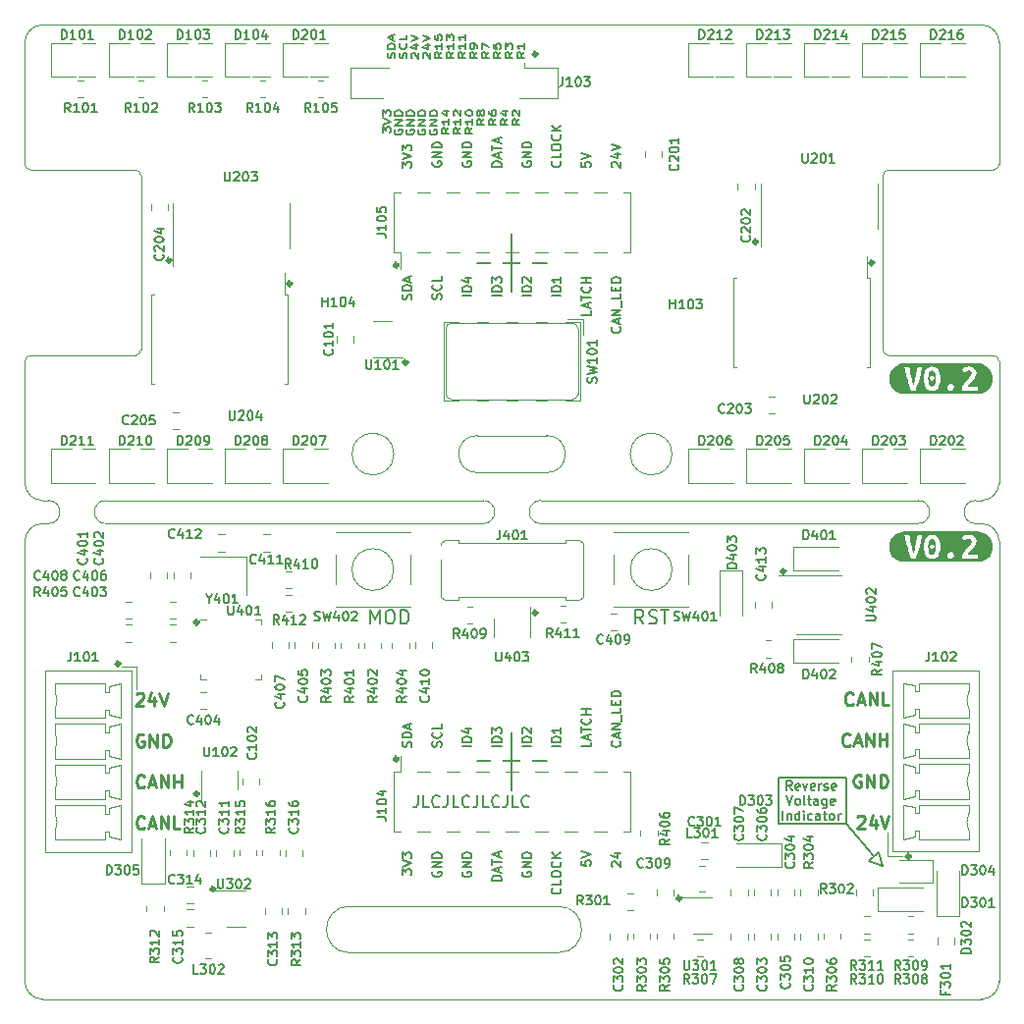
<source format=gto>
G04 #@! TF.GenerationSoftware,KiCad,Pcbnew,6.0.10+dfsg-1~bpo11+1*
G04 #@! TF.ProjectId,project,70726f6a-6563-4742-9e6b-696361645f70,rev?*
G04 #@! TF.SameCoordinates,Original*
G04 #@! TF.FileFunction,Legend,Top*
G04 #@! TF.FilePolarity,Positive*
%FSLAX46Y46*%
G04 Gerber Fmt 4.6, Leading zero omitted, Abs format (unit mm)*
%MOMM*%
%LPD*%
G01*
G04 APERTURE LIST*
%ADD10C,0.350000*%
%ADD11C,0.150000*%
G04 #@! TA.AperFunction,Profile*
%ADD12C,0.100000*%
G04 #@! TD*
%ADD13C,0.275000*%
%ADD14C,0.120000*%
%ADD15R,1.500000X1.850000*%
%ADD16C,1.552000*%
%ADD17O,2.000000X3.000000*%
%ADD18R,0.900000X1.200000*%
%ADD19R,1.400000X1.200000*%
%ADD20R,1.200000X0.900000*%
%ADD21R,1.000000X3.150000*%
%ADD22O,3.600000X1.800000*%
%ADD23C,7.000000*%
%ADD24C,5.000000*%
%ADD25C,6.400000*%
%ADD26C,0.900000*%
%ADD27R,3.650000X3.650000*%
%ADD28R,1.000000X3.000000*%
%ADD29R,1.700000X1.700000*%
%ADD30O,1.700000X1.700000*%
G04 APERTURE END LIST*
D10*
X189437500Y-89237500D02*
G75*
G03*
X189437500Y-89237500I-175000J0D01*
G01*
D11*
X168262500Y-88537500D02*
X168262500Y-93537500D01*
X171262500Y-134037500D02*
X165262500Y-134037500D01*
D10*
X159237500Y-99637500D02*
G75*
G03*
X159237500Y-99637500I-175000J0D01*
G01*
D11*
X197062500Y-139437500D02*
X191262500Y-139437500D01*
D10*
X134437500Y-125637500D02*
G75*
G03*
X134437500Y-125637500I-175000J0D01*
G01*
X158437500Y-91237500D02*
G75*
G03*
X158437500Y-91237500I-175000J0D01*
G01*
D11*
X168262500Y-131537500D02*
X168262500Y-136537500D01*
D10*
X202637500Y-142237500D02*
G75*
G03*
X202637500Y-142237500I-175000J0D01*
G01*
D11*
X191262500Y-135437500D02*
X197062500Y-135437500D01*
D10*
X158437500Y-133837500D02*
G75*
G03*
X158437500Y-133837500I-175000J0D01*
G01*
D11*
X191262500Y-139437500D02*
X191262500Y-135437500D01*
X171262500Y-91037500D02*
X165262500Y-91037500D01*
D10*
X138837500Y-90837500D02*
G75*
G03*
X138837500Y-90837500I-175000J0D01*
G01*
D11*
X200262500Y-143037500D02*
X199062500Y-142637500D01*
D10*
X182837500Y-145837500D02*
G75*
G03*
X182837500Y-145837500I-175000J0D01*
G01*
X170437500Y-73037500D02*
G75*
G03*
X170437500Y-73037500I-175000J0D01*
G01*
X191837500Y-117637500D02*
G75*
G03*
X191837500Y-117637500I-175000J0D01*
G01*
D11*
X199462500Y-142237500D02*
X197062500Y-139437500D01*
X197062500Y-135437500D02*
X197062500Y-139437500D01*
D10*
X141237500Y-122037500D02*
G75*
G03*
X141237500Y-122037500I-175000J0D01*
G01*
D11*
X199062500Y-142637500D02*
X199862500Y-141837500D01*
D10*
X170437500Y-121237500D02*
G75*
G03*
X170437500Y-121237500I-175000J0D01*
G01*
D11*
X200262500Y-143037500D02*
X199862500Y-141837500D01*
D10*
X199437500Y-91037500D02*
G75*
G03*
X199437500Y-91037500I-175000J0D01*
G01*
X142637500Y-145037500D02*
G75*
G03*
X142637500Y-145037500I-175000J0D01*
G01*
X141237500Y-136837500D02*
G75*
G03*
X141237500Y-136837500I-175000J0D01*
G01*
X149237500Y-92837500D02*
G75*
G03*
X149237500Y-92837500I-175000J0D01*
G01*
D12*
X208262500Y-111537500D02*
G75*
G03*
X208262500Y-113537500I0J-1000000D01*
G01*
X127762500Y-70537500D02*
G75*
G03*
X126262500Y-72037500I0J-1500000D01*
G01*
X127762500Y-113537500D02*
X128262500Y-113537500D01*
X172262500Y-150537500D02*
G75*
G03*
X172262500Y-146537500I0J2000000D01*
G01*
X171262500Y-109137500D02*
G75*
G03*
X171262500Y-105937500I0J1600000D01*
G01*
X133262500Y-113537500D02*
X165762500Y-113537500D01*
X173462500Y-102837500D02*
X163062500Y-102837500D01*
X165262500Y-105937500D02*
G75*
G03*
X165262500Y-109137500I0J-1600000D01*
G01*
X210262500Y-72037500D02*
G75*
G03*
X208762500Y-70537500I-1500000J0D01*
G01*
X126262500Y-99537500D02*
X126262500Y-110037500D01*
X165762500Y-111537500D02*
X133262500Y-111537500D01*
X200262500Y-98537500D02*
X200262500Y-83537500D01*
X208762500Y-154537500D02*
G75*
G03*
X210262500Y-153037500I0J1500000D01*
G01*
X203262500Y-111537500D02*
X170762500Y-111537500D01*
X126262500Y-153037500D02*
X126262500Y-115037500D01*
X200762500Y-83037500D02*
X209762500Y-83037500D01*
X210262500Y-115037500D02*
X210262500Y-153037500D01*
X127762500Y-113537500D02*
G75*
G03*
X126262500Y-115037500I0J-1500000D01*
G01*
X208762500Y-70537500D02*
X127762500Y-70537500D01*
X182062500Y-107537500D02*
G75*
G03*
X182062500Y-107537500I-1800000J0D01*
G01*
X133262500Y-111537500D02*
G75*
G03*
X133262500Y-113537500I0J-1000000D01*
G01*
X162562500Y-102337500D02*
X162562500Y-96737500D01*
X173962500Y-96737500D02*
G75*
G03*
X173462500Y-96237500I-500000J0D01*
G01*
X209762500Y-99037500D02*
X200762500Y-99037500D01*
X163062500Y-96237500D02*
G75*
G03*
X162562500Y-96737500I0J-500000D01*
G01*
X158062500Y-107537500D02*
G75*
G03*
X158062500Y-107537500I-1800000J0D01*
G01*
X135762500Y-99037500D02*
G75*
G03*
X136262500Y-98537500I0J500000D01*
G01*
X173462500Y-102837500D02*
G75*
G03*
X173962500Y-102337500I0J500000D01*
G01*
X165262500Y-105937500D02*
X171262500Y-105937500D01*
X200262500Y-98537500D02*
G75*
G03*
X200762500Y-99037500I500000J0D01*
G01*
X135762500Y-99037500D02*
X126762500Y-99037500D01*
X170762500Y-113537500D02*
X203262500Y-113537500D01*
X126262500Y-110037500D02*
G75*
G03*
X127762500Y-111537500I1500000J0D01*
G01*
X210262500Y-82537500D02*
X210262500Y-72037500D01*
X172262500Y-150537500D02*
X154262500Y-150537500D01*
X126262500Y-82537500D02*
G75*
G03*
X126762500Y-83037500I500000J0D01*
G01*
X208762500Y-111537500D02*
X208262500Y-111537500D01*
X126262500Y-153037500D02*
G75*
G03*
X127762500Y-154537500I1500000J0D01*
G01*
X171262500Y-109137500D02*
X165262500Y-109137500D01*
X154262500Y-146537500D02*
X172262500Y-146537500D01*
X165762500Y-113537500D02*
G75*
G03*
X165762500Y-111537500I0J1000000D01*
G01*
X126762500Y-99037500D02*
G75*
G03*
X126262500Y-99537500I0J-500000D01*
G01*
X208262500Y-113537500D02*
X208762500Y-113537500D01*
X200762500Y-83037500D02*
G75*
G03*
X200262500Y-83537500I0J-500000D01*
G01*
X203262500Y-113537500D02*
G75*
G03*
X203262500Y-111537500I0J1000000D01*
G01*
X173962500Y-96737500D02*
X173962500Y-102337500D01*
X208762500Y-111537500D02*
G75*
G03*
X210262500Y-110037500I0J1500000D01*
G01*
X136262500Y-83537500D02*
X136262500Y-98537500D01*
X128262500Y-113537500D02*
G75*
G03*
X128262500Y-111537500I0J1000000D01*
G01*
X170762500Y-111537500D02*
G75*
G03*
X170762500Y-113537500I0J-1000000D01*
G01*
X126262500Y-72037500D02*
X126262500Y-82537500D01*
X154262500Y-146537500D02*
G75*
G03*
X154262500Y-150537500I0J-2000000D01*
G01*
X210262500Y-115037500D02*
G75*
G03*
X208762500Y-113537500I-1500000J0D01*
G01*
X209762500Y-83037500D02*
G75*
G03*
X210262500Y-82537500I0J500000D01*
G01*
X136262500Y-83537500D02*
G75*
G03*
X135762500Y-83037500I-500000J0D01*
G01*
X210262500Y-99537500D02*
X210262500Y-110037500D01*
X163062500Y-96237500D02*
X173462500Y-96237500D01*
X127762500Y-111537500D02*
X128262500Y-111537500D01*
X126762500Y-83037500D02*
X135762500Y-83037500D01*
X162562500Y-102337500D02*
G75*
G03*
X163062500Y-102837500I500000J0D01*
G01*
X208762500Y-154537500D02*
X127762500Y-154537500D01*
X210262500Y-99537500D02*
G75*
G03*
X209762500Y-99037500I-500000J0D01*
G01*
D11*
X158138850Y-73387619D02*
X158168850Y-73273333D01*
X158168850Y-73082857D01*
X158138850Y-73006666D01*
X158108850Y-72968571D01*
X158048850Y-72930476D01*
X157988850Y-72930476D01*
X157928850Y-72968571D01*
X157898850Y-73006666D01*
X157868850Y-73082857D01*
X157838850Y-73235238D01*
X157808850Y-73311428D01*
X157778850Y-73349523D01*
X157718850Y-73387619D01*
X157658850Y-73387619D01*
X157598850Y-73349523D01*
X157568850Y-73311428D01*
X157538850Y-73235238D01*
X157538850Y-73044761D01*
X157568850Y-72930476D01*
X158168850Y-72587619D02*
X157538850Y-72587619D01*
X157538850Y-72397142D01*
X157568850Y-72282857D01*
X157628850Y-72206666D01*
X157688850Y-72168571D01*
X157808850Y-72130476D01*
X157898850Y-72130476D01*
X158018850Y-72168571D01*
X158078850Y-72206666D01*
X158138850Y-72282857D01*
X158168850Y-72397142D01*
X158168850Y-72587619D01*
X157988850Y-71825714D02*
X157988850Y-71444761D01*
X158168850Y-71901904D02*
X157538850Y-71635238D01*
X158168850Y-71368571D01*
X159153150Y-73387619D02*
X159183150Y-73273333D01*
X159183150Y-73082857D01*
X159153150Y-73006666D01*
X159123150Y-72968571D01*
X159063150Y-72930476D01*
X159003150Y-72930476D01*
X158943150Y-72968571D01*
X158913150Y-73006666D01*
X158883150Y-73082857D01*
X158853150Y-73235238D01*
X158823150Y-73311428D01*
X158793150Y-73349523D01*
X158733150Y-73387619D01*
X158673150Y-73387619D01*
X158613150Y-73349523D01*
X158583150Y-73311428D01*
X158553150Y-73235238D01*
X158553150Y-73044761D01*
X158583150Y-72930476D01*
X159123150Y-72130476D02*
X159153150Y-72168571D01*
X159183150Y-72282857D01*
X159183150Y-72359047D01*
X159153150Y-72473333D01*
X159093150Y-72549523D01*
X159033150Y-72587619D01*
X158913150Y-72625714D01*
X158823150Y-72625714D01*
X158703150Y-72587619D01*
X158643150Y-72549523D01*
X158583150Y-72473333D01*
X158553150Y-72359047D01*
X158553150Y-72282857D01*
X158583150Y-72168571D01*
X158613150Y-72130476D01*
X159183150Y-71406666D02*
X159183150Y-71787619D01*
X158553150Y-71787619D01*
X159627450Y-73387619D02*
X159597450Y-73349523D01*
X159567450Y-73273333D01*
X159567450Y-73082857D01*
X159597450Y-73006666D01*
X159627450Y-72968571D01*
X159687450Y-72930476D01*
X159747450Y-72930476D01*
X159837450Y-72968571D01*
X160197450Y-73425714D01*
X160197450Y-72930476D01*
X159777450Y-72244761D02*
X160197450Y-72244761D01*
X159537450Y-72435238D02*
X159987450Y-72625714D01*
X159987450Y-72130476D01*
X159567450Y-71940000D02*
X160197450Y-71673333D01*
X159567450Y-71406666D01*
X160641750Y-73387619D02*
X160611750Y-73349523D01*
X160581750Y-73273333D01*
X160581750Y-73082857D01*
X160611750Y-73006666D01*
X160641750Y-72968571D01*
X160701750Y-72930476D01*
X160761750Y-72930476D01*
X160851750Y-72968571D01*
X161211750Y-73425714D01*
X161211750Y-72930476D01*
X160791750Y-72244761D02*
X161211750Y-72244761D01*
X160551750Y-72435238D02*
X161001750Y-72625714D01*
X161001750Y-72130476D01*
X160581750Y-71940000D02*
X161211750Y-71673333D01*
X160581750Y-71406666D01*
X162226050Y-72892380D02*
X161926050Y-73159047D01*
X162226050Y-73349523D02*
X161596050Y-73349523D01*
X161596050Y-73044761D01*
X161626050Y-72968571D01*
X161656050Y-72930476D01*
X161716050Y-72892380D01*
X161806050Y-72892380D01*
X161866050Y-72930476D01*
X161896050Y-72968571D01*
X161926050Y-73044761D01*
X161926050Y-73349523D01*
X162226050Y-72130476D02*
X162226050Y-72587619D01*
X162226050Y-72359047D02*
X161596050Y-72359047D01*
X161686050Y-72435238D01*
X161746050Y-72511428D01*
X161776050Y-72587619D01*
X161596050Y-71406666D02*
X161596050Y-71787619D01*
X161896050Y-71825714D01*
X161866050Y-71787619D01*
X161836050Y-71711428D01*
X161836050Y-71520952D01*
X161866050Y-71444761D01*
X161896050Y-71406666D01*
X161956050Y-71368571D01*
X162106050Y-71368571D01*
X162166050Y-71406666D01*
X162196050Y-71444761D01*
X162226050Y-71520952D01*
X162226050Y-71711428D01*
X162196050Y-71787619D01*
X162166050Y-71825714D01*
X163240350Y-72892380D02*
X162940350Y-73159047D01*
X163240350Y-73349523D02*
X162610350Y-73349523D01*
X162610350Y-73044761D01*
X162640350Y-72968571D01*
X162670350Y-72930476D01*
X162730350Y-72892380D01*
X162820350Y-72892380D01*
X162880350Y-72930476D01*
X162910350Y-72968571D01*
X162940350Y-73044761D01*
X162940350Y-73349523D01*
X163240350Y-72130476D02*
X163240350Y-72587619D01*
X163240350Y-72359047D02*
X162610350Y-72359047D01*
X162700350Y-72435238D01*
X162760350Y-72511428D01*
X162790350Y-72587619D01*
X162610350Y-71863809D02*
X162610350Y-71368571D01*
X162850350Y-71635238D01*
X162850350Y-71520952D01*
X162880350Y-71444761D01*
X162910350Y-71406666D01*
X162970350Y-71368571D01*
X163120350Y-71368571D01*
X163180350Y-71406666D01*
X163210350Y-71444761D01*
X163240350Y-71520952D01*
X163240350Y-71749523D01*
X163210350Y-71825714D01*
X163180350Y-71863809D01*
X164254650Y-72892380D02*
X163954650Y-73159047D01*
X164254650Y-73349523D02*
X163624650Y-73349523D01*
X163624650Y-73044761D01*
X163654650Y-72968571D01*
X163684650Y-72930476D01*
X163744650Y-72892380D01*
X163834650Y-72892380D01*
X163894650Y-72930476D01*
X163924650Y-72968571D01*
X163954650Y-73044761D01*
X163954650Y-73349523D01*
X164254650Y-72130476D02*
X164254650Y-72587619D01*
X164254650Y-72359047D02*
X163624650Y-72359047D01*
X163714650Y-72435238D01*
X163774650Y-72511428D01*
X163804650Y-72587619D01*
X164254650Y-71368571D02*
X164254650Y-71825714D01*
X164254650Y-71597142D02*
X163624650Y-71597142D01*
X163714650Y-71673333D01*
X163774650Y-71749523D01*
X163804650Y-71825714D01*
X165268950Y-72892380D02*
X164968950Y-73159047D01*
X165268950Y-73349523D02*
X164638950Y-73349523D01*
X164638950Y-73044761D01*
X164668950Y-72968571D01*
X164698950Y-72930476D01*
X164758950Y-72892380D01*
X164848950Y-72892380D01*
X164908950Y-72930476D01*
X164938950Y-72968571D01*
X164968950Y-73044761D01*
X164968950Y-73349523D01*
X165268950Y-72511428D02*
X165268950Y-72359047D01*
X165238950Y-72282857D01*
X165208950Y-72244761D01*
X165118950Y-72168571D01*
X164998950Y-72130476D01*
X164758950Y-72130476D01*
X164698950Y-72168571D01*
X164668950Y-72206666D01*
X164638950Y-72282857D01*
X164638950Y-72435238D01*
X164668950Y-72511428D01*
X164698950Y-72549523D01*
X164758950Y-72587619D01*
X164908950Y-72587619D01*
X164968950Y-72549523D01*
X164998950Y-72511428D01*
X165028950Y-72435238D01*
X165028950Y-72282857D01*
X164998950Y-72206666D01*
X164968950Y-72168571D01*
X164908950Y-72130476D01*
X166283250Y-72892380D02*
X165983250Y-73159047D01*
X166283250Y-73349523D02*
X165653250Y-73349523D01*
X165653250Y-73044761D01*
X165683250Y-72968571D01*
X165713250Y-72930476D01*
X165773250Y-72892380D01*
X165863250Y-72892380D01*
X165923250Y-72930476D01*
X165953250Y-72968571D01*
X165983250Y-73044761D01*
X165983250Y-73349523D01*
X165653250Y-72625714D02*
X165653250Y-72092380D01*
X166283250Y-72435238D01*
X167297550Y-72892380D02*
X166997550Y-73159047D01*
X167297550Y-73349523D02*
X166667550Y-73349523D01*
X166667550Y-73044761D01*
X166697550Y-72968571D01*
X166727550Y-72930476D01*
X166787550Y-72892380D01*
X166877550Y-72892380D01*
X166937550Y-72930476D01*
X166967550Y-72968571D01*
X166997550Y-73044761D01*
X166997550Y-73349523D01*
X166667550Y-72168571D02*
X166667550Y-72549523D01*
X166967550Y-72587619D01*
X166937550Y-72549523D01*
X166907550Y-72473333D01*
X166907550Y-72282857D01*
X166937550Y-72206666D01*
X166967550Y-72168571D01*
X167027550Y-72130476D01*
X167177550Y-72130476D01*
X167237550Y-72168571D01*
X167267550Y-72206666D01*
X167297550Y-72282857D01*
X167297550Y-72473333D01*
X167267550Y-72549523D01*
X167237550Y-72587619D01*
X168311850Y-72892380D02*
X168011850Y-73159047D01*
X168311850Y-73349523D02*
X167681850Y-73349523D01*
X167681850Y-73044761D01*
X167711850Y-72968571D01*
X167741850Y-72930476D01*
X167801850Y-72892380D01*
X167891850Y-72892380D01*
X167951850Y-72930476D01*
X167981850Y-72968571D01*
X168011850Y-73044761D01*
X168011850Y-73349523D01*
X167681850Y-72625714D02*
X167681850Y-72130476D01*
X167921850Y-72397142D01*
X167921850Y-72282857D01*
X167951850Y-72206666D01*
X167981850Y-72168571D01*
X168041850Y-72130476D01*
X168191850Y-72130476D01*
X168251850Y-72168571D01*
X168281850Y-72206666D01*
X168311850Y-72282857D01*
X168311850Y-72511428D01*
X168281850Y-72587619D01*
X168251850Y-72625714D01*
X169326150Y-72892380D02*
X169026150Y-73159047D01*
X169326150Y-73349523D02*
X168696150Y-73349523D01*
X168696150Y-73044761D01*
X168726150Y-72968571D01*
X168756150Y-72930476D01*
X168816150Y-72892380D01*
X168906150Y-72892380D01*
X168966150Y-72930476D01*
X168996150Y-72968571D01*
X169026150Y-73044761D01*
X169026150Y-73349523D01*
X169326150Y-72130476D02*
X169326150Y-72587619D01*
X169326150Y-72359047D02*
X168696150Y-72359047D01*
X168786150Y-72435238D01*
X168846150Y-72511428D01*
X168876150Y-72587619D01*
X160143452Y-136989880D02*
X160143452Y-137704166D01*
X160095833Y-137847023D01*
X160000595Y-137942261D01*
X159857738Y-137989880D01*
X159762500Y-137989880D01*
X161095833Y-137989880D02*
X160619642Y-137989880D01*
X160619642Y-136989880D01*
X162000595Y-137894642D02*
X161952976Y-137942261D01*
X161810119Y-137989880D01*
X161714880Y-137989880D01*
X161572023Y-137942261D01*
X161476785Y-137847023D01*
X161429166Y-137751785D01*
X161381547Y-137561309D01*
X161381547Y-137418452D01*
X161429166Y-137227976D01*
X161476785Y-137132738D01*
X161572023Y-137037500D01*
X161714880Y-136989880D01*
X161810119Y-136989880D01*
X161952976Y-137037500D01*
X162000595Y-137085119D01*
X162714880Y-136989880D02*
X162714880Y-137704166D01*
X162667261Y-137847023D01*
X162572023Y-137942261D01*
X162429166Y-137989880D01*
X162333928Y-137989880D01*
X163667261Y-137989880D02*
X163191071Y-137989880D01*
X163191071Y-136989880D01*
X164572023Y-137894642D02*
X164524404Y-137942261D01*
X164381547Y-137989880D01*
X164286309Y-137989880D01*
X164143452Y-137942261D01*
X164048214Y-137847023D01*
X164000595Y-137751785D01*
X163952976Y-137561309D01*
X163952976Y-137418452D01*
X164000595Y-137227976D01*
X164048214Y-137132738D01*
X164143452Y-137037500D01*
X164286309Y-136989880D01*
X164381547Y-136989880D01*
X164524404Y-137037500D01*
X164572023Y-137085119D01*
X165286309Y-136989880D02*
X165286309Y-137704166D01*
X165238690Y-137847023D01*
X165143452Y-137942261D01*
X165000595Y-137989880D01*
X164905357Y-137989880D01*
X166238690Y-137989880D02*
X165762500Y-137989880D01*
X165762500Y-136989880D01*
X167143452Y-137894642D02*
X167095833Y-137942261D01*
X166952976Y-137989880D01*
X166857738Y-137989880D01*
X166714880Y-137942261D01*
X166619642Y-137847023D01*
X166572023Y-137751785D01*
X166524404Y-137561309D01*
X166524404Y-137418452D01*
X166572023Y-137227976D01*
X166619642Y-137132738D01*
X166714880Y-137037500D01*
X166857738Y-136989880D01*
X166952976Y-136989880D01*
X167095833Y-137037500D01*
X167143452Y-137085119D01*
X167857738Y-136989880D02*
X167857738Y-137704166D01*
X167810119Y-137847023D01*
X167714880Y-137942261D01*
X167572023Y-137989880D01*
X167476785Y-137989880D01*
X168810119Y-137989880D02*
X168333928Y-137989880D01*
X168333928Y-136989880D01*
X169714880Y-137894642D02*
X169667261Y-137942261D01*
X169524404Y-137989880D01*
X169429166Y-137989880D01*
X169286309Y-137942261D01*
X169191071Y-137847023D01*
X169143452Y-137751785D01*
X169095833Y-137561309D01*
X169095833Y-137418452D01*
X169143452Y-137227976D01*
X169191071Y-137132738D01*
X169286309Y-137037500D01*
X169429166Y-136989880D01*
X169524404Y-136989880D01*
X169667261Y-137037500D01*
X169714880Y-137085119D01*
X158808404Y-82825714D02*
X158808404Y-82330476D01*
X159113166Y-82597142D01*
X159113166Y-82482857D01*
X159151261Y-82406666D01*
X159189357Y-82368571D01*
X159265547Y-82330476D01*
X159456023Y-82330476D01*
X159532214Y-82368571D01*
X159570309Y-82406666D01*
X159608404Y-82482857D01*
X159608404Y-82711428D01*
X159570309Y-82787619D01*
X159532214Y-82825714D01*
X158808404Y-82101904D02*
X159608404Y-81835238D01*
X158808404Y-81568571D01*
X158808404Y-81378095D02*
X158808404Y-80882857D01*
X159113166Y-81149523D01*
X159113166Y-81035238D01*
X159151261Y-80959047D01*
X159189357Y-80920952D01*
X159265547Y-80882857D01*
X159456023Y-80882857D01*
X159532214Y-80920952D01*
X159570309Y-80959047D01*
X159608404Y-81035238D01*
X159608404Y-81263809D01*
X159570309Y-81340000D01*
X159532214Y-81378095D01*
X161422500Y-82330476D02*
X161384404Y-82406666D01*
X161384404Y-82520952D01*
X161422500Y-82635238D01*
X161498690Y-82711428D01*
X161574880Y-82749523D01*
X161727261Y-82787619D01*
X161841547Y-82787619D01*
X161993928Y-82749523D01*
X162070119Y-82711428D01*
X162146309Y-82635238D01*
X162184404Y-82520952D01*
X162184404Y-82444761D01*
X162146309Y-82330476D01*
X162108214Y-82292380D01*
X161841547Y-82292380D01*
X161841547Y-82444761D01*
X162184404Y-81949523D02*
X161384404Y-81949523D01*
X162184404Y-81492380D01*
X161384404Y-81492380D01*
X162184404Y-81111428D02*
X161384404Y-81111428D01*
X161384404Y-80920952D01*
X161422500Y-80806666D01*
X161498690Y-80730476D01*
X161574880Y-80692380D01*
X161727261Y-80654285D01*
X161841547Y-80654285D01*
X161993928Y-80692380D01*
X162070119Y-80730476D01*
X162146309Y-80806666D01*
X162184404Y-80920952D01*
X162184404Y-81111428D01*
X163998500Y-82330476D02*
X163960404Y-82406666D01*
X163960404Y-82520952D01*
X163998500Y-82635238D01*
X164074690Y-82711428D01*
X164150880Y-82749523D01*
X164303261Y-82787619D01*
X164417547Y-82787619D01*
X164569928Y-82749523D01*
X164646119Y-82711428D01*
X164722309Y-82635238D01*
X164760404Y-82520952D01*
X164760404Y-82444761D01*
X164722309Y-82330476D01*
X164684214Y-82292380D01*
X164417547Y-82292380D01*
X164417547Y-82444761D01*
X164760404Y-81949523D02*
X163960404Y-81949523D01*
X164760404Y-81492380D01*
X163960404Y-81492380D01*
X164760404Y-81111428D02*
X163960404Y-81111428D01*
X163960404Y-80920952D01*
X163998500Y-80806666D01*
X164074690Y-80730476D01*
X164150880Y-80692380D01*
X164303261Y-80654285D01*
X164417547Y-80654285D01*
X164569928Y-80692380D01*
X164646119Y-80730476D01*
X164722309Y-80806666D01*
X164760404Y-80920952D01*
X164760404Y-81111428D01*
X167336404Y-82749523D02*
X166536404Y-82749523D01*
X166536404Y-82559047D01*
X166574500Y-82444761D01*
X166650690Y-82368571D01*
X166726880Y-82330476D01*
X166879261Y-82292380D01*
X166993547Y-82292380D01*
X167145928Y-82330476D01*
X167222119Y-82368571D01*
X167298309Y-82444761D01*
X167336404Y-82559047D01*
X167336404Y-82749523D01*
X167107833Y-81987619D02*
X167107833Y-81606666D01*
X167336404Y-82063809D02*
X166536404Y-81797142D01*
X167336404Y-81530476D01*
X166536404Y-81378095D02*
X166536404Y-80920952D01*
X167336404Y-81149523D02*
X166536404Y-81149523D01*
X167107833Y-80692380D02*
X167107833Y-80311428D01*
X167336404Y-80768571D02*
X166536404Y-80501904D01*
X167336404Y-80235238D01*
X169150500Y-82330476D02*
X169112404Y-82406666D01*
X169112404Y-82520952D01*
X169150500Y-82635238D01*
X169226690Y-82711428D01*
X169302880Y-82749523D01*
X169455261Y-82787619D01*
X169569547Y-82787619D01*
X169721928Y-82749523D01*
X169798119Y-82711428D01*
X169874309Y-82635238D01*
X169912404Y-82520952D01*
X169912404Y-82444761D01*
X169874309Y-82330476D01*
X169836214Y-82292380D01*
X169569547Y-82292380D01*
X169569547Y-82444761D01*
X169912404Y-81949523D02*
X169112404Y-81949523D01*
X169912404Y-81492380D01*
X169112404Y-81492380D01*
X169912404Y-81111428D02*
X169112404Y-81111428D01*
X169112404Y-80920952D01*
X169150500Y-80806666D01*
X169226690Y-80730476D01*
X169302880Y-80692380D01*
X169455261Y-80654285D01*
X169569547Y-80654285D01*
X169721928Y-80692380D01*
X169798119Y-80730476D01*
X169874309Y-80806666D01*
X169912404Y-80920952D01*
X169912404Y-81111428D01*
X172412214Y-82292380D02*
X172450309Y-82330476D01*
X172488404Y-82444761D01*
X172488404Y-82520952D01*
X172450309Y-82635238D01*
X172374119Y-82711428D01*
X172297928Y-82749523D01*
X172145547Y-82787619D01*
X172031261Y-82787619D01*
X171878880Y-82749523D01*
X171802690Y-82711428D01*
X171726500Y-82635238D01*
X171688404Y-82520952D01*
X171688404Y-82444761D01*
X171726500Y-82330476D01*
X171764595Y-82292380D01*
X172488404Y-81568571D02*
X172488404Y-81949523D01*
X171688404Y-81949523D01*
X171688404Y-81149523D02*
X171688404Y-80997142D01*
X171726500Y-80920952D01*
X171802690Y-80844761D01*
X171955071Y-80806666D01*
X172221738Y-80806666D01*
X172374119Y-80844761D01*
X172450309Y-80920952D01*
X172488404Y-80997142D01*
X172488404Y-81149523D01*
X172450309Y-81225714D01*
X172374119Y-81301904D01*
X172221738Y-81340000D01*
X171955071Y-81340000D01*
X171802690Y-81301904D01*
X171726500Y-81225714D01*
X171688404Y-81149523D01*
X172412214Y-80006666D02*
X172450309Y-80044761D01*
X172488404Y-80159047D01*
X172488404Y-80235238D01*
X172450309Y-80349523D01*
X172374119Y-80425714D01*
X172297928Y-80463809D01*
X172145547Y-80501904D01*
X172031261Y-80501904D01*
X171878880Y-80463809D01*
X171802690Y-80425714D01*
X171726500Y-80349523D01*
X171688404Y-80235238D01*
X171688404Y-80159047D01*
X171726500Y-80044761D01*
X171764595Y-80006666D01*
X172488404Y-79663809D02*
X171688404Y-79663809D01*
X172488404Y-79206666D02*
X172031261Y-79549523D01*
X171688404Y-79206666D02*
X172145547Y-79663809D01*
X174264404Y-82368571D02*
X174264404Y-82749523D01*
X174645357Y-82787619D01*
X174607261Y-82749523D01*
X174569166Y-82673333D01*
X174569166Y-82482857D01*
X174607261Y-82406666D01*
X174645357Y-82368571D01*
X174721547Y-82330476D01*
X174912023Y-82330476D01*
X174988214Y-82368571D01*
X175026309Y-82406666D01*
X175064404Y-82482857D01*
X175064404Y-82673333D01*
X175026309Y-82749523D01*
X174988214Y-82787619D01*
X174264404Y-82101904D02*
X175064404Y-81835238D01*
X174264404Y-81568571D01*
X176916595Y-82787619D02*
X176878500Y-82749523D01*
X176840404Y-82673333D01*
X176840404Y-82482857D01*
X176878500Y-82406666D01*
X176916595Y-82368571D01*
X176992785Y-82330476D01*
X177068976Y-82330476D01*
X177183261Y-82368571D01*
X177640404Y-82825714D01*
X177640404Y-82330476D01*
X177107071Y-81644761D02*
X177640404Y-81644761D01*
X176802309Y-81835238D02*
X177373738Y-82025714D01*
X177373738Y-81530476D01*
X176840404Y-81340000D02*
X177640404Y-81073333D01*
X176840404Y-80806666D01*
D13*
X197671011Y-129099857D02*
X197618630Y-129152238D01*
X197461488Y-129204619D01*
X197356726Y-129204619D01*
X197199583Y-129152238D01*
X197094821Y-129047476D01*
X197042440Y-128942714D01*
X196990059Y-128733190D01*
X196990059Y-128576047D01*
X197042440Y-128366523D01*
X197094821Y-128261761D01*
X197199583Y-128157000D01*
X197356726Y-128104619D01*
X197461488Y-128104619D01*
X197618630Y-128157000D01*
X197671011Y-128209380D01*
X198090059Y-128890333D02*
X198613869Y-128890333D01*
X197985297Y-129204619D02*
X198351964Y-128104619D01*
X198718630Y-129204619D01*
X199085297Y-129204619D02*
X199085297Y-128104619D01*
X199713869Y-129204619D01*
X199713869Y-128104619D01*
X200761488Y-129204619D02*
X200237678Y-129204619D01*
X200237678Y-128104619D01*
X197409107Y-132641857D02*
X197356726Y-132694238D01*
X197199583Y-132746619D01*
X197094821Y-132746619D01*
X196937678Y-132694238D01*
X196832916Y-132589476D01*
X196780535Y-132484714D01*
X196728154Y-132275190D01*
X196728154Y-132118047D01*
X196780535Y-131908523D01*
X196832916Y-131803761D01*
X196937678Y-131699000D01*
X197094821Y-131646619D01*
X197199583Y-131646619D01*
X197356726Y-131699000D01*
X197409107Y-131751380D01*
X197828154Y-132432333D02*
X198351964Y-132432333D01*
X197723392Y-132746619D02*
X198090059Y-131646619D01*
X198456726Y-132746619D01*
X198823392Y-132746619D02*
X198823392Y-131646619D01*
X199451964Y-132746619D01*
X199451964Y-131646619D01*
X199975773Y-132746619D02*
X199975773Y-131646619D01*
X199975773Y-132170428D02*
X200604345Y-132170428D01*
X200604345Y-132746619D02*
X200604345Y-131646619D01*
X198351964Y-135241000D02*
X198247202Y-135188619D01*
X198090059Y-135188619D01*
X197932916Y-135241000D01*
X197828154Y-135345761D01*
X197775773Y-135450523D01*
X197723392Y-135660047D01*
X197723392Y-135817190D01*
X197775773Y-136026714D01*
X197828154Y-136131476D01*
X197932916Y-136236238D01*
X198090059Y-136288619D01*
X198194821Y-136288619D01*
X198351964Y-136236238D01*
X198404345Y-136183857D01*
X198404345Y-135817190D01*
X198194821Y-135817190D01*
X198875773Y-136288619D02*
X198875773Y-135188619D01*
X199504345Y-136288619D01*
X199504345Y-135188619D01*
X200028154Y-136288619D02*
X200028154Y-135188619D01*
X200290059Y-135188619D01*
X200447202Y-135241000D01*
X200551964Y-135345761D01*
X200604345Y-135450523D01*
X200656726Y-135660047D01*
X200656726Y-135817190D01*
X200604345Y-136026714D01*
X200551964Y-136131476D01*
X200447202Y-136236238D01*
X200290059Y-136288619D01*
X200028154Y-136288619D01*
X198037678Y-138835380D02*
X198090059Y-138783000D01*
X198194821Y-138730619D01*
X198456726Y-138730619D01*
X198561488Y-138783000D01*
X198613869Y-138835380D01*
X198666250Y-138940142D01*
X198666250Y-139044904D01*
X198613869Y-139202047D01*
X197985297Y-139830619D01*
X198666250Y-139830619D01*
X199609107Y-139097285D02*
X199609107Y-139830619D01*
X199347202Y-138678238D02*
X199085297Y-139463952D01*
X199766250Y-139463952D01*
X200028154Y-138730619D02*
X200394821Y-139830619D01*
X200761488Y-138730619D01*
D11*
X159570309Y-94230238D02*
X159608404Y-94115952D01*
X159608404Y-93925476D01*
X159570309Y-93849285D01*
X159532214Y-93811190D01*
X159456023Y-93773095D01*
X159379833Y-93773095D01*
X159303642Y-93811190D01*
X159265547Y-93849285D01*
X159227452Y-93925476D01*
X159189357Y-94077857D01*
X159151261Y-94154047D01*
X159113166Y-94192142D01*
X159036976Y-94230238D01*
X158960785Y-94230238D01*
X158884595Y-94192142D01*
X158846500Y-94154047D01*
X158808404Y-94077857D01*
X158808404Y-93887380D01*
X158846500Y-93773095D01*
X159608404Y-93430238D02*
X158808404Y-93430238D01*
X158808404Y-93239761D01*
X158846500Y-93125476D01*
X158922690Y-93049285D01*
X158998880Y-93011190D01*
X159151261Y-92973095D01*
X159265547Y-92973095D01*
X159417928Y-93011190D01*
X159494119Y-93049285D01*
X159570309Y-93125476D01*
X159608404Y-93239761D01*
X159608404Y-93430238D01*
X159379833Y-92668333D02*
X159379833Y-92287380D01*
X159608404Y-92744523D02*
X158808404Y-92477857D01*
X159608404Y-92211190D01*
X162146309Y-94192142D02*
X162184404Y-94077857D01*
X162184404Y-93887380D01*
X162146309Y-93811190D01*
X162108214Y-93773095D01*
X162032023Y-93735000D01*
X161955833Y-93735000D01*
X161879642Y-93773095D01*
X161841547Y-93811190D01*
X161803452Y-93887380D01*
X161765357Y-94039761D01*
X161727261Y-94115952D01*
X161689166Y-94154047D01*
X161612976Y-94192142D01*
X161536785Y-94192142D01*
X161460595Y-94154047D01*
X161422500Y-94115952D01*
X161384404Y-94039761D01*
X161384404Y-93849285D01*
X161422500Y-93735000D01*
X162108214Y-92935000D02*
X162146309Y-92973095D01*
X162184404Y-93087380D01*
X162184404Y-93163571D01*
X162146309Y-93277857D01*
X162070119Y-93354047D01*
X161993928Y-93392142D01*
X161841547Y-93430238D01*
X161727261Y-93430238D01*
X161574880Y-93392142D01*
X161498690Y-93354047D01*
X161422500Y-93277857D01*
X161384404Y-93163571D01*
X161384404Y-93087380D01*
X161422500Y-92973095D01*
X161460595Y-92935000D01*
X162184404Y-92211190D02*
X162184404Y-92592142D01*
X161384404Y-92592142D01*
X164760404Y-93887380D02*
X163960404Y-93887380D01*
X164760404Y-93506428D02*
X163960404Y-93506428D01*
X163960404Y-93315952D01*
X163998500Y-93201666D01*
X164074690Y-93125476D01*
X164150880Y-93087380D01*
X164303261Y-93049285D01*
X164417547Y-93049285D01*
X164569928Y-93087380D01*
X164646119Y-93125476D01*
X164722309Y-93201666D01*
X164760404Y-93315952D01*
X164760404Y-93506428D01*
X164227071Y-92363571D02*
X164760404Y-92363571D01*
X163922309Y-92554047D02*
X164493738Y-92744523D01*
X164493738Y-92249285D01*
X167336404Y-93887380D02*
X166536404Y-93887380D01*
X167336404Y-93506428D02*
X166536404Y-93506428D01*
X166536404Y-93315952D01*
X166574500Y-93201666D01*
X166650690Y-93125476D01*
X166726880Y-93087380D01*
X166879261Y-93049285D01*
X166993547Y-93049285D01*
X167145928Y-93087380D01*
X167222119Y-93125476D01*
X167298309Y-93201666D01*
X167336404Y-93315952D01*
X167336404Y-93506428D01*
X166536404Y-92782619D02*
X166536404Y-92287380D01*
X166841166Y-92554047D01*
X166841166Y-92439761D01*
X166879261Y-92363571D01*
X166917357Y-92325476D01*
X166993547Y-92287380D01*
X167184023Y-92287380D01*
X167260214Y-92325476D01*
X167298309Y-92363571D01*
X167336404Y-92439761D01*
X167336404Y-92668333D01*
X167298309Y-92744523D01*
X167260214Y-92782619D01*
X169912404Y-93887380D02*
X169112404Y-93887380D01*
X169912404Y-93506428D02*
X169112404Y-93506428D01*
X169112404Y-93315952D01*
X169150500Y-93201666D01*
X169226690Y-93125476D01*
X169302880Y-93087380D01*
X169455261Y-93049285D01*
X169569547Y-93049285D01*
X169721928Y-93087380D01*
X169798119Y-93125476D01*
X169874309Y-93201666D01*
X169912404Y-93315952D01*
X169912404Y-93506428D01*
X169188595Y-92744523D02*
X169150500Y-92706428D01*
X169112404Y-92630238D01*
X169112404Y-92439761D01*
X169150500Y-92363571D01*
X169188595Y-92325476D01*
X169264785Y-92287380D01*
X169340976Y-92287380D01*
X169455261Y-92325476D01*
X169912404Y-92782619D01*
X169912404Y-92287380D01*
X172488404Y-93887380D02*
X171688404Y-93887380D01*
X172488404Y-93506428D02*
X171688404Y-93506428D01*
X171688404Y-93315952D01*
X171726500Y-93201666D01*
X171802690Y-93125476D01*
X171878880Y-93087380D01*
X172031261Y-93049285D01*
X172145547Y-93049285D01*
X172297928Y-93087380D01*
X172374119Y-93125476D01*
X172450309Y-93201666D01*
X172488404Y-93315952D01*
X172488404Y-93506428D01*
X172488404Y-92287380D02*
X172488404Y-92744523D01*
X172488404Y-92515952D02*
X171688404Y-92515952D01*
X171802690Y-92592142D01*
X171878880Y-92668333D01*
X171916976Y-92744523D01*
X175064404Y-95144523D02*
X175064404Y-95525476D01*
X174264404Y-95525476D01*
X174835833Y-94915952D02*
X174835833Y-94535000D01*
X175064404Y-94992142D02*
X174264404Y-94725476D01*
X175064404Y-94458809D01*
X174264404Y-94306428D02*
X174264404Y-93849285D01*
X175064404Y-94077857D02*
X174264404Y-94077857D01*
X174988214Y-93125476D02*
X175026309Y-93163571D01*
X175064404Y-93277857D01*
X175064404Y-93354047D01*
X175026309Y-93468333D01*
X174950119Y-93544523D01*
X174873928Y-93582619D01*
X174721547Y-93620714D01*
X174607261Y-93620714D01*
X174454880Y-93582619D01*
X174378690Y-93544523D01*
X174302500Y-93468333D01*
X174264404Y-93354047D01*
X174264404Y-93277857D01*
X174302500Y-93163571D01*
X174340595Y-93125476D01*
X175064404Y-92782619D02*
X174264404Y-92782619D01*
X174645357Y-92782619D02*
X174645357Y-92325476D01*
X175064404Y-92325476D02*
X174264404Y-92325476D01*
X177564214Y-96592142D02*
X177602309Y-96630238D01*
X177640404Y-96744523D01*
X177640404Y-96820714D01*
X177602309Y-96935000D01*
X177526119Y-97011190D01*
X177449928Y-97049285D01*
X177297547Y-97087380D01*
X177183261Y-97087380D01*
X177030880Y-97049285D01*
X176954690Y-97011190D01*
X176878500Y-96935000D01*
X176840404Y-96820714D01*
X176840404Y-96744523D01*
X176878500Y-96630238D01*
X176916595Y-96592142D01*
X177411833Y-96287380D02*
X177411833Y-95906428D01*
X177640404Y-96363571D02*
X176840404Y-96096904D01*
X177640404Y-95830238D01*
X177640404Y-95563571D02*
X176840404Y-95563571D01*
X177640404Y-95106428D01*
X176840404Y-95106428D01*
X177716595Y-94915952D02*
X177716595Y-94306428D01*
X177640404Y-93735000D02*
X177640404Y-94115952D01*
X176840404Y-94115952D01*
X177221357Y-93468333D02*
X177221357Y-93201666D01*
X177640404Y-93087380D02*
X177640404Y-93468333D01*
X176840404Y-93468333D01*
X176840404Y-93087380D01*
X177640404Y-92744523D02*
X176840404Y-92744523D01*
X176840404Y-92554047D01*
X176878500Y-92439761D01*
X176954690Y-92363571D01*
X177030880Y-92325476D01*
X177183261Y-92287380D01*
X177297547Y-92287380D01*
X177449928Y-92325476D01*
X177526119Y-92363571D01*
X177602309Y-92439761D01*
X177640404Y-92554047D01*
X177640404Y-92744523D01*
X159570309Y-132787619D02*
X159608404Y-132673333D01*
X159608404Y-132482857D01*
X159570309Y-132406666D01*
X159532214Y-132368571D01*
X159456023Y-132330476D01*
X159379833Y-132330476D01*
X159303642Y-132368571D01*
X159265547Y-132406666D01*
X159227452Y-132482857D01*
X159189357Y-132635238D01*
X159151261Y-132711428D01*
X159113166Y-132749523D01*
X159036976Y-132787619D01*
X158960785Y-132787619D01*
X158884595Y-132749523D01*
X158846500Y-132711428D01*
X158808404Y-132635238D01*
X158808404Y-132444761D01*
X158846500Y-132330476D01*
X159608404Y-131987619D02*
X158808404Y-131987619D01*
X158808404Y-131797142D01*
X158846500Y-131682857D01*
X158922690Y-131606666D01*
X158998880Y-131568571D01*
X159151261Y-131530476D01*
X159265547Y-131530476D01*
X159417928Y-131568571D01*
X159494119Y-131606666D01*
X159570309Y-131682857D01*
X159608404Y-131797142D01*
X159608404Y-131987619D01*
X159379833Y-131225714D02*
X159379833Y-130844761D01*
X159608404Y-131301904D02*
X158808404Y-131035238D01*
X159608404Y-130768571D01*
X162146309Y-132787619D02*
X162184404Y-132673333D01*
X162184404Y-132482857D01*
X162146309Y-132406666D01*
X162108214Y-132368571D01*
X162032023Y-132330476D01*
X161955833Y-132330476D01*
X161879642Y-132368571D01*
X161841547Y-132406666D01*
X161803452Y-132482857D01*
X161765357Y-132635238D01*
X161727261Y-132711428D01*
X161689166Y-132749523D01*
X161612976Y-132787619D01*
X161536785Y-132787619D01*
X161460595Y-132749523D01*
X161422500Y-132711428D01*
X161384404Y-132635238D01*
X161384404Y-132444761D01*
X161422500Y-132330476D01*
X162108214Y-131530476D02*
X162146309Y-131568571D01*
X162184404Y-131682857D01*
X162184404Y-131759047D01*
X162146309Y-131873333D01*
X162070119Y-131949523D01*
X161993928Y-131987619D01*
X161841547Y-132025714D01*
X161727261Y-132025714D01*
X161574880Y-131987619D01*
X161498690Y-131949523D01*
X161422500Y-131873333D01*
X161384404Y-131759047D01*
X161384404Y-131682857D01*
X161422500Y-131568571D01*
X161460595Y-131530476D01*
X162184404Y-130806666D02*
X162184404Y-131187619D01*
X161384404Y-131187619D01*
X164760404Y-132749523D02*
X163960404Y-132749523D01*
X164760404Y-132368571D02*
X163960404Y-132368571D01*
X163960404Y-132178095D01*
X163998500Y-132063809D01*
X164074690Y-131987619D01*
X164150880Y-131949523D01*
X164303261Y-131911428D01*
X164417547Y-131911428D01*
X164569928Y-131949523D01*
X164646119Y-131987619D01*
X164722309Y-132063809D01*
X164760404Y-132178095D01*
X164760404Y-132368571D01*
X164227071Y-131225714D02*
X164760404Y-131225714D01*
X163922309Y-131416190D02*
X164493738Y-131606666D01*
X164493738Y-131111428D01*
X167336404Y-132749523D02*
X166536404Y-132749523D01*
X167336404Y-132368571D02*
X166536404Y-132368571D01*
X166536404Y-132178095D01*
X166574500Y-132063809D01*
X166650690Y-131987619D01*
X166726880Y-131949523D01*
X166879261Y-131911428D01*
X166993547Y-131911428D01*
X167145928Y-131949523D01*
X167222119Y-131987619D01*
X167298309Y-132063809D01*
X167336404Y-132178095D01*
X167336404Y-132368571D01*
X166536404Y-131644761D02*
X166536404Y-131149523D01*
X166841166Y-131416190D01*
X166841166Y-131301904D01*
X166879261Y-131225714D01*
X166917357Y-131187619D01*
X166993547Y-131149523D01*
X167184023Y-131149523D01*
X167260214Y-131187619D01*
X167298309Y-131225714D01*
X167336404Y-131301904D01*
X167336404Y-131530476D01*
X167298309Y-131606666D01*
X167260214Y-131644761D01*
X169912404Y-132749523D02*
X169112404Y-132749523D01*
X169912404Y-132368571D02*
X169112404Y-132368571D01*
X169112404Y-132178095D01*
X169150500Y-132063809D01*
X169226690Y-131987619D01*
X169302880Y-131949523D01*
X169455261Y-131911428D01*
X169569547Y-131911428D01*
X169721928Y-131949523D01*
X169798119Y-131987619D01*
X169874309Y-132063809D01*
X169912404Y-132178095D01*
X169912404Y-132368571D01*
X169188595Y-131606666D02*
X169150500Y-131568571D01*
X169112404Y-131492380D01*
X169112404Y-131301904D01*
X169150500Y-131225714D01*
X169188595Y-131187619D01*
X169264785Y-131149523D01*
X169340976Y-131149523D01*
X169455261Y-131187619D01*
X169912404Y-131644761D01*
X169912404Y-131149523D01*
X172488404Y-132749523D02*
X171688404Y-132749523D01*
X172488404Y-132368571D02*
X171688404Y-132368571D01*
X171688404Y-132178095D01*
X171726500Y-132063809D01*
X171802690Y-131987619D01*
X171878880Y-131949523D01*
X172031261Y-131911428D01*
X172145547Y-131911428D01*
X172297928Y-131949523D01*
X172374119Y-131987619D01*
X172450309Y-132063809D01*
X172488404Y-132178095D01*
X172488404Y-132368571D01*
X172488404Y-131149523D02*
X172488404Y-131606666D01*
X172488404Y-131378095D02*
X171688404Y-131378095D01*
X171802690Y-131454285D01*
X171878880Y-131530476D01*
X171916976Y-131606666D01*
X175064404Y-132368571D02*
X175064404Y-132749523D01*
X174264404Y-132749523D01*
X174835833Y-132140000D02*
X174835833Y-131759047D01*
X175064404Y-132216190D02*
X174264404Y-131949523D01*
X175064404Y-131682857D01*
X174264404Y-131530476D02*
X174264404Y-131073333D01*
X175064404Y-131301904D02*
X174264404Y-131301904D01*
X174988214Y-130349523D02*
X175026309Y-130387619D01*
X175064404Y-130501904D01*
X175064404Y-130578095D01*
X175026309Y-130692380D01*
X174950119Y-130768571D01*
X174873928Y-130806666D01*
X174721547Y-130844761D01*
X174607261Y-130844761D01*
X174454880Y-130806666D01*
X174378690Y-130768571D01*
X174302500Y-130692380D01*
X174264404Y-130578095D01*
X174264404Y-130501904D01*
X174302500Y-130387619D01*
X174340595Y-130349523D01*
X175064404Y-130006666D02*
X174264404Y-130006666D01*
X174645357Y-130006666D02*
X174645357Y-129549523D01*
X175064404Y-129549523D02*
X174264404Y-129549523D01*
X177564214Y-132292380D02*
X177602309Y-132330476D01*
X177640404Y-132444761D01*
X177640404Y-132520952D01*
X177602309Y-132635238D01*
X177526119Y-132711428D01*
X177449928Y-132749523D01*
X177297547Y-132787619D01*
X177183261Y-132787619D01*
X177030880Y-132749523D01*
X176954690Y-132711428D01*
X176878500Y-132635238D01*
X176840404Y-132520952D01*
X176840404Y-132444761D01*
X176878500Y-132330476D01*
X176916595Y-132292380D01*
X177411833Y-131987619D02*
X177411833Y-131606666D01*
X177640404Y-132063809D02*
X176840404Y-131797142D01*
X177640404Y-131530476D01*
X177640404Y-131263809D02*
X176840404Y-131263809D01*
X177640404Y-130806666D01*
X176840404Y-130806666D01*
X177716595Y-130616190D02*
X177716595Y-130006666D01*
X177640404Y-129435238D02*
X177640404Y-129816190D01*
X176840404Y-129816190D01*
X177221357Y-129168571D02*
X177221357Y-128901904D01*
X177640404Y-128787619D02*
X177640404Y-129168571D01*
X176840404Y-129168571D01*
X176840404Y-128787619D01*
X177640404Y-128444761D02*
X176840404Y-128444761D01*
X176840404Y-128254285D01*
X176878500Y-128140000D01*
X176954690Y-128063809D01*
X177030880Y-128025714D01*
X177183261Y-127987619D01*
X177297547Y-127987619D01*
X177449928Y-128025714D01*
X177526119Y-128063809D01*
X177602309Y-128140000D01*
X177640404Y-128254285D01*
X177640404Y-128444761D01*
D13*
X135868273Y-128244380D02*
X135920654Y-128192000D01*
X136025416Y-128139619D01*
X136287321Y-128139619D01*
X136392083Y-128192000D01*
X136444464Y-128244380D01*
X136496845Y-128349142D01*
X136496845Y-128453904D01*
X136444464Y-128611047D01*
X135815892Y-129239619D01*
X136496845Y-129239619D01*
X137439702Y-128506285D02*
X137439702Y-129239619D01*
X137177797Y-128087238D02*
X136915892Y-128872952D01*
X137596845Y-128872952D01*
X137858750Y-128139619D02*
X138225416Y-129239619D01*
X138592083Y-128139619D01*
X136496845Y-131734000D02*
X136392083Y-131681619D01*
X136234940Y-131681619D01*
X136077797Y-131734000D01*
X135973035Y-131838761D01*
X135920654Y-131943523D01*
X135868273Y-132153047D01*
X135868273Y-132310190D01*
X135920654Y-132519714D01*
X135973035Y-132624476D01*
X136077797Y-132729238D01*
X136234940Y-132781619D01*
X136339702Y-132781619D01*
X136496845Y-132729238D01*
X136549226Y-132676857D01*
X136549226Y-132310190D01*
X136339702Y-132310190D01*
X137020654Y-132781619D02*
X137020654Y-131681619D01*
X137649226Y-132781619D01*
X137649226Y-131681619D01*
X138173035Y-132781619D02*
X138173035Y-131681619D01*
X138434940Y-131681619D01*
X138592083Y-131734000D01*
X138696845Y-131838761D01*
X138749226Y-131943523D01*
X138801607Y-132153047D01*
X138801607Y-132310190D01*
X138749226Y-132519714D01*
X138696845Y-132624476D01*
X138592083Y-132729238D01*
X138434940Y-132781619D01*
X138173035Y-132781619D01*
X136549226Y-136218857D02*
X136496845Y-136271238D01*
X136339702Y-136323619D01*
X136234940Y-136323619D01*
X136077797Y-136271238D01*
X135973035Y-136166476D01*
X135920654Y-136061714D01*
X135868273Y-135852190D01*
X135868273Y-135695047D01*
X135920654Y-135485523D01*
X135973035Y-135380761D01*
X136077797Y-135276000D01*
X136234940Y-135223619D01*
X136339702Y-135223619D01*
X136496845Y-135276000D01*
X136549226Y-135328380D01*
X136968273Y-136009333D02*
X137492083Y-136009333D01*
X136863511Y-136323619D02*
X137230178Y-135223619D01*
X137596845Y-136323619D01*
X137963511Y-136323619D02*
X137963511Y-135223619D01*
X138592083Y-136323619D01*
X138592083Y-135223619D01*
X139115892Y-136323619D02*
X139115892Y-135223619D01*
X139115892Y-135747428D02*
X139744464Y-135747428D01*
X139744464Y-136323619D02*
X139744464Y-135223619D01*
X136549226Y-139760857D02*
X136496845Y-139813238D01*
X136339702Y-139865619D01*
X136234940Y-139865619D01*
X136077797Y-139813238D01*
X135973035Y-139708476D01*
X135920654Y-139603714D01*
X135868273Y-139394190D01*
X135868273Y-139237047D01*
X135920654Y-139027523D01*
X135973035Y-138922761D01*
X136077797Y-138818000D01*
X136234940Y-138765619D01*
X136339702Y-138765619D01*
X136496845Y-138818000D01*
X136549226Y-138870380D01*
X136968273Y-139551333D02*
X137492083Y-139551333D01*
X136863511Y-139865619D02*
X137230178Y-138765619D01*
X137596845Y-139865619D01*
X137963511Y-139865619D02*
X137963511Y-138765619D01*
X138592083Y-139865619D01*
X138592083Y-138765619D01*
X139639702Y-139865619D02*
X139115892Y-139865619D01*
X139115892Y-138765619D01*
D11*
X179605357Y-122180357D02*
X179205357Y-121608928D01*
X178919642Y-122180357D02*
X178919642Y-120980357D01*
X179376785Y-120980357D01*
X179491071Y-121037500D01*
X179548214Y-121094642D01*
X179605357Y-121208928D01*
X179605357Y-121380357D01*
X179548214Y-121494642D01*
X179491071Y-121551785D01*
X179376785Y-121608928D01*
X178919642Y-121608928D01*
X180062500Y-122123214D02*
X180233928Y-122180357D01*
X180519642Y-122180357D01*
X180633928Y-122123214D01*
X180691071Y-122066071D01*
X180748214Y-121951785D01*
X180748214Y-121837500D01*
X180691071Y-121723214D01*
X180633928Y-121666071D01*
X180519642Y-121608928D01*
X180291071Y-121551785D01*
X180176785Y-121494642D01*
X180119642Y-121437500D01*
X180062500Y-121323214D01*
X180062500Y-121208928D01*
X180119642Y-121094642D01*
X180176785Y-121037500D01*
X180291071Y-120980357D01*
X180576785Y-120980357D01*
X180748214Y-121037500D01*
X181091071Y-120980357D02*
X181776785Y-120980357D01*
X181433928Y-122180357D02*
X181433928Y-120980357D01*
X158808404Y-143830238D02*
X158808404Y-143335000D01*
X159113166Y-143601666D01*
X159113166Y-143487380D01*
X159151261Y-143411190D01*
X159189357Y-143373095D01*
X159265547Y-143335000D01*
X159456023Y-143335000D01*
X159532214Y-143373095D01*
X159570309Y-143411190D01*
X159608404Y-143487380D01*
X159608404Y-143715952D01*
X159570309Y-143792142D01*
X159532214Y-143830238D01*
X158808404Y-143106428D02*
X159608404Y-142839761D01*
X158808404Y-142573095D01*
X158808404Y-142382619D02*
X158808404Y-141887380D01*
X159113166Y-142154047D01*
X159113166Y-142039761D01*
X159151261Y-141963571D01*
X159189357Y-141925476D01*
X159265547Y-141887380D01*
X159456023Y-141887380D01*
X159532214Y-141925476D01*
X159570309Y-141963571D01*
X159608404Y-142039761D01*
X159608404Y-142268333D01*
X159570309Y-142344523D01*
X159532214Y-142382619D01*
X161422500Y-143563571D02*
X161384404Y-143639761D01*
X161384404Y-143754047D01*
X161422500Y-143868333D01*
X161498690Y-143944523D01*
X161574880Y-143982619D01*
X161727261Y-144020714D01*
X161841547Y-144020714D01*
X161993928Y-143982619D01*
X162070119Y-143944523D01*
X162146309Y-143868333D01*
X162184404Y-143754047D01*
X162184404Y-143677857D01*
X162146309Y-143563571D01*
X162108214Y-143525476D01*
X161841547Y-143525476D01*
X161841547Y-143677857D01*
X162184404Y-143182619D02*
X161384404Y-143182619D01*
X162184404Y-142725476D01*
X161384404Y-142725476D01*
X162184404Y-142344523D02*
X161384404Y-142344523D01*
X161384404Y-142154047D01*
X161422500Y-142039761D01*
X161498690Y-141963571D01*
X161574880Y-141925476D01*
X161727261Y-141887380D01*
X161841547Y-141887380D01*
X161993928Y-141925476D01*
X162070119Y-141963571D01*
X162146309Y-142039761D01*
X162184404Y-142154047D01*
X162184404Y-142344523D01*
X163998500Y-143563571D02*
X163960404Y-143639761D01*
X163960404Y-143754047D01*
X163998500Y-143868333D01*
X164074690Y-143944523D01*
X164150880Y-143982619D01*
X164303261Y-144020714D01*
X164417547Y-144020714D01*
X164569928Y-143982619D01*
X164646119Y-143944523D01*
X164722309Y-143868333D01*
X164760404Y-143754047D01*
X164760404Y-143677857D01*
X164722309Y-143563571D01*
X164684214Y-143525476D01*
X164417547Y-143525476D01*
X164417547Y-143677857D01*
X164760404Y-143182619D02*
X163960404Y-143182619D01*
X164760404Y-142725476D01*
X163960404Y-142725476D01*
X164760404Y-142344523D02*
X163960404Y-142344523D01*
X163960404Y-142154047D01*
X163998500Y-142039761D01*
X164074690Y-141963571D01*
X164150880Y-141925476D01*
X164303261Y-141887380D01*
X164417547Y-141887380D01*
X164569928Y-141925476D01*
X164646119Y-141963571D01*
X164722309Y-142039761D01*
X164760404Y-142154047D01*
X164760404Y-142344523D01*
X167336404Y-144325476D02*
X166536404Y-144325476D01*
X166536404Y-144135000D01*
X166574500Y-144020714D01*
X166650690Y-143944523D01*
X166726880Y-143906428D01*
X166879261Y-143868333D01*
X166993547Y-143868333D01*
X167145928Y-143906428D01*
X167222119Y-143944523D01*
X167298309Y-144020714D01*
X167336404Y-144135000D01*
X167336404Y-144325476D01*
X167107833Y-143563571D02*
X167107833Y-143182619D01*
X167336404Y-143639761D02*
X166536404Y-143373095D01*
X167336404Y-143106428D01*
X166536404Y-142954047D02*
X166536404Y-142496904D01*
X167336404Y-142725476D02*
X166536404Y-142725476D01*
X167107833Y-142268333D02*
X167107833Y-141887380D01*
X167336404Y-142344523D02*
X166536404Y-142077857D01*
X167336404Y-141811190D01*
X169150500Y-143563571D02*
X169112404Y-143639761D01*
X169112404Y-143754047D01*
X169150500Y-143868333D01*
X169226690Y-143944523D01*
X169302880Y-143982619D01*
X169455261Y-144020714D01*
X169569547Y-144020714D01*
X169721928Y-143982619D01*
X169798119Y-143944523D01*
X169874309Y-143868333D01*
X169912404Y-143754047D01*
X169912404Y-143677857D01*
X169874309Y-143563571D01*
X169836214Y-143525476D01*
X169569547Y-143525476D01*
X169569547Y-143677857D01*
X169912404Y-143182619D02*
X169112404Y-143182619D01*
X169912404Y-142725476D01*
X169112404Y-142725476D01*
X169912404Y-142344523D02*
X169112404Y-142344523D01*
X169112404Y-142154047D01*
X169150500Y-142039761D01*
X169226690Y-141963571D01*
X169302880Y-141925476D01*
X169455261Y-141887380D01*
X169569547Y-141887380D01*
X169721928Y-141925476D01*
X169798119Y-141963571D01*
X169874309Y-142039761D01*
X169912404Y-142154047D01*
X169912404Y-142344523D01*
X172412214Y-144973095D02*
X172450309Y-145011190D01*
X172488404Y-145125476D01*
X172488404Y-145201666D01*
X172450309Y-145315952D01*
X172374119Y-145392142D01*
X172297928Y-145430238D01*
X172145547Y-145468333D01*
X172031261Y-145468333D01*
X171878880Y-145430238D01*
X171802690Y-145392142D01*
X171726500Y-145315952D01*
X171688404Y-145201666D01*
X171688404Y-145125476D01*
X171726500Y-145011190D01*
X171764595Y-144973095D01*
X172488404Y-144249285D02*
X172488404Y-144630238D01*
X171688404Y-144630238D01*
X171688404Y-143830238D02*
X171688404Y-143677857D01*
X171726500Y-143601666D01*
X171802690Y-143525476D01*
X171955071Y-143487380D01*
X172221738Y-143487380D01*
X172374119Y-143525476D01*
X172450309Y-143601666D01*
X172488404Y-143677857D01*
X172488404Y-143830238D01*
X172450309Y-143906428D01*
X172374119Y-143982619D01*
X172221738Y-144020714D01*
X171955071Y-144020714D01*
X171802690Y-143982619D01*
X171726500Y-143906428D01*
X171688404Y-143830238D01*
X172412214Y-142687380D02*
X172450309Y-142725476D01*
X172488404Y-142839761D01*
X172488404Y-142915952D01*
X172450309Y-143030238D01*
X172374119Y-143106428D01*
X172297928Y-143144523D01*
X172145547Y-143182619D01*
X172031261Y-143182619D01*
X171878880Y-143144523D01*
X171802690Y-143106428D01*
X171726500Y-143030238D01*
X171688404Y-142915952D01*
X171688404Y-142839761D01*
X171726500Y-142725476D01*
X171764595Y-142687380D01*
X172488404Y-142344523D02*
X171688404Y-142344523D01*
X172488404Y-141887380D02*
X172031261Y-142230238D01*
X171688404Y-141887380D02*
X172145547Y-142344523D01*
X174264404Y-142611190D02*
X174264404Y-142992142D01*
X174645357Y-143030238D01*
X174607261Y-142992142D01*
X174569166Y-142915952D01*
X174569166Y-142725476D01*
X174607261Y-142649285D01*
X174645357Y-142611190D01*
X174721547Y-142573095D01*
X174912023Y-142573095D01*
X174988214Y-142611190D01*
X175026309Y-142649285D01*
X175064404Y-142725476D01*
X175064404Y-142915952D01*
X175026309Y-142992142D01*
X174988214Y-143030238D01*
X174264404Y-142344523D02*
X175064404Y-142077857D01*
X174264404Y-141811190D01*
X176916595Y-143106428D02*
X176878500Y-143068333D01*
X176840404Y-142992142D01*
X176840404Y-142801666D01*
X176878500Y-142725476D01*
X176916595Y-142687380D01*
X176992785Y-142649285D01*
X177068976Y-142649285D01*
X177183261Y-142687380D01*
X177640404Y-143144523D01*
X177640404Y-142649285D01*
X177107071Y-141963571D02*
X177640404Y-141963571D01*
X176802309Y-142154047D02*
X177373738Y-142344523D01*
X177373738Y-141849285D01*
X157138850Y-79830238D02*
X157138850Y-79335000D01*
X157378850Y-79601666D01*
X157378850Y-79487380D01*
X157408850Y-79411190D01*
X157438850Y-79373095D01*
X157498850Y-79335000D01*
X157648850Y-79335000D01*
X157708850Y-79373095D01*
X157738850Y-79411190D01*
X157768850Y-79487380D01*
X157768850Y-79715952D01*
X157738850Y-79792142D01*
X157708850Y-79830238D01*
X157138850Y-79106428D02*
X157768850Y-78839761D01*
X157138850Y-78573095D01*
X157138850Y-78382619D02*
X157138850Y-77887380D01*
X157378850Y-78154047D01*
X157378850Y-78039761D01*
X157408850Y-77963571D01*
X157438850Y-77925476D01*
X157498850Y-77887380D01*
X157648850Y-77887380D01*
X157708850Y-77925476D01*
X157738850Y-77963571D01*
X157768850Y-78039761D01*
X157768850Y-78268333D01*
X157738850Y-78344523D01*
X157708850Y-78382619D01*
X158183150Y-79563571D02*
X158153150Y-79639761D01*
X158153150Y-79754047D01*
X158183150Y-79868333D01*
X158243150Y-79944523D01*
X158303150Y-79982619D01*
X158423150Y-80020714D01*
X158513150Y-80020714D01*
X158633150Y-79982619D01*
X158693150Y-79944523D01*
X158753150Y-79868333D01*
X158783150Y-79754047D01*
X158783150Y-79677857D01*
X158753150Y-79563571D01*
X158723150Y-79525476D01*
X158513150Y-79525476D01*
X158513150Y-79677857D01*
X158783150Y-79182619D02*
X158153150Y-79182619D01*
X158783150Y-78725476D01*
X158153150Y-78725476D01*
X158783150Y-78344523D02*
X158153150Y-78344523D01*
X158153150Y-78154047D01*
X158183150Y-78039761D01*
X158243150Y-77963571D01*
X158303150Y-77925476D01*
X158423150Y-77887380D01*
X158513150Y-77887380D01*
X158633150Y-77925476D01*
X158693150Y-77963571D01*
X158753150Y-78039761D01*
X158783150Y-78154047D01*
X158783150Y-78344523D01*
X159197450Y-79563571D02*
X159167450Y-79639761D01*
X159167450Y-79754047D01*
X159197450Y-79868333D01*
X159257450Y-79944523D01*
X159317450Y-79982619D01*
X159437450Y-80020714D01*
X159527450Y-80020714D01*
X159647450Y-79982619D01*
X159707450Y-79944523D01*
X159767450Y-79868333D01*
X159797450Y-79754047D01*
X159797450Y-79677857D01*
X159767450Y-79563571D01*
X159737450Y-79525476D01*
X159527450Y-79525476D01*
X159527450Y-79677857D01*
X159797450Y-79182619D02*
X159167450Y-79182619D01*
X159797450Y-78725476D01*
X159167450Y-78725476D01*
X159797450Y-78344523D02*
X159167450Y-78344523D01*
X159167450Y-78154047D01*
X159197450Y-78039761D01*
X159257450Y-77963571D01*
X159317450Y-77925476D01*
X159437450Y-77887380D01*
X159527450Y-77887380D01*
X159647450Y-77925476D01*
X159707450Y-77963571D01*
X159767450Y-78039761D01*
X159797450Y-78154047D01*
X159797450Y-78344523D01*
X160211750Y-79563571D02*
X160181750Y-79639761D01*
X160181750Y-79754047D01*
X160211750Y-79868333D01*
X160271750Y-79944523D01*
X160331750Y-79982619D01*
X160451750Y-80020714D01*
X160541750Y-80020714D01*
X160661750Y-79982619D01*
X160721750Y-79944523D01*
X160781750Y-79868333D01*
X160811750Y-79754047D01*
X160811750Y-79677857D01*
X160781750Y-79563571D01*
X160751750Y-79525476D01*
X160541750Y-79525476D01*
X160541750Y-79677857D01*
X160811750Y-79182619D02*
X160181750Y-79182619D01*
X160811750Y-78725476D01*
X160181750Y-78725476D01*
X160811750Y-78344523D02*
X160181750Y-78344523D01*
X160181750Y-78154047D01*
X160211750Y-78039761D01*
X160271750Y-77963571D01*
X160331750Y-77925476D01*
X160451750Y-77887380D01*
X160541750Y-77887380D01*
X160661750Y-77925476D01*
X160721750Y-77963571D01*
X160781750Y-78039761D01*
X160811750Y-78154047D01*
X160811750Y-78344523D01*
X161226050Y-79563571D02*
X161196050Y-79639761D01*
X161196050Y-79754047D01*
X161226050Y-79868333D01*
X161286050Y-79944523D01*
X161346050Y-79982619D01*
X161466050Y-80020714D01*
X161556050Y-80020714D01*
X161676050Y-79982619D01*
X161736050Y-79944523D01*
X161796050Y-79868333D01*
X161826050Y-79754047D01*
X161826050Y-79677857D01*
X161796050Y-79563571D01*
X161766050Y-79525476D01*
X161556050Y-79525476D01*
X161556050Y-79677857D01*
X161826050Y-79182619D02*
X161196050Y-79182619D01*
X161826050Y-78725476D01*
X161196050Y-78725476D01*
X161826050Y-78344523D02*
X161196050Y-78344523D01*
X161196050Y-78154047D01*
X161226050Y-78039761D01*
X161286050Y-77963571D01*
X161346050Y-77925476D01*
X161466050Y-77887380D01*
X161556050Y-77887380D01*
X161676050Y-77925476D01*
X161736050Y-77963571D01*
X161796050Y-78039761D01*
X161826050Y-78154047D01*
X161826050Y-78344523D01*
X162840350Y-79411190D02*
X162540350Y-79677857D01*
X162840350Y-79868333D02*
X162210350Y-79868333D01*
X162210350Y-79563571D01*
X162240350Y-79487380D01*
X162270350Y-79449285D01*
X162330350Y-79411190D01*
X162420350Y-79411190D01*
X162480350Y-79449285D01*
X162510350Y-79487380D01*
X162540350Y-79563571D01*
X162540350Y-79868333D01*
X162840350Y-78649285D02*
X162840350Y-79106428D01*
X162840350Y-78877857D02*
X162210350Y-78877857D01*
X162300350Y-78954047D01*
X162360350Y-79030238D01*
X162390350Y-79106428D01*
X162420350Y-77963571D02*
X162840350Y-77963571D01*
X162180350Y-78154047D02*
X162630350Y-78344523D01*
X162630350Y-77849285D01*
X163854650Y-79411190D02*
X163554650Y-79677857D01*
X163854650Y-79868333D02*
X163224650Y-79868333D01*
X163224650Y-79563571D01*
X163254650Y-79487380D01*
X163284650Y-79449285D01*
X163344650Y-79411190D01*
X163434650Y-79411190D01*
X163494650Y-79449285D01*
X163524650Y-79487380D01*
X163554650Y-79563571D01*
X163554650Y-79868333D01*
X163854650Y-78649285D02*
X163854650Y-79106428D01*
X163854650Y-78877857D02*
X163224650Y-78877857D01*
X163314650Y-78954047D01*
X163374650Y-79030238D01*
X163404650Y-79106428D01*
X163284650Y-78344523D02*
X163254650Y-78306428D01*
X163224650Y-78230238D01*
X163224650Y-78039761D01*
X163254650Y-77963571D01*
X163284650Y-77925476D01*
X163344650Y-77887380D01*
X163404650Y-77887380D01*
X163494650Y-77925476D01*
X163854650Y-78382619D01*
X163854650Y-77887380D01*
X164868950Y-79411190D02*
X164568950Y-79677857D01*
X164868950Y-79868333D02*
X164238950Y-79868333D01*
X164238950Y-79563571D01*
X164268950Y-79487380D01*
X164298950Y-79449285D01*
X164358950Y-79411190D01*
X164448950Y-79411190D01*
X164508950Y-79449285D01*
X164538950Y-79487380D01*
X164568950Y-79563571D01*
X164568950Y-79868333D01*
X164868950Y-78649285D02*
X164868950Y-79106428D01*
X164868950Y-78877857D02*
X164238950Y-78877857D01*
X164328950Y-78954047D01*
X164388950Y-79030238D01*
X164418950Y-79106428D01*
X164238950Y-78154047D02*
X164238950Y-78077857D01*
X164268950Y-78001666D01*
X164298950Y-77963571D01*
X164358950Y-77925476D01*
X164478950Y-77887380D01*
X164628950Y-77887380D01*
X164748950Y-77925476D01*
X164808950Y-77963571D01*
X164838950Y-78001666D01*
X164868950Y-78077857D01*
X164868950Y-78154047D01*
X164838950Y-78230238D01*
X164808950Y-78268333D01*
X164748950Y-78306428D01*
X164628950Y-78344523D01*
X164478950Y-78344523D01*
X164358950Y-78306428D01*
X164298950Y-78268333D01*
X164268950Y-78230238D01*
X164238950Y-78154047D01*
X165883250Y-78649285D02*
X165583250Y-78915952D01*
X165883250Y-79106428D02*
X165253250Y-79106428D01*
X165253250Y-78801666D01*
X165283250Y-78725476D01*
X165313250Y-78687380D01*
X165373250Y-78649285D01*
X165463250Y-78649285D01*
X165523250Y-78687380D01*
X165553250Y-78725476D01*
X165583250Y-78801666D01*
X165583250Y-79106428D01*
X165523250Y-78192142D02*
X165493250Y-78268333D01*
X165463250Y-78306428D01*
X165403250Y-78344523D01*
X165373250Y-78344523D01*
X165313250Y-78306428D01*
X165283250Y-78268333D01*
X165253250Y-78192142D01*
X165253250Y-78039761D01*
X165283250Y-77963571D01*
X165313250Y-77925476D01*
X165373250Y-77887380D01*
X165403250Y-77887380D01*
X165463250Y-77925476D01*
X165493250Y-77963571D01*
X165523250Y-78039761D01*
X165523250Y-78192142D01*
X165553250Y-78268333D01*
X165583250Y-78306428D01*
X165643250Y-78344523D01*
X165763250Y-78344523D01*
X165823250Y-78306428D01*
X165853250Y-78268333D01*
X165883250Y-78192142D01*
X165883250Y-78039761D01*
X165853250Y-77963571D01*
X165823250Y-77925476D01*
X165763250Y-77887380D01*
X165643250Y-77887380D01*
X165583250Y-77925476D01*
X165553250Y-77963571D01*
X165523250Y-78039761D01*
X166897550Y-78649285D02*
X166597550Y-78915952D01*
X166897550Y-79106428D02*
X166267550Y-79106428D01*
X166267550Y-78801666D01*
X166297550Y-78725476D01*
X166327550Y-78687380D01*
X166387550Y-78649285D01*
X166477550Y-78649285D01*
X166537550Y-78687380D01*
X166567550Y-78725476D01*
X166597550Y-78801666D01*
X166597550Y-79106428D01*
X166267550Y-77963571D02*
X166267550Y-78115952D01*
X166297550Y-78192142D01*
X166327550Y-78230238D01*
X166417550Y-78306428D01*
X166537550Y-78344523D01*
X166777550Y-78344523D01*
X166837550Y-78306428D01*
X166867550Y-78268333D01*
X166897550Y-78192142D01*
X166897550Y-78039761D01*
X166867550Y-77963571D01*
X166837550Y-77925476D01*
X166777550Y-77887380D01*
X166627550Y-77887380D01*
X166567550Y-77925476D01*
X166537550Y-77963571D01*
X166507550Y-78039761D01*
X166507550Y-78192142D01*
X166537550Y-78268333D01*
X166567550Y-78306428D01*
X166627550Y-78344523D01*
X167911850Y-78649285D02*
X167611850Y-78915952D01*
X167911850Y-79106428D02*
X167281850Y-79106428D01*
X167281850Y-78801666D01*
X167311850Y-78725476D01*
X167341850Y-78687380D01*
X167401850Y-78649285D01*
X167491850Y-78649285D01*
X167551850Y-78687380D01*
X167581850Y-78725476D01*
X167611850Y-78801666D01*
X167611850Y-79106428D01*
X167491850Y-77963571D02*
X167911850Y-77963571D01*
X167251850Y-78154047D02*
X167701850Y-78344523D01*
X167701850Y-77849285D01*
X168926150Y-78649285D02*
X168626150Y-78915952D01*
X168926150Y-79106428D02*
X168296150Y-79106428D01*
X168296150Y-78801666D01*
X168326150Y-78725476D01*
X168356150Y-78687380D01*
X168416150Y-78649285D01*
X168506150Y-78649285D01*
X168566150Y-78687380D01*
X168596150Y-78725476D01*
X168626150Y-78801666D01*
X168626150Y-79106428D01*
X168356150Y-78344523D02*
X168326150Y-78306428D01*
X168296150Y-78230238D01*
X168296150Y-78039761D01*
X168326150Y-77963571D01*
X168356150Y-77925476D01*
X168416150Y-77887380D01*
X168476150Y-77887380D01*
X168566150Y-77925476D01*
X168926150Y-78382619D01*
X168926150Y-77887380D01*
X192405357Y-136511404D02*
X192138690Y-136130452D01*
X191948214Y-136511404D02*
X191948214Y-135711404D01*
X192252976Y-135711404D01*
X192329166Y-135749500D01*
X192367261Y-135787595D01*
X192405357Y-135863785D01*
X192405357Y-135978071D01*
X192367261Y-136054261D01*
X192329166Y-136092357D01*
X192252976Y-136130452D01*
X191948214Y-136130452D01*
X193052976Y-136473309D02*
X192976785Y-136511404D01*
X192824404Y-136511404D01*
X192748214Y-136473309D01*
X192710119Y-136397119D01*
X192710119Y-136092357D01*
X192748214Y-136016166D01*
X192824404Y-135978071D01*
X192976785Y-135978071D01*
X193052976Y-136016166D01*
X193091071Y-136092357D01*
X193091071Y-136168547D01*
X192710119Y-136244738D01*
X193357738Y-135978071D02*
X193548214Y-136511404D01*
X193738690Y-135978071D01*
X194348214Y-136473309D02*
X194272023Y-136511404D01*
X194119642Y-136511404D01*
X194043452Y-136473309D01*
X194005357Y-136397119D01*
X194005357Y-136092357D01*
X194043452Y-136016166D01*
X194119642Y-135978071D01*
X194272023Y-135978071D01*
X194348214Y-136016166D01*
X194386309Y-136092357D01*
X194386309Y-136168547D01*
X194005357Y-136244738D01*
X194729166Y-136511404D02*
X194729166Y-135978071D01*
X194729166Y-136130452D02*
X194767261Y-136054261D01*
X194805357Y-136016166D01*
X194881547Y-135978071D01*
X194957738Y-135978071D01*
X195186309Y-136473309D02*
X195262500Y-136511404D01*
X195414880Y-136511404D01*
X195491071Y-136473309D01*
X195529166Y-136397119D01*
X195529166Y-136359023D01*
X195491071Y-136282833D01*
X195414880Y-136244738D01*
X195300595Y-136244738D01*
X195224404Y-136206642D01*
X195186309Y-136130452D01*
X195186309Y-136092357D01*
X195224404Y-136016166D01*
X195300595Y-135978071D01*
X195414880Y-135978071D01*
X195491071Y-136016166D01*
X196176785Y-136473309D02*
X196100595Y-136511404D01*
X195948214Y-136511404D01*
X195872023Y-136473309D01*
X195833928Y-136397119D01*
X195833928Y-136092357D01*
X195872023Y-136016166D01*
X195948214Y-135978071D01*
X196100595Y-135978071D01*
X196176785Y-136016166D01*
X196214880Y-136092357D01*
X196214880Y-136168547D01*
X195833928Y-136244738D01*
X191929166Y-136999404D02*
X192195833Y-137799404D01*
X192462500Y-136999404D01*
X192843452Y-137799404D02*
X192767261Y-137761309D01*
X192729166Y-137723214D01*
X192691071Y-137647023D01*
X192691071Y-137418452D01*
X192729166Y-137342261D01*
X192767261Y-137304166D01*
X192843452Y-137266071D01*
X192957738Y-137266071D01*
X193033928Y-137304166D01*
X193072023Y-137342261D01*
X193110119Y-137418452D01*
X193110119Y-137647023D01*
X193072023Y-137723214D01*
X193033928Y-137761309D01*
X192957738Y-137799404D01*
X192843452Y-137799404D01*
X193567261Y-137799404D02*
X193491071Y-137761309D01*
X193452976Y-137685119D01*
X193452976Y-136999404D01*
X193757738Y-137266071D02*
X194062500Y-137266071D01*
X193872023Y-136999404D02*
X193872023Y-137685119D01*
X193910119Y-137761309D01*
X193986309Y-137799404D01*
X194062500Y-137799404D01*
X194672023Y-137799404D02*
X194672023Y-137380357D01*
X194633928Y-137304166D01*
X194557738Y-137266071D01*
X194405357Y-137266071D01*
X194329166Y-137304166D01*
X194672023Y-137761309D02*
X194595833Y-137799404D01*
X194405357Y-137799404D01*
X194329166Y-137761309D01*
X194291071Y-137685119D01*
X194291071Y-137608928D01*
X194329166Y-137532738D01*
X194405357Y-137494642D01*
X194595833Y-137494642D01*
X194672023Y-137456547D01*
X195395833Y-137266071D02*
X195395833Y-137913690D01*
X195357738Y-137989880D01*
X195319642Y-138027976D01*
X195243452Y-138066071D01*
X195129166Y-138066071D01*
X195052976Y-138027976D01*
X195395833Y-137761309D02*
X195319642Y-137799404D01*
X195167261Y-137799404D01*
X195091071Y-137761309D01*
X195052976Y-137723214D01*
X195014880Y-137647023D01*
X195014880Y-137418452D01*
X195052976Y-137342261D01*
X195091071Y-137304166D01*
X195167261Y-137266071D01*
X195319642Y-137266071D01*
X195395833Y-137304166D01*
X196081547Y-137761309D02*
X196005357Y-137799404D01*
X195852976Y-137799404D01*
X195776785Y-137761309D01*
X195738690Y-137685119D01*
X195738690Y-137380357D01*
X195776785Y-137304166D01*
X195852976Y-137266071D01*
X196005357Y-137266071D01*
X196081547Y-137304166D01*
X196119642Y-137380357D01*
X196119642Y-137456547D01*
X195738690Y-137532738D01*
X191605357Y-139087404D02*
X191605357Y-138287404D01*
X191986309Y-138554071D02*
X191986309Y-139087404D01*
X191986309Y-138630261D02*
X192024404Y-138592166D01*
X192100595Y-138554071D01*
X192214880Y-138554071D01*
X192291071Y-138592166D01*
X192329166Y-138668357D01*
X192329166Y-139087404D01*
X193052976Y-139087404D02*
X193052976Y-138287404D01*
X193052976Y-139049309D02*
X192976785Y-139087404D01*
X192824404Y-139087404D01*
X192748214Y-139049309D01*
X192710119Y-139011214D01*
X192672023Y-138935023D01*
X192672023Y-138706452D01*
X192710119Y-138630261D01*
X192748214Y-138592166D01*
X192824404Y-138554071D01*
X192976785Y-138554071D01*
X193052976Y-138592166D01*
X193433928Y-139087404D02*
X193433928Y-138554071D01*
X193433928Y-138287404D02*
X193395833Y-138325500D01*
X193433928Y-138363595D01*
X193472023Y-138325500D01*
X193433928Y-138287404D01*
X193433928Y-138363595D01*
X194157738Y-139049309D02*
X194081547Y-139087404D01*
X193929166Y-139087404D01*
X193852976Y-139049309D01*
X193814880Y-139011214D01*
X193776785Y-138935023D01*
X193776785Y-138706452D01*
X193814880Y-138630261D01*
X193852976Y-138592166D01*
X193929166Y-138554071D01*
X194081547Y-138554071D01*
X194157738Y-138592166D01*
X194843452Y-139087404D02*
X194843452Y-138668357D01*
X194805357Y-138592166D01*
X194729166Y-138554071D01*
X194576785Y-138554071D01*
X194500595Y-138592166D01*
X194843452Y-139049309D02*
X194767261Y-139087404D01*
X194576785Y-139087404D01*
X194500595Y-139049309D01*
X194462500Y-138973119D01*
X194462500Y-138896928D01*
X194500595Y-138820738D01*
X194576785Y-138782642D01*
X194767261Y-138782642D01*
X194843452Y-138744547D01*
X195110119Y-138554071D02*
X195414880Y-138554071D01*
X195224404Y-138287404D02*
X195224404Y-138973119D01*
X195262500Y-139049309D01*
X195338690Y-139087404D01*
X195414880Y-139087404D01*
X195795833Y-139087404D02*
X195719642Y-139049309D01*
X195681547Y-139011214D01*
X195643452Y-138935023D01*
X195643452Y-138706452D01*
X195681547Y-138630261D01*
X195719642Y-138592166D01*
X195795833Y-138554071D01*
X195910119Y-138554071D01*
X195986309Y-138592166D01*
X196024404Y-138630261D01*
X196062500Y-138706452D01*
X196062500Y-138935023D01*
X196024404Y-139011214D01*
X195986309Y-139049309D01*
X195910119Y-139087404D01*
X195795833Y-139087404D01*
X196405357Y-139087404D02*
X196405357Y-138554071D01*
X196405357Y-138706452D02*
X196443452Y-138630261D01*
X196481547Y-138592166D01*
X196557738Y-138554071D01*
X196633928Y-138554071D01*
X156033928Y-122180357D02*
X156033928Y-120980357D01*
X156433928Y-121837500D01*
X156833928Y-120980357D01*
X156833928Y-122180357D01*
X157633928Y-120980357D02*
X157862500Y-120980357D01*
X157976785Y-121037500D01*
X158091071Y-121151785D01*
X158148214Y-121380357D01*
X158148214Y-121780357D01*
X158091071Y-122008928D01*
X157976785Y-122123214D01*
X157862500Y-122180357D01*
X157633928Y-122180357D01*
X157519642Y-122123214D01*
X157405357Y-122008928D01*
X157348214Y-121780357D01*
X157348214Y-121380357D01*
X157405357Y-121151785D01*
X157519642Y-121037500D01*
X157633928Y-120980357D01*
X158662500Y-122180357D02*
X158662500Y-120980357D01*
X158948214Y-120980357D01*
X159119642Y-121037500D01*
X159233928Y-121151785D01*
X159291071Y-121266071D01*
X159348214Y-121494642D01*
X159348214Y-121666071D01*
X159291071Y-121894642D01*
X159233928Y-122008928D01*
X159119642Y-122123214D01*
X158948214Y-122180357D01*
X158662500Y-122180357D01*
X147948214Y-151132738D02*
X147986309Y-151170833D01*
X148024404Y-151285119D01*
X148024404Y-151361309D01*
X147986309Y-151475595D01*
X147910119Y-151551785D01*
X147833928Y-151589880D01*
X147681547Y-151627976D01*
X147567261Y-151627976D01*
X147414880Y-151589880D01*
X147338690Y-151551785D01*
X147262500Y-151475595D01*
X147224404Y-151361309D01*
X147224404Y-151285119D01*
X147262500Y-151170833D01*
X147300595Y-151132738D01*
X147224404Y-150866071D02*
X147224404Y-150370833D01*
X147529166Y-150637500D01*
X147529166Y-150523214D01*
X147567261Y-150447023D01*
X147605357Y-150408928D01*
X147681547Y-150370833D01*
X147872023Y-150370833D01*
X147948214Y-150408928D01*
X147986309Y-150447023D01*
X148024404Y-150523214D01*
X148024404Y-150751785D01*
X147986309Y-150827976D01*
X147948214Y-150866071D01*
X148024404Y-149608928D02*
X148024404Y-150066071D01*
X148024404Y-149837500D02*
X147224404Y-149837500D01*
X147338690Y-149913690D01*
X147414880Y-149989880D01*
X147452976Y-150066071D01*
X147224404Y-149342261D02*
X147224404Y-148847023D01*
X147529166Y-149113690D01*
X147529166Y-148999404D01*
X147567261Y-148923214D01*
X147605357Y-148885119D01*
X147681547Y-148847023D01*
X147872023Y-148847023D01*
X147948214Y-148885119D01*
X147986309Y-148923214D01*
X148024404Y-148999404D01*
X148024404Y-149227976D01*
X147986309Y-149304166D01*
X147948214Y-149342261D01*
X175506309Y-101366071D02*
X175544404Y-101251785D01*
X175544404Y-101061309D01*
X175506309Y-100985119D01*
X175468214Y-100947023D01*
X175392023Y-100908928D01*
X175315833Y-100908928D01*
X175239642Y-100947023D01*
X175201547Y-100985119D01*
X175163452Y-101061309D01*
X175125357Y-101213690D01*
X175087261Y-101289880D01*
X175049166Y-101327976D01*
X174972976Y-101366071D01*
X174896785Y-101366071D01*
X174820595Y-101327976D01*
X174782500Y-101289880D01*
X174744404Y-101213690D01*
X174744404Y-101023214D01*
X174782500Y-100908928D01*
X174744404Y-100642261D02*
X175544404Y-100451785D01*
X174972976Y-100299404D01*
X175544404Y-100147023D01*
X174744404Y-99956547D01*
X175544404Y-99232738D02*
X175544404Y-99689880D01*
X175544404Y-99461309D02*
X174744404Y-99461309D01*
X174858690Y-99537500D01*
X174934880Y-99613690D01*
X174972976Y-99689880D01*
X174744404Y-98737500D02*
X174744404Y-98661309D01*
X174782500Y-98585119D01*
X174820595Y-98547023D01*
X174896785Y-98508928D01*
X175049166Y-98470833D01*
X175239642Y-98470833D01*
X175392023Y-98508928D01*
X175468214Y-98547023D01*
X175506309Y-98585119D01*
X175544404Y-98661309D01*
X175544404Y-98737500D01*
X175506309Y-98813690D01*
X175468214Y-98851785D01*
X175392023Y-98889880D01*
X175239642Y-98927976D01*
X175049166Y-98927976D01*
X174896785Y-98889880D01*
X174820595Y-98851785D01*
X174782500Y-98813690D01*
X174744404Y-98737500D01*
X175544404Y-97708928D02*
X175544404Y-98166071D01*
X175544404Y-97937500D02*
X174744404Y-97937500D01*
X174858690Y-98013690D01*
X174934880Y-98089880D01*
X174972976Y-98166071D01*
X182548214Y-82570238D02*
X182586309Y-82608333D01*
X182624404Y-82722619D01*
X182624404Y-82798809D01*
X182586309Y-82913095D01*
X182510119Y-82989285D01*
X182433928Y-83027380D01*
X182281547Y-83065476D01*
X182167261Y-83065476D01*
X182014880Y-83027380D01*
X181938690Y-82989285D01*
X181862500Y-82913095D01*
X181824404Y-82798809D01*
X181824404Y-82722619D01*
X181862500Y-82608333D01*
X181900595Y-82570238D01*
X181900595Y-82265476D02*
X181862500Y-82227380D01*
X181824404Y-82151190D01*
X181824404Y-81960714D01*
X181862500Y-81884523D01*
X181900595Y-81846428D01*
X181976785Y-81808333D01*
X182052976Y-81808333D01*
X182167261Y-81846428D01*
X182624404Y-82303571D01*
X182624404Y-81808333D01*
X181824404Y-81313095D02*
X181824404Y-81236904D01*
X181862500Y-81160714D01*
X181900595Y-81122619D01*
X181976785Y-81084523D01*
X182129166Y-81046428D01*
X182319642Y-81046428D01*
X182472023Y-81084523D01*
X182548214Y-81122619D01*
X182586309Y-81160714D01*
X182624404Y-81236904D01*
X182624404Y-81313095D01*
X182586309Y-81389285D01*
X182548214Y-81427380D01*
X182472023Y-81465476D01*
X182319642Y-81503571D01*
X182129166Y-81503571D01*
X181976785Y-81465476D01*
X181900595Y-81427380D01*
X181862500Y-81389285D01*
X181824404Y-81313095D01*
X182624404Y-80284523D02*
X182624404Y-80741666D01*
X182624404Y-80513095D02*
X181824404Y-80513095D01*
X181938690Y-80589285D01*
X182014880Y-80665476D01*
X182052976Y-80741666D01*
X205605357Y-153866071D02*
X205605357Y-154132738D01*
X206024404Y-154132738D02*
X205224404Y-154132738D01*
X205224404Y-153751785D01*
X205224404Y-153523214D02*
X205224404Y-153027976D01*
X205529166Y-153294642D01*
X205529166Y-153180357D01*
X205567261Y-153104166D01*
X205605357Y-153066071D01*
X205681547Y-153027976D01*
X205872023Y-153027976D01*
X205948214Y-153066071D01*
X205986309Y-153104166D01*
X206024404Y-153180357D01*
X206024404Y-153408928D01*
X205986309Y-153485119D01*
X205948214Y-153523214D01*
X205224404Y-152532738D02*
X205224404Y-152456547D01*
X205262500Y-152380357D01*
X205300595Y-152342261D01*
X205376785Y-152304166D01*
X205529166Y-152266071D01*
X205719642Y-152266071D01*
X205872023Y-152304166D01*
X205948214Y-152342261D01*
X205986309Y-152380357D01*
X206024404Y-152456547D01*
X206024404Y-152532738D01*
X205986309Y-152608928D01*
X205948214Y-152647023D01*
X205872023Y-152685119D01*
X205719642Y-152723214D01*
X205529166Y-152723214D01*
X205376785Y-152685119D01*
X205300595Y-152647023D01*
X205262500Y-152608928D01*
X205224404Y-152532738D01*
X206024404Y-151504166D02*
X206024404Y-151961309D01*
X206024404Y-151732738D02*
X205224404Y-151732738D01*
X205338690Y-151808928D01*
X205414880Y-151885119D01*
X205452976Y-151961309D01*
X146167261Y-116923214D02*
X146129166Y-116961309D01*
X146014880Y-116999404D01*
X145938690Y-116999404D01*
X145824404Y-116961309D01*
X145748214Y-116885119D01*
X145710119Y-116808928D01*
X145672023Y-116656547D01*
X145672023Y-116542261D01*
X145710119Y-116389880D01*
X145748214Y-116313690D01*
X145824404Y-116237500D01*
X145938690Y-116199404D01*
X146014880Y-116199404D01*
X146129166Y-116237500D01*
X146167261Y-116275595D01*
X146852976Y-116466071D02*
X146852976Y-116999404D01*
X146662500Y-116161309D02*
X146472023Y-116732738D01*
X146967261Y-116732738D01*
X147691071Y-116999404D02*
X147233928Y-116999404D01*
X147462500Y-116999404D02*
X147462500Y-116199404D01*
X147386309Y-116313690D01*
X147310119Y-116389880D01*
X147233928Y-116427976D01*
X148452976Y-116999404D02*
X147995833Y-116999404D01*
X148224404Y-116999404D02*
X148224404Y-116199404D01*
X148148214Y-116313690D01*
X148072023Y-116389880D01*
X147995833Y-116427976D01*
X188148214Y-153332738D02*
X188186309Y-153370833D01*
X188224404Y-153485119D01*
X188224404Y-153561309D01*
X188186309Y-153675595D01*
X188110119Y-153751785D01*
X188033928Y-153789880D01*
X187881547Y-153827976D01*
X187767261Y-153827976D01*
X187614880Y-153789880D01*
X187538690Y-153751785D01*
X187462500Y-153675595D01*
X187424404Y-153561309D01*
X187424404Y-153485119D01*
X187462500Y-153370833D01*
X187500595Y-153332738D01*
X187424404Y-153066071D02*
X187424404Y-152570833D01*
X187729166Y-152837500D01*
X187729166Y-152723214D01*
X187767261Y-152647023D01*
X187805357Y-152608928D01*
X187881547Y-152570833D01*
X188072023Y-152570833D01*
X188148214Y-152608928D01*
X188186309Y-152647023D01*
X188224404Y-152723214D01*
X188224404Y-152951785D01*
X188186309Y-153027976D01*
X188148214Y-153066071D01*
X187424404Y-152075595D02*
X187424404Y-151999404D01*
X187462500Y-151923214D01*
X187500595Y-151885119D01*
X187576785Y-151847023D01*
X187729166Y-151808928D01*
X187919642Y-151808928D01*
X188072023Y-151847023D01*
X188148214Y-151885119D01*
X188186309Y-151923214D01*
X188224404Y-151999404D01*
X188224404Y-152075595D01*
X188186309Y-152151785D01*
X188148214Y-152189880D01*
X188072023Y-152227976D01*
X187919642Y-152266071D01*
X187729166Y-152266071D01*
X187576785Y-152227976D01*
X187500595Y-152189880D01*
X187462500Y-152151785D01*
X187424404Y-152075595D01*
X187767261Y-151351785D02*
X187729166Y-151427976D01*
X187691071Y-151466071D01*
X187614880Y-151504166D01*
X187576785Y-151504166D01*
X187500595Y-151466071D01*
X187462500Y-151427976D01*
X187424404Y-151351785D01*
X187424404Y-151199404D01*
X187462500Y-151123214D01*
X187500595Y-151085119D01*
X187576785Y-151047023D01*
X187614880Y-151047023D01*
X187691071Y-151085119D01*
X187729166Y-151123214D01*
X187767261Y-151199404D01*
X187767261Y-151351785D01*
X187805357Y-151427976D01*
X187843452Y-151466071D01*
X187919642Y-151504166D01*
X188072023Y-151504166D01*
X188148214Y-151466071D01*
X188186309Y-151427976D01*
X188224404Y-151351785D01*
X188224404Y-151199404D01*
X188186309Y-151123214D01*
X188148214Y-151085119D01*
X188072023Y-151047023D01*
X187919642Y-151047023D01*
X187843452Y-151085119D01*
X187805357Y-151123214D01*
X187767261Y-151199404D01*
X130967261Y-119723214D02*
X130929166Y-119761309D01*
X130814880Y-119799404D01*
X130738690Y-119799404D01*
X130624404Y-119761309D01*
X130548214Y-119685119D01*
X130510119Y-119608928D01*
X130472023Y-119456547D01*
X130472023Y-119342261D01*
X130510119Y-119189880D01*
X130548214Y-119113690D01*
X130624404Y-119037500D01*
X130738690Y-118999404D01*
X130814880Y-118999404D01*
X130929166Y-119037500D01*
X130967261Y-119075595D01*
X131652976Y-119266071D02*
X131652976Y-119799404D01*
X131462500Y-118961309D02*
X131272023Y-119532738D01*
X131767261Y-119532738D01*
X132224404Y-118999404D02*
X132300595Y-118999404D01*
X132376785Y-119037500D01*
X132414880Y-119075595D01*
X132452976Y-119151785D01*
X132491071Y-119304166D01*
X132491071Y-119494642D01*
X132452976Y-119647023D01*
X132414880Y-119723214D01*
X132376785Y-119761309D01*
X132300595Y-119799404D01*
X132224404Y-119799404D01*
X132148214Y-119761309D01*
X132110119Y-119723214D01*
X132072023Y-119647023D01*
X132033928Y-119494642D01*
X132033928Y-119304166D01*
X132072023Y-119151785D01*
X132110119Y-119075595D01*
X132148214Y-119037500D01*
X132224404Y-118999404D01*
X132757738Y-118999404D02*
X133252976Y-118999404D01*
X132986309Y-119304166D01*
X133100595Y-119304166D01*
X133176785Y-119342261D01*
X133214880Y-119380357D01*
X133252976Y-119456547D01*
X133252976Y-119647023D01*
X133214880Y-119723214D01*
X133176785Y-119761309D01*
X133100595Y-119799404D01*
X132872023Y-119799404D01*
X132795833Y-119761309D01*
X132757738Y-119723214D01*
X196224404Y-153332738D02*
X195843452Y-153599404D01*
X196224404Y-153789880D02*
X195424404Y-153789880D01*
X195424404Y-153485119D01*
X195462500Y-153408928D01*
X195500595Y-153370833D01*
X195576785Y-153332738D01*
X195691071Y-153332738D01*
X195767261Y-153370833D01*
X195805357Y-153408928D01*
X195843452Y-153485119D01*
X195843452Y-153789880D01*
X195424404Y-153066071D02*
X195424404Y-152570833D01*
X195729166Y-152837500D01*
X195729166Y-152723214D01*
X195767261Y-152647023D01*
X195805357Y-152608928D01*
X195881547Y-152570833D01*
X196072023Y-152570833D01*
X196148214Y-152608928D01*
X196186309Y-152647023D01*
X196224404Y-152723214D01*
X196224404Y-152951785D01*
X196186309Y-153027976D01*
X196148214Y-153066071D01*
X195424404Y-152075595D02*
X195424404Y-151999404D01*
X195462500Y-151923214D01*
X195500595Y-151885119D01*
X195576785Y-151847023D01*
X195729166Y-151808928D01*
X195919642Y-151808928D01*
X196072023Y-151847023D01*
X196148214Y-151885119D01*
X196186309Y-151923214D01*
X196224404Y-151999404D01*
X196224404Y-152075595D01*
X196186309Y-152151785D01*
X196148214Y-152189880D01*
X196072023Y-152227976D01*
X195919642Y-152266071D01*
X195729166Y-152266071D01*
X195576785Y-152227976D01*
X195500595Y-152189880D01*
X195462500Y-152151785D01*
X195424404Y-152075595D01*
X195424404Y-151123214D02*
X195424404Y-151275595D01*
X195462500Y-151351785D01*
X195500595Y-151389880D01*
X195614880Y-151466071D01*
X195767261Y-151504166D01*
X196072023Y-151504166D01*
X196148214Y-151466071D01*
X196186309Y-151427976D01*
X196224404Y-151351785D01*
X196224404Y-151199404D01*
X196186309Y-151123214D01*
X196148214Y-151085119D01*
X196072023Y-151047023D01*
X195881547Y-151047023D01*
X195805357Y-151085119D01*
X195767261Y-151123214D01*
X195729166Y-151199404D01*
X195729166Y-151351785D01*
X195767261Y-151427976D01*
X195805357Y-151466071D01*
X195881547Y-151504166D01*
X183567261Y-153199404D02*
X183300595Y-152818452D01*
X183110119Y-153199404D02*
X183110119Y-152399404D01*
X183414880Y-152399404D01*
X183491071Y-152437500D01*
X183529166Y-152475595D01*
X183567261Y-152551785D01*
X183567261Y-152666071D01*
X183529166Y-152742261D01*
X183491071Y-152780357D01*
X183414880Y-152818452D01*
X183110119Y-152818452D01*
X183833928Y-152399404D02*
X184329166Y-152399404D01*
X184062500Y-152704166D01*
X184176785Y-152704166D01*
X184252976Y-152742261D01*
X184291071Y-152780357D01*
X184329166Y-152856547D01*
X184329166Y-153047023D01*
X184291071Y-153123214D01*
X184252976Y-153161309D01*
X184176785Y-153199404D01*
X183948214Y-153199404D01*
X183872023Y-153161309D01*
X183833928Y-153123214D01*
X184824404Y-152399404D02*
X184900595Y-152399404D01*
X184976785Y-152437500D01*
X185014880Y-152475595D01*
X185052976Y-152551785D01*
X185091071Y-152704166D01*
X185091071Y-152894642D01*
X185052976Y-153047023D01*
X185014880Y-153123214D01*
X184976785Y-153161309D01*
X184900595Y-153199404D01*
X184824404Y-153199404D01*
X184748214Y-153161309D01*
X184710119Y-153123214D01*
X184672023Y-153047023D01*
X184633928Y-152894642D01*
X184633928Y-152704166D01*
X184672023Y-152551785D01*
X184710119Y-152475595D01*
X184748214Y-152437500D01*
X184824404Y-152399404D01*
X185357738Y-152399404D02*
X185891071Y-152399404D01*
X185548214Y-153199404D01*
X148167261Y-122199404D02*
X147900595Y-121818452D01*
X147710119Y-122199404D02*
X147710119Y-121399404D01*
X148014880Y-121399404D01*
X148091071Y-121437500D01*
X148129166Y-121475595D01*
X148167261Y-121551785D01*
X148167261Y-121666071D01*
X148129166Y-121742261D01*
X148091071Y-121780357D01*
X148014880Y-121818452D01*
X147710119Y-121818452D01*
X148852976Y-121666071D02*
X148852976Y-122199404D01*
X148662500Y-121361309D02*
X148472023Y-121932738D01*
X148967261Y-121932738D01*
X149691071Y-122199404D02*
X149233928Y-122199404D01*
X149462500Y-122199404D02*
X149462500Y-121399404D01*
X149386309Y-121513690D01*
X149310119Y-121589880D01*
X149233928Y-121627976D01*
X149995833Y-121475595D02*
X150033928Y-121437500D01*
X150110119Y-121399404D01*
X150300595Y-121399404D01*
X150376785Y-121437500D01*
X150414880Y-121475595D01*
X150452976Y-121551785D01*
X150452976Y-121627976D01*
X150414880Y-121742261D01*
X149957738Y-122199404D01*
X150452976Y-122199404D01*
X204410119Y-71754404D02*
X204410119Y-70954404D01*
X204600595Y-70954404D01*
X204714880Y-70992500D01*
X204791071Y-71068690D01*
X204829166Y-71144880D01*
X204867261Y-71297261D01*
X204867261Y-71411547D01*
X204829166Y-71563928D01*
X204791071Y-71640119D01*
X204714880Y-71716309D01*
X204600595Y-71754404D01*
X204410119Y-71754404D01*
X205172023Y-71030595D02*
X205210119Y-70992500D01*
X205286309Y-70954404D01*
X205476785Y-70954404D01*
X205552976Y-70992500D01*
X205591071Y-71030595D01*
X205629166Y-71106785D01*
X205629166Y-71182976D01*
X205591071Y-71297261D01*
X205133928Y-71754404D01*
X205629166Y-71754404D01*
X206391071Y-71754404D02*
X205933928Y-71754404D01*
X206162500Y-71754404D02*
X206162500Y-70954404D01*
X206086309Y-71068690D01*
X206010119Y-71144880D01*
X205933928Y-71182976D01*
X207076785Y-70954404D02*
X206924404Y-70954404D01*
X206848214Y-70992500D01*
X206810119Y-71030595D01*
X206733928Y-71144880D01*
X206695833Y-71297261D01*
X206695833Y-71602023D01*
X206733928Y-71678214D01*
X206772023Y-71716309D01*
X206848214Y-71754404D01*
X207000595Y-71754404D01*
X207076785Y-71716309D01*
X207114880Y-71678214D01*
X207152976Y-71602023D01*
X207152976Y-71411547D01*
X207114880Y-71335357D01*
X207076785Y-71297261D01*
X207000595Y-71259166D01*
X206848214Y-71259166D01*
X206772023Y-71297261D01*
X206733928Y-71335357D01*
X206695833Y-71411547D01*
X145224404Y-139732738D02*
X144843452Y-139999404D01*
X145224404Y-140189880D02*
X144424404Y-140189880D01*
X144424404Y-139885119D01*
X144462500Y-139808928D01*
X144500595Y-139770833D01*
X144576785Y-139732738D01*
X144691071Y-139732738D01*
X144767261Y-139770833D01*
X144805357Y-139808928D01*
X144843452Y-139885119D01*
X144843452Y-140189880D01*
X144424404Y-139466071D02*
X144424404Y-138970833D01*
X144729166Y-139237500D01*
X144729166Y-139123214D01*
X144767261Y-139047023D01*
X144805357Y-139008928D01*
X144881547Y-138970833D01*
X145072023Y-138970833D01*
X145148214Y-139008928D01*
X145186309Y-139047023D01*
X145224404Y-139123214D01*
X145224404Y-139351785D01*
X145186309Y-139427976D01*
X145148214Y-139466071D01*
X145224404Y-138208928D02*
X145224404Y-138666071D01*
X145224404Y-138437500D02*
X144424404Y-138437500D01*
X144538690Y-138513690D01*
X144614880Y-138589880D01*
X144652976Y-138666071D01*
X144424404Y-137485119D02*
X144424404Y-137866071D01*
X144805357Y-137904166D01*
X144767261Y-137866071D01*
X144729166Y-137789880D01*
X144729166Y-137599404D01*
X144767261Y-137523214D01*
X144805357Y-137485119D01*
X144881547Y-137447023D01*
X145072023Y-137447023D01*
X145148214Y-137485119D01*
X145186309Y-137523214D01*
X145224404Y-137599404D01*
X145224404Y-137789880D01*
X145186309Y-137866071D01*
X145148214Y-137904166D01*
X193385119Y-126899404D02*
X193385119Y-126099404D01*
X193575595Y-126099404D01*
X193689880Y-126137500D01*
X193766071Y-126213690D01*
X193804166Y-126289880D01*
X193842261Y-126442261D01*
X193842261Y-126556547D01*
X193804166Y-126708928D01*
X193766071Y-126785119D01*
X193689880Y-126861309D01*
X193575595Y-126899404D01*
X193385119Y-126899404D01*
X194527976Y-126366071D02*
X194527976Y-126899404D01*
X194337500Y-126061309D02*
X194147023Y-126632738D01*
X194642261Y-126632738D01*
X195099404Y-126099404D02*
X195175595Y-126099404D01*
X195251785Y-126137500D01*
X195289880Y-126175595D01*
X195327976Y-126251785D01*
X195366071Y-126404166D01*
X195366071Y-126594642D01*
X195327976Y-126747023D01*
X195289880Y-126823214D01*
X195251785Y-126861309D01*
X195175595Y-126899404D01*
X195099404Y-126899404D01*
X195023214Y-126861309D01*
X194985119Y-126823214D01*
X194947023Y-126747023D01*
X194908928Y-126594642D01*
X194908928Y-126404166D01*
X194947023Y-126251785D01*
X194985119Y-126175595D01*
X195023214Y-126137500D01*
X195099404Y-126099404D01*
X195670833Y-126175595D02*
X195708928Y-126137500D01*
X195785119Y-126099404D01*
X195975595Y-126099404D01*
X196051785Y-126137500D01*
X196089880Y-126175595D01*
X196127976Y-126251785D01*
X196127976Y-126327976D01*
X196089880Y-126442261D01*
X195632738Y-126899404D01*
X196127976Y-126899404D01*
X184410119Y-71754404D02*
X184410119Y-70954404D01*
X184600595Y-70954404D01*
X184714880Y-70992500D01*
X184791071Y-71068690D01*
X184829166Y-71144880D01*
X184867261Y-71297261D01*
X184867261Y-71411547D01*
X184829166Y-71563928D01*
X184791071Y-71640119D01*
X184714880Y-71716309D01*
X184600595Y-71754404D01*
X184410119Y-71754404D01*
X185172023Y-71030595D02*
X185210119Y-70992500D01*
X185286309Y-70954404D01*
X185476785Y-70954404D01*
X185552976Y-70992500D01*
X185591071Y-71030595D01*
X185629166Y-71106785D01*
X185629166Y-71182976D01*
X185591071Y-71297261D01*
X185133928Y-71754404D01*
X185629166Y-71754404D01*
X186391071Y-71754404D02*
X185933928Y-71754404D01*
X186162500Y-71754404D02*
X186162500Y-70954404D01*
X186086309Y-71068690D01*
X186010119Y-71144880D01*
X185933928Y-71182976D01*
X186695833Y-71030595D02*
X186733928Y-70992500D01*
X186810119Y-70954404D01*
X187000595Y-70954404D01*
X187076785Y-70992500D01*
X187114880Y-71030595D01*
X187152976Y-71106785D01*
X187152976Y-71182976D01*
X187114880Y-71297261D01*
X186657738Y-71754404D01*
X187152976Y-71754404D01*
X129410119Y-106754404D02*
X129410119Y-105954404D01*
X129600595Y-105954404D01*
X129714880Y-105992500D01*
X129791071Y-106068690D01*
X129829166Y-106144880D01*
X129867261Y-106297261D01*
X129867261Y-106411547D01*
X129829166Y-106563928D01*
X129791071Y-106640119D01*
X129714880Y-106716309D01*
X129600595Y-106754404D01*
X129410119Y-106754404D01*
X130172023Y-106030595D02*
X130210119Y-105992500D01*
X130286309Y-105954404D01*
X130476785Y-105954404D01*
X130552976Y-105992500D01*
X130591071Y-106030595D01*
X130629166Y-106106785D01*
X130629166Y-106182976D01*
X130591071Y-106297261D01*
X130133928Y-106754404D01*
X130629166Y-106754404D01*
X131391071Y-106754404D02*
X130933928Y-106754404D01*
X131162500Y-106754404D02*
X131162500Y-105954404D01*
X131086309Y-106068690D01*
X131010119Y-106144880D01*
X130933928Y-106182976D01*
X132152976Y-106754404D02*
X131695833Y-106754404D01*
X131924404Y-106754404D02*
X131924404Y-105954404D01*
X131848214Y-106068690D01*
X131772023Y-106144880D01*
X131695833Y-106182976D01*
X197967261Y-153199404D02*
X197700595Y-152818452D01*
X197510119Y-153199404D02*
X197510119Y-152399404D01*
X197814880Y-152399404D01*
X197891071Y-152437500D01*
X197929166Y-152475595D01*
X197967261Y-152551785D01*
X197967261Y-152666071D01*
X197929166Y-152742261D01*
X197891071Y-152780357D01*
X197814880Y-152818452D01*
X197510119Y-152818452D01*
X198233928Y-152399404D02*
X198729166Y-152399404D01*
X198462500Y-152704166D01*
X198576785Y-152704166D01*
X198652976Y-152742261D01*
X198691071Y-152780357D01*
X198729166Y-152856547D01*
X198729166Y-153047023D01*
X198691071Y-153123214D01*
X198652976Y-153161309D01*
X198576785Y-153199404D01*
X198348214Y-153199404D01*
X198272023Y-153161309D01*
X198233928Y-153123214D01*
X199491071Y-153199404D02*
X199033928Y-153199404D01*
X199262500Y-153199404D02*
X199262500Y-152399404D01*
X199186309Y-152513690D01*
X199110119Y-152589880D01*
X199033928Y-152627976D01*
X199986309Y-152399404D02*
X200062500Y-152399404D01*
X200138690Y-152437500D01*
X200176785Y-152475595D01*
X200214880Y-152551785D01*
X200252976Y-152704166D01*
X200252976Y-152894642D01*
X200214880Y-153047023D01*
X200176785Y-153123214D01*
X200138690Y-153161309D01*
X200062500Y-153199404D01*
X199986309Y-153199404D01*
X199910119Y-153161309D01*
X199872023Y-153123214D01*
X199833928Y-153047023D01*
X199795833Y-152894642D01*
X199795833Y-152704166D01*
X199833928Y-152551785D01*
X199872023Y-152475595D01*
X199910119Y-152437500D01*
X199986309Y-152399404D01*
X134410119Y-106754404D02*
X134410119Y-105954404D01*
X134600595Y-105954404D01*
X134714880Y-105992500D01*
X134791071Y-106068690D01*
X134829166Y-106144880D01*
X134867261Y-106297261D01*
X134867261Y-106411547D01*
X134829166Y-106563928D01*
X134791071Y-106640119D01*
X134714880Y-106716309D01*
X134600595Y-106754404D01*
X134410119Y-106754404D01*
X135172023Y-106030595D02*
X135210119Y-105992500D01*
X135286309Y-105954404D01*
X135476785Y-105954404D01*
X135552976Y-105992500D01*
X135591071Y-106030595D01*
X135629166Y-106106785D01*
X135629166Y-106182976D01*
X135591071Y-106297261D01*
X135133928Y-106754404D01*
X135629166Y-106754404D01*
X136391071Y-106754404D02*
X135933928Y-106754404D01*
X136162500Y-106754404D02*
X136162500Y-105954404D01*
X136086309Y-106068690D01*
X136010119Y-106144880D01*
X135933928Y-106182976D01*
X136886309Y-105954404D02*
X136962500Y-105954404D01*
X137038690Y-105992500D01*
X137076785Y-106030595D01*
X137114880Y-106106785D01*
X137152976Y-106259166D01*
X137152976Y-106449642D01*
X137114880Y-106602023D01*
X137076785Y-106678214D01*
X137038690Y-106716309D01*
X136962500Y-106754404D01*
X136886309Y-106754404D01*
X136810119Y-106716309D01*
X136772023Y-106678214D01*
X136733928Y-106602023D01*
X136695833Y-106449642D01*
X136695833Y-106259166D01*
X136733928Y-106106785D01*
X136772023Y-106030595D01*
X136810119Y-105992500D01*
X136886309Y-105954404D01*
X148548214Y-128932738D02*
X148586309Y-128970833D01*
X148624404Y-129085119D01*
X148624404Y-129161309D01*
X148586309Y-129275595D01*
X148510119Y-129351785D01*
X148433928Y-129389880D01*
X148281547Y-129427976D01*
X148167261Y-129427976D01*
X148014880Y-129389880D01*
X147938690Y-129351785D01*
X147862500Y-129275595D01*
X147824404Y-129161309D01*
X147824404Y-129085119D01*
X147862500Y-128970833D01*
X147900595Y-128932738D01*
X148091071Y-128247023D02*
X148624404Y-128247023D01*
X147786309Y-128437500D02*
X148357738Y-128627976D01*
X148357738Y-128132738D01*
X147824404Y-127675595D02*
X147824404Y-127599404D01*
X147862500Y-127523214D01*
X147900595Y-127485119D01*
X147976785Y-127447023D01*
X148129166Y-127408928D01*
X148319642Y-127408928D01*
X148472023Y-127447023D01*
X148548214Y-127485119D01*
X148586309Y-127523214D01*
X148624404Y-127599404D01*
X148624404Y-127675595D01*
X148586309Y-127751785D01*
X148548214Y-127789880D01*
X148472023Y-127827976D01*
X148319642Y-127866071D01*
X148129166Y-127866071D01*
X147976785Y-127827976D01*
X147900595Y-127789880D01*
X147862500Y-127751785D01*
X147824404Y-127675595D01*
X147824404Y-127142261D02*
X147824404Y-126608928D01*
X148624404Y-126951785D01*
X190148214Y-153332738D02*
X190186309Y-153370833D01*
X190224404Y-153485119D01*
X190224404Y-153561309D01*
X190186309Y-153675595D01*
X190110119Y-153751785D01*
X190033928Y-153789880D01*
X189881547Y-153827976D01*
X189767261Y-153827976D01*
X189614880Y-153789880D01*
X189538690Y-153751785D01*
X189462500Y-153675595D01*
X189424404Y-153561309D01*
X189424404Y-153485119D01*
X189462500Y-153370833D01*
X189500595Y-153332738D01*
X189424404Y-153066071D02*
X189424404Y-152570833D01*
X189729166Y-152837500D01*
X189729166Y-152723214D01*
X189767261Y-152647023D01*
X189805357Y-152608928D01*
X189881547Y-152570833D01*
X190072023Y-152570833D01*
X190148214Y-152608928D01*
X190186309Y-152647023D01*
X190224404Y-152723214D01*
X190224404Y-152951785D01*
X190186309Y-153027976D01*
X190148214Y-153066071D01*
X189424404Y-152075595D02*
X189424404Y-151999404D01*
X189462500Y-151923214D01*
X189500595Y-151885119D01*
X189576785Y-151847023D01*
X189729166Y-151808928D01*
X189919642Y-151808928D01*
X190072023Y-151847023D01*
X190148214Y-151885119D01*
X190186309Y-151923214D01*
X190224404Y-151999404D01*
X190224404Y-152075595D01*
X190186309Y-152151785D01*
X190148214Y-152189880D01*
X190072023Y-152227976D01*
X189919642Y-152266071D01*
X189729166Y-152266071D01*
X189576785Y-152227976D01*
X189500595Y-152189880D01*
X189462500Y-152151785D01*
X189424404Y-152075595D01*
X189424404Y-151542261D02*
X189424404Y-151047023D01*
X189729166Y-151313690D01*
X189729166Y-151199404D01*
X189767261Y-151123214D01*
X189805357Y-151085119D01*
X189881547Y-151047023D01*
X190072023Y-151047023D01*
X190148214Y-151085119D01*
X190186309Y-151123214D01*
X190224404Y-151199404D01*
X190224404Y-151427976D01*
X190186309Y-151504166D01*
X190148214Y-151542261D01*
X195367261Y-145399404D02*
X195100595Y-145018452D01*
X194910119Y-145399404D02*
X194910119Y-144599404D01*
X195214880Y-144599404D01*
X195291071Y-144637500D01*
X195329166Y-144675595D01*
X195367261Y-144751785D01*
X195367261Y-144866071D01*
X195329166Y-144942261D01*
X195291071Y-144980357D01*
X195214880Y-145018452D01*
X194910119Y-145018452D01*
X195633928Y-144599404D02*
X196129166Y-144599404D01*
X195862500Y-144904166D01*
X195976785Y-144904166D01*
X196052976Y-144942261D01*
X196091071Y-144980357D01*
X196129166Y-145056547D01*
X196129166Y-145247023D01*
X196091071Y-145323214D01*
X196052976Y-145361309D01*
X195976785Y-145399404D01*
X195748214Y-145399404D01*
X195672023Y-145361309D01*
X195633928Y-145323214D01*
X196624404Y-144599404D02*
X196700595Y-144599404D01*
X196776785Y-144637500D01*
X196814880Y-144675595D01*
X196852976Y-144751785D01*
X196891071Y-144904166D01*
X196891071Y-145094642D01*
X196852976Y-145247023D01*
X196814880Y-145323214D01*
X196776785Y-145361309D01*
X196700595Y-145399404D01*
X196624404Y-145399404D01*
X196548214Y-145361309D01*
X196510119Y-145323214D01*
X196472023Y-145247023D01*
X196433928Y-145094642D01*
X196433928Y-144904166D01*
X196472023Y-144751785D01*
X196510119Y-144675595D01*
X196548214Y-144637500D01*
X196624404Y-144599404D01*
X197195833Y-144675595D02*
X197233928Y-144637500D01*
X197310119Y-144599404D01*
X197500595Y-144599404D01*
X197576785Y-144637500D01*
X197614880Y-144675595D01*
X197652976Y-144751785D01*
X197652976Y-144827976D01*
X197614880Y-144942261D01*
X197157738Y-145399404D01*
X197652976Y-145399404D01*
X155691071Y-99399404D02*
X155691071Y-100047023D01*
X155729166Y-100123214D01*
X155767261Y-100161309D01*
X155843452Y-100199404D01*
X155995833Y-100199404D01*
X156072023Y-100161309D01*
X156110119Y-100123214D01*
X156148214Y-100047023D01*
X156148214Y-99399404D01*
X156948214Y-100199404D02*
X156491071Y-100199404D01*
X156719642Y-100199404D02*
X156719642Y-99399404D01*
X156643452Y-99513690D01*
X156567261Y-99589880D01*
X156491071Y-99627976D01*
X157443452Y-99399404D02*
X157519642Y-99399404D01*
X157595833Y-99437500D01*
X157633928Y-99475595D01*
X157672023Y-99551785D01*
X157710119Y-99704166D01*
X157710119Y-99894642D01*
X157672023Y-100047023D01*
X157633928Y-100123214D01*
X157595833Y-100161309D01*
X157519642Y-100199404D01*
X157443452Y-100199404D01*
X157367261Y-100161309D01*
X157329166Y-100123214D01*
X157291071Y-100047023D01*
X157252976Y-99894642D01*
X157252976Y-99704166D01*
X157291071Y-99551785D01*
X157329166Y-99475595D01*
X157367261Y-99437500D01*
X157443452Y-99399404D01*
X158472023Y-100199404D02*
X158014880Y-100199404D01*
X158243452Y-100199404D02*
X158243452Y-99399404D01*
X158167261Y-99513690D01*
X158091071Y-99589880D01*
X158014880Y-99627976D01*
X190148214Y-140332738D02*
X190186309Y-140370833D01*
X190224404Y-140485119D01*
X190224404Y-140561309D01*
X190186309Y-140675595D01*
X190110119Y-140751785D01*
X190033928Y-140789880D01*
X189881547Y-140827976D01*
X189767261Y-140827976D01*
X189614880Y-140789880D01*
X189538690Y-140751785D01*
X189462500Y-140675595D01*
X189424404Y-140561309D01*
X189424404Y-140485119D01*
X189462500Y-140370833D01*
X189500595Y-140332738D01*
X189424404Y-140066071D02*
X189424404Y-139570833D01*
X189729166Y-139837500D01*
X189729166Y-139723214D01*
X189767261Y-139647023D01*
X189805357Y-139608928D01*
X189881547Y-139570833D01*
X190072023Y-139570833D01*
X190148214Y-139608928D01*
X190186309Y-139647023D01*
X190224404Y-139723214D01*
X190224404Y-139951785D01*
X190186309Y-140027976D01*
X190148214Y-140066071D01*
X189424404Y-139075595D02*
X189424404Y-138999404D01*
X189462500Y-138923214D01*
X189500595Y-138885119D01*
X189576785Y-138847023D01*
X189729166Y-138808928D01*
X189919642Y-138808928D01*
X190072023Y-138847023D01*
X190148214Y-138885119D01*
X190186309Y-138923214D01*
X190224404Y-138999404D01*
X190224404Y-139075595D01*
X190186309Y-139151785D01*
X190148214Y-139189880D01*
X190072023Y-139227976D01*
X189919642Y-139266071D01*
X189729166Y-139266071D01*
X189576785Y-139227976D01*
X189500595Y-139189880D01*
X189462500Y-139151785D01*
X189424404Y-139075595D01*
X189424404Y-138123214D02*
X189424404Y-138275595D01*
X189462500Y-138351785D01*
X189500595Y-138389880D01*
X189614880Y-138466071D01*
X189767261Y-138504166D01*
X190072023Y-138504166D01*
X190148214Y-138466071D01*
X190186309Y-138427976D01*
X190224404Y-138351785D01*
X190224404Y-138199404D01*
X190186309Y-138123214D01*
X190148214Y-138085119D01*
X190072023Y-138047023D01*
X189881547Y-138047023D01*
X189805357Y-138085119D01*
X189767261Y-138123214D01*
X189729166Y-138199404D01*
X189729166Y-138351785D01*
X189767261Y-138427976D01*
X189805357Y-138466071D01*
X189881547Y-138504166D01*
X140824404Y-139732738D02*
X140443452Y-139999404D01*
X140824404Y-140189880D02*
X140024404Y-140189880D01*
X140024404Y-139885119D01*
X140062500Y-139808928D01*
X140100595Y-139770833D01*
X140176785Y-139732738D01*
X140291071Y-139732738D01*
X140367261Y-139770833D01*
X140405357Y-139808928D01*
X140443452Y-139885119D01*
X140443452Y-140189880D01*
X140024404Y-139466071D02*
X140024404Y-138970833D01*
X140329166Y-139237500D01*
X140329166Y-139123214D01*
X140367261Y-139047023D01*
X140405357Y-139008928D01*
X140481547Y-138970833D01*
X140672023Y-138970833D01*
X140748214Y-139008928D01*
X140786309Y-139047023D01*
X140824404Y-139123214D01*
X140824404Y-139351785D01*
X140786309Y-139427976D01*
X140748214Y-139466071D01*
X140824404Y-138208928D02*
X140824404Y-138666071D01*
X140824404Y-138437500D02*
X140024404Y-138437500D01*
X140138690Y-138513690D01*
X140214880Y-138589880D01*
X140252976Y-138666071D01*
X140291071Y-137523214D02*
X140824404Y-137523214D01*
X139986309Y-137713690D02*
X140557738Y-137904166D01*
X140557738Y-137408928D01*
X197967261Y-151999404D02*
X197700595Y-151618452D01*
X197510119Y-151999404D02*
X197510119Y-151199404D01*
X197814880Y-151199404D01*
X197891071Y-151237500D01*
X197929166Y-151275595D01*
X197967261Y-151351785D01*
X197967261Y-151466071D01*
X197929166Y-151542261D01*
X197891071Y-151580357D01*
X197814880Y-151618452D01*
X197510119Y-151618452D01*
X198233928Y-151199404D02*
X198729166Y-151199404D01*
X198462500Y-151504166D01*
X198576785Y-151504166D01*
X198652976Y-151542261D01*
X198691071Y-151580357D01*
X198729166Y-151656547D01*
X198729166Y-151847023D01*
X198691071Y-151923214D01*
X198652976Y-151961309D01*
X198576785Y-151999404D01*
X198348214Y-151999404D01*
X198272023Y-151961309D01*
X198233928Y-151923214D01*
X199491071Y-151999404D02*
X199033928Y-151999404D01*
X199262500Y-151999404D02*
X199262500Y-151199404D01*
X199186309Y-151313690D01*
X199110119Y-151389880D01*
X199033928Y-151427976D01*
X200252976Y-151999404D02*
X199795833Y-151999404D01*
X200024404Y-151999404D02*
X200024404Y-151199404D01*
X199948214Y-151313690D01*
X199872023Y-151389880D01*
X199795833Y-151427976D01*
X130167261Y-78049404D02*
X129900595Y-77668452D01*
X129710119Y-78049404D02*
X129710119Y-77249404D01*
X130014880Y-77249404D01*
X130091071Y-77287500D01*
X130129166Y-77325595D01*
X130167261Y-77401785D01*
X130167261Y-77516071D01*
X130129166Y-77592261D01*
X130091071Y-77630357D01*
X130014880Y-77668452D01*
X129710119Y-77668452D01*
X130929166Y-78049404D02*
X130472023Y-78049404D01*
X130700595Y-78049404D02*
X130700595Y-77249404D01*
X130624404Y-77363690D01*
X130548214Y-77439880D01*
X130472023Y-77477976D01*
X131424404Y-77249404D02*
X131500595Y-77249404D01*
X131576785Y-77287500D01*
X131614880Y-77325595D01*
X131652976Y-77401785D01*
X131691071Y-77554166D01*
X131691071Y-77744642D01*
X131652976Y-77897023D01*
X131614880Y-77973214D01*
X131576785Y-78011309D01*
X131500595Y-78049404D01*
X131424404Y-78049404D01*
X131348214Y-78011309D01*
X131310119Y-77973214D01*
X131272023Y-77897023D01*
X131233928Y-77744642D01*
X131233928Y-77554166D01*
X131272023Y-77401785D01*
X131310119Y-77325595D01*
X131348214Y-77287500D01*
X131424404Y-77249404D01*
X132452976Y-78049404D02*
X131995833Y-78049404D01*
X132224404Y-78049404D02*
X132224404Y-77249404D01*
X132148214Y-77363690D01*
X132072023Y-77439880D01*
X131995833Y-77477976D01*
X149410119Y-106754404D02*
X149410119Y-105954404D01*
X149600595Y-105954404D01*
X149714880Y-105992500D01*
X149791071Y-106068690D01*
X149829166Y-106144880D01*
X149867261Y-106297261D01*
X149867261Y-106411547D01*
X149829166Y-106563928D01*
X149791071Y-106640119D01*
X149714880Y-106716309D01*
X149600595Y-106754404D01*
X149410119Y-106754404D01*
X150172023Y-106030595D02*
X150210119Y-105992500D01*
X150286309Y-105954404D01*
X150476785Y-105954404D01*
X150552976Y-105992500D01*
X150591071Y-106030595D01*
X150629166Y-106106785D01*
X150629166Y-106182976D01*
X150591071Y-106297261D01*
X150133928Y-106754404D01*
X150629166Y-106754404D01*
X151124404Y-105954404D02*
X151200595Y-105954404D01*
X151276785Y-105992500D01*
X151314880Y-106030595D01*
X151352976Y-106106785D01*
X151391071Y-106259166D01*
X151391071Y-106449642D01*
X151352976Y-106602023D01*
X151314880Y-106678214D01*
X151276785Y-106716309D01*
X151200595Y-106754404D01*
X151124404Y-106754404D01*
X151048214Y-106716309D01*
X151010119Y-106678214D01*
X150972023Y-106602023D01*
X150933928Y-106449642D01*
X150933928Y-106259166D01*
X150972023Y-106106785D01*
X151010119Y-106030595D01*
X151048214Y-105992500D01*
X151124404Y-105954404D01*
X151657738Y-105954404D02*
X152191071Y-105954404D01*
X151848214Y-106754404D01*
X204410119Y-106754404D02*
X204410119Y-105954404D01*
X204600595Y-105954404D01*
X204714880Y-105992500D01*
X204791071Y-106068690D01*
X204829166Y-106144880D01*
X204867261Y-106297261D01*
X204867261Y-106411547D01*
X204829166Y-106563928D01*
X204791071Y-106640119D01*
X204714880Y-106716309D01*
X204600595Y-106754404D01*
X204410119Y-106754404D01*
X205172023Y-106030595D02*
X205210119Y-105992500D01*
X205286309Y-105954404D01*
X205476785Y-105954404D01*
X205552976Y-105992500D01*
X205591071Y-106030595D01*
X205629166Y-106106785D01*
X205629166Y-106182976D01*
X205591071Y-106297261D01*
X205133928Y-106754404D01*
X205629166Y-106754404D01*
X206124404Y-105954404D02*
X206200595Y-105954404D01*
X206276785Y-105992500D01*
X206314880Y-106030595D01*
X206352976Y-106106785D01*
X206391071Y-106259166D01*
X206391071Y-106449642D01*
X206352976Y-106602023D01*
X206314880Y-106678214D01*
X206276785Y-106716309D01*
X206200595Y-106754404D01*
X206124404Y-106754404D01*
X206048214Y-106716309D01*
X206010119Y-106678214D01*
X205972023Y-106602023D01*
X205933928Y-106449642D01*
X205933928Y-106259166D01*
X205972023Y-106106785D01*
X206010119Y-106030595D01*
X206048214Y-105992500D01*
X206124404Y-105954404D01*
X206695833Y-106030595D02*
X206733928Y-105992500D01*
X206810119Y-105954404D01*
X207000595Y-105954404D01*
X207076785Y-105992500D01*
X207114880Y-106030595D01*
X207152976Y-106106785D01*
X207152976Y-106182976D01*
X207114880Y-106297261D01*
X206657738Y-106754404D01*
X207152976Y-106754404D01*
X188148214Y-140332738D02*
X188186309Y-140370833D01*
X188224404Y-140485119D01*
X188224404Y-140561309D01*
X188186309Y-140675595D01*
X188110119Y-140751785D01*
X188033928Y-140789880D01*
X187881547Y-140827976D01*
X187767261Y-140827976D01*
X187614880Y-140789880D01*
X187538690Y-140751785D01*
X187462500Y-140675595D01*
X187424404Y-140561309D01*
X187424404Y-140485119D01*
X187462500Y-140370833D01*
X187500595Y-140332738D01*
X187424404Y-140066071D02*
X187424404Y-139570833D01*
X187729166Y-139837500D01*
X187729166Y-139723214D01*
X187767261Y-139647023D01*
X187805357Y-139608928D01*
X187881547Y-139570833D01*
X188072023Y-139570833D01*
X188148214Y-139608928D01*
X188186309Y-139647023D01*
X188224404Y-139723214D01*
X188224404Y-139951785D01*
X188186309Y-140027976D01*
X188148214Y-140066071D01*
X187424404Y-139075595D02*
X187424404Y-138999404D01*
X187462500Y-138923214D01*
X187500595Y-138885119D01*
X187576785Y-138847023D01*
X187729166Y-138808928D01*
X187919642Y-138808928D01*
X188072023Y-138847023D01*
X188148214Y-138885119D01*
X188186309Y-138923214D01*
X188224404Y-138999404D01*
X188224404Y-139075595D01*
X188186309Y-139151785D01*
X188148214Y-139189880D01*
X188072023Y-139227976D01*
X187919642Y-139266071D01*
X187729166Y-139266071D01*
X187576785Y-139227976D01*
X187500595Y-139189880D01*
X187462500Y-139151785D01*
X187424404Y-139075595D01*
X187424404Y-138542261D02*
X187424404Y-138008928D01*
X188224404Y-138351785D01*
X149410119Y-71754404D02*
X149410119Y-70954404D01*
X149600595Y-70954404D01*
X149714880Y-70992500D01*
X149791071Y-71068690D01*
X149829166Y-71144880D01*
X149867261Y-71297261D01*
X149867261Y-71411547D01*
X149829166Y-71563928D01*
X149791071Y-71640119D01*
X149714880Y-71716309D01*
X149600595Y-71754404D01*
X149410119Y-71754404D01*
X150172023Y-71030595D02*
X150210119Y-70992500D01*
X150286309Y-70954404D01*
X150476785Y-70954404D01*
X150552976Y-70992500D01*
X150591071Y-71030595D01*
X150629166Y-71106785D01*
X150629166Y-71182976D01*
X150591071Y-71297261D01*
X150133928Y-71754404D01*
X150629166Y-71754404D01*
X151124404Y-70954404D02*
X151200595Y-70954404D01*
X151276785Y-70992500D01*
X151314880Y-71030595D01*
X151352976Y-71106785D01*
X151391071Y-71259166D01*
X151391071Y-71449642D01*
X151352976Y-71602023D01*
X151314880Y-71678214D01*
X151276785Y-71716309D01*
X151200595Y-71754404D01*
X151124404Y-71754404D01*
X151048214Y-71716309D01*
X151010119Y-71678214D01*
X150972023Y-71602023D01*
X150933928Y-71449642D01*
X150933928Y-71259166D01*
X150972023Y-71106785D01*
X151010119Y-71030595D01*
X151048214Y-70992500D01*
X151124404Y-70954404D01*
X152152976Y-71754404D02*
X151695833Y-71754404D01*
X151924404Y-71754404D02*
X151924404Y-70954404D01*
X151848214Y-71068690D01*
X151772023Y-71144880D01*
X151695833Y-71182976D01*
X142119642Y-120018452D02*
X142119642Y-120399404D01*
X141852976Y-119599404D02*
X142119642Y-120018452D01*
X142386309Y-119599404D01*
X142995833Y-119866071D02*
X142995833Y-120399404D01*
X142805357Y-119561309D02*
X142614880Y-120132738D01*
X143110119Y-120132738D01*
X143567261Y-119599404D02*
X143643452Y-119599404D01*
X143719642Y-119637500D01*
X143757738Y-119675595D01*
X143795833Y-119751785D01*
X143833928Y-119904166D01*
X143833928Y-120094642D01*
X143795833Y-120247023D01*
X143757738Y-120323214D01*
X143719642Y-120361309D01*
X143643452Y-120399404D01*
X143567261Y-120399404D01*
X143491071Y-120361309D01*
X143452976Y-120323214D01*
X143414880Y-120247023D01*
X143376785Y-120094642D01*
X143376785Y-119904166D01*
X143414880Y-119751785D01*
X143452976Y-119675595D01*
X143491071Y-119637500D01*
X143567261Y-119599404D01*
X144595833Y-120399404D02*
X144138690Y-120399404D01*
X144367261Y-120399404D02*
X144367261Y-119599404D01*
X144291071Y-119713690D01*
X144214880Y-119789880D01*
X144138690Y-119827976D01*
X179567261Y-143123214D02*
X179529166Y-143161309D01*
X179414880Y-143199404D01*
X179338690Y-143199404D01*
X179224404Y-143161309D01*
X179148214Y-143085119D01*
X179110119Y-143008928D01*
X179072023Y-142856547D01*
X179072023Y-142742261D01*
X179110119Y-142589880D01*
X179148214Y-142513690D01*
X179224404Y-142437500D01*
X179338690Y-142399404D01*
X179414880Y-142399404D01*
X179529166Y-142437500D01*
X179567261Y-142475595D01*
X179833928Y-142399404D02*
X180329166Y-142399404D01*
X180062500Y-142704166D01*
X180176785Y-142704166D01*
X180252976Y-142742261D01*
X180291071Y-142780357D01*
X180329166Y-142856547D01*
X180329166Y-143047023D01*
X180291071Y-143123214D01*
X180252976Y-143161309D01*
X180176785Y-143199404D01*
X179948214Y-143199404D01*
X179872023Y-143161309D01*
X179833928Y-143123214D01*
X180824404Y-142399404D02*
X180900595Y-142399404D01*
X180976785Y-142437500D01*
X181014880Y-142475595D01*
X181052976Y-142551785D01*
X181091071Y-142704166D01*
X181091071Y-142894642D01*
X181052976Y-143047023D01*
X181014880Y-143123214D01*
X180976785Y-143161309D01*
X180900595Y-143199404D01*
X180824404Y-143199404D01*
X180748214Y-143161309D01*
X180710119Y-143123214D01*
X180672023Y-143047023D01*
X180633928Y-142894642D01*
X180633928Y-142704166D01*
X180672023Y-142551785D01*
X180710119Y-142475595D01*
X180748214Y-142437500D01*
X180824404Y-142399404D01*
X181472023Y-143199404D02*
X181624404Y-143199404D01*
X181700595Y-143161309D01*
X181738690Y-143123214D01*
X181814880Y-143008928D01*
X181852976Y-142856547D01*
X181852976Y-142551785D01*
X181814880Y-142475595D01*
X181776785Y-142437500D01*
X181700595Y-142399404D01*
X181548214Y-142399404D01*
X181472023Y-142437500D01*
X181433928Y-142475595D01*
X181395833Y-142551785D01*
X181395833Y-142742261D01*
X181433928Y-142818452D01*
X181472023Y-142856547D01*
X181548214Y-142894642D01*
X181700595Y-142894642D01*
X181776785Y-142856547D01*
X181814880Y-142818452D01*
X181852976Y-142742261D01*
X152624404Y-128432738D02*
X152243452Y-128699404D01*
X152624404Y-128889880D02*
X151824404Y-128889880D01*
X151824404Y-128585119D01*
X151862500Y-128508928D01*
X151900595Y-128470833D01*
X151976785Y-128432738D01*
X152091071Y-128432738D01*
X152167261Y-128470833D01*
X152205357Y-128508928D01*
X152243452Y-128585119D01*
X152243452Y-128889880D01*
X152091071Y-127747023D02*
X152624404Y-127747023D01*
X151786309Y-127937500D02*
X152357738Y-128127976D01*
X152357738Y-127632738D01*
X151824404Y-127175595D02*
X151824404Y-127099404D01*
X151862500Y-127023214D01*
X151900595Y-126985119D01*
X151976785Y-126947023D01*
X152129166Y-126908928D01*
X152319642Y-126908928D01*
X152472023Y-126947023D01*
X152548214Y-126985119D01*
X152586309Y-127023214D01*
X152624404Y-127099404D01*
X152624404Y-127175595D01*
X152586309Y-127251785D01*
X152548214Y-127289880D01*
X152472023Y-127327976D01*
X152319642Y-127366071D01*
X152129166Y-127366071D01*
X151976785Y-127327976D01*
X151900595Y-127289880D01*
X151862500Y-127251785D01*
X151824404Y-127175595D01*
X151824404Y-126642261D02*
X151824404Y-126147023D01*
X152129166Y-126413690D01*
X152129166Y-126299404D01*
X152167261Y-126223214D01*
X152205357Y-126185119D01*
X152281547Y-126147023D01*
X152472023Y-126147023D01*
X152548214Y-126185119D01*
X152586309Y-126223214D01*
X152624404Y-126299404D01*
X152624404Y-126527976D01*
X152586309Y-126604166D01*
X152548214Y-126642261D01*
X138148214Y-90332738D02*
X138186309Y-90370833D01*
X138224404Y-90485119D01*
X138224404Y-90561309D01*
X138186309Y-90675595D01*
X138110119Y-90751785D01*
X138033928Y-90789880D01*
X137881547Y-90827976D01*
X137767261Y-90827976D01*
X137614880Y-90789880D01*
X137538690Y-90751785D01*
X137462500Y-90675595D01*
X137424404Y-90561309D01*
X137424404Y-90485119D01*
X137462500Y-90370833D01*
X137500595Y-90332738D01*
X137500595Y-90027976D02*
X137462500Y-89989880D01*
X137424404Y-89913690D01*
X137424404Y-89723214D01*
X137462500Y-89647023D01*
X137500595Y-89608928D01*
X137576785Y-89570833D01*
X137652976Y-89570833D01*
X137767261Y-89608928D01*
X138224404Y-90066071D01*
X138224404Y-89570833D01*
X137424404Y-89075595D02*
X137424404Y-88999404D01*
X137462500Y-88923214D01*
X137500595Y-88885119D01*
X137576785Y-88847023D01*
X137729166Y-88808928D01*
X137919642Y-88808928D01*
X138072023Y-88847023D01*
X138148214Y-88885119D01*
X138186309Y-88923214D01*
X138224404Y-88999404D01*
X138224404Y-89075595D01*
X138186309Y-89151785D01*
X138148214Y-89189880D01*
X138072023Y-89227976D01*
X137919642Y-89266071D01*
X137729166Y-89266071D01*
X137576785Y-89227976D01*
X137500595Y-89189880D01*
X137462500Y-89151785D01*
X137424404Y-89075595D01*
X137691071Y-88123214D02*
X138224404Y-88123214D01*
X137386309Y-88313690D02*
X137957738Y-88504166D01*
X137957738Y-88008928D01*
X177748214Y-153332738D02*
X177786309Y-153370833D01*
X177824404Y-153485119D01*
X177824404Y-153561309D01*
X177786309Y-153675595D01*
X177710119Y-153751785D01*
X177633928Y-153789880D01*
X177481547Y-153827976D01*
X177367261Y-153827976D01*
X177214880Y-153789880D01*
X177138690Y-153751785D01*
X177062500Y-153675595D01*
X177024404Y-153561309D01*
X177024404Y-153485119D01*
X177062500Y-153370833D01*
X177100595Y-153332738D01*
X177024404Y-153066071D02*
X177024404Y-152570833D01*
X177329166Y-152837500D01*
X177329166Y-152723214D01*
X177367261Y-152647023D01*
X177405357Y-152608928D01*
X177481547Y-152570833D01*
X177672023Y-152570833D01*
X177748214Y-152608928D01*
X177786309Y-152647023D01*
X177824404Y-152723214D01*
X177824404Y-152951785D01*
X177786309Y-153027976D01*
X177748214Y-153066071D01*
X177024404Y-152075595D02*
X177024404Y-151999404D01*
X177062500Y-151923214D01*
X177100595Y-151885119D01*
X177176785Y-151847023D01*
X177329166Y-151808928D01*
X177519642Y-151808928D01*
X177672023Y-151847023D01*
X177748214Y-151885119D01*
X177786309Y-151923214D01*
X177824404Y-151999404D01*
X177824404Y-152075595D01*
X177786309Y-152151785D01*
X177748214Y-152189880D01*
X177672023Y-152227976D01*
X177519642Y-152266071D01*
X177329166Y-152266071D01*
X177176785Y-152227976D01*
X177100595Y-152189880D01*
X177062500Y-152151785D01*
X177024404Y-152075595D01*
X177100595Y-151504166D02*
X177062500Y-151466071D01*
X177024404Y-151389880D01*
X177024404Y-151199404D01*
X177062500Y-151123214D01*
X177100595Y-151085119D01*
X177176785Y-151047023D01*
X177252976Y-151047023D01*
X177367261Y-151085119D01*
X177824404Y-151542261D01*
X177824404Y-151047023D01*
X133310119Y-143799404D02*
X133310119Y-142999404D01*
X133500595Y-142999404D01*
X133614880Y-143037500D01*
X133691071Y-143113690D01*
X133729166Y-143189880D01*
X133767261Y-143342261D01*
X133767261Y-143456547D01*
X133729166Y-143608928D01*
X133691071Y-143685119D01*
X133614880Y-143761309D01*
X133500595Y-143799404D01*
X133310119Y-143799404D01*
X134033928Y-142999404D02*
X134529166Y-142999404D01*
X134262500Y-143304166D01*
X134376785Y-143304166D01*
X134452976Y-143342261D01*
X134491071Y-143380357D01*
X134529166Y-143456547D01*
X134529166Y-143647023D01*
X134491071Y-143723214D01*
X134452976Y-143761309D01*
X134376785Y-143799404D01*
X134148214Y-143799404D01*
X134072023Y-143761309D01*
X134033928Y-143723214D01*
X135024404Y-142999404D02*
X135100595Y-142999404D01*
X135176785Y-143037500D01*
X135214880Y-143075595D01*
X135252976Y-143151785D01*
X135291071Y-143304166D01*
X135291071Y-143494642D01*
X135252976Y-143647023D01*
X135214880Y-143723214D01*
X135176785Y-143761309D01*
X135100595Y-143799404D01*
X135024404Y-143799404D01*
X134948214Y-143761309D01*
X134910119Y-143723214D01*
X134872023Y-143647023D01*
X134833928Y-143494642D01*
X134833928Y-143304166D01*
X134872023Y-143151785D01*
X134910119Y-143075595D01*
X134948214Y-143037500D01*
X135024404Y-142999404D01*
X136014880Y-142999404D02*
X135633928Y-142999404D01*
X135595833Y-143380357D01*
X135633928Y-143342261D01*
X135710119Y-143304166D01*
X135900595Y-143304166D01*
X135976785Y-143342261D01*
X136014880Y-143380357D01*
X136052976Y-143456547D01*
X136052976Y-143647023D01*
X136014880Y-143723214D01*
X135976785Y-143761309D01*
X135900595Y-143799404D01*
X135710119Y-143799404D01*
X135633928Y-143761309D01*
X135595833Y-143723214D01*
X199410119Y-71754404D02*
X199410119Y-70954404D01*
X199600595Y-70954404D01*
X199714880Y-70992500D01*
X199791071Y-71068690D01*
X199829166Y-71144880D01*
X199867261Y-71297261D01*
X199867261Y-71411547D01*
X199829166Y-71563928D01*
X199791071Y-71640119D01*
X199714880Y-71716309D01*
X199600595Y-71754404D01*
X199410119Y-71754404D01*
X200172023Y-71030595D02*
X200210119Y-70992500D01*
X200286309Y-70954404D01*
X200476785Y-70954404D01*
X200552976Y-70992500D01*
X200591071Y-71030595D01*
X200629166Y-71106785D01*
X200629166Y-71182976D01*
X200591071Y-71297261D01*
X200133928Y-71754404D01*
X200629166Y-71754404D01*
X201391071Y-71754404D02*
X200933928Y-71754404D01*
X201162500Y-71754404D02*
X201162500Y-70954404D01*
X201086309Y-71068690D01*
X201010119Y-71144880D01*
X200933928Y-71182976D01*
X202114880Y-70954404D02*
X201733928Y-70954404D01*
X201695833Y-71335357D01*
X201733928Y-71297261D01*
X201810119Y-71259166D01*
X202000595Y-71259166D01*
X202076785Y-71297261D01*
X202114880Y-71335357D01*
X202152976Y-71411547D01*
X202152976Y-71602023D01*
X202114880Y-71678214D01*
X202076785Y-71716309D01*
X202000595Y-71754404D01*
X201810119Y-71754404D01*
X201733928Y-71716309D01*
X201695833Y-71678214D01*
X199410119Y-106754404D02*
X199410119Y-105954404D01*
X199600595Y-105954404D01*
X199714880Y-105992500D01*
X199791071Y-106068690D01*
X199829166Y-106144880D01*
X199867261Y-106297261D01*
X199867261Y-106411547D01*
X199829166Y-106563928D01*
X199791071Y-106640119D01*
X199714880Y-106716309D01*
X199600595Y-106754404D01*
X199410119Y-106754404D01*
X200172023Y-106030595D02*
X200210119Y-105992500D01*
X200286309Y-105954404D01*
X200476785Y-105954404D01*
X200552976Y-105992500D01*
X200591071Y-106030595D01*
X200629166Y-106106785D01*
X200629166Y-106182976D01*
X200591071Y-106297261D01*
X200133928Y-106754404D01*
X200629166Y-106754404D01*
X201124404Y-105954404D02*
X201200595Y-105954404D01*
X201276785Y-105992500D01*
X201314880Y-106030595D01*
X201352976Y-106106785D01*
X201391071Y-106259166D01*
X201391071Y-106449642D01*
X201352976Y-106602023D01*
X201314880Y-106678214D01*
X201276785Y-106716309D01*
X201200595Y-106754404D01*
X201124404Y-106754404D01*
X201048214Y-106716309D01*
X201010119Y-106678214D01*
X200972023Y-106602023D01*
X200933928Y-106449642D01*
X200933928Y-106259166D01*
X200972023Y-106106785D01*
X201010119Y-106030595D01*
X201048214Y-105992500D01*
X201124404Y-105954404D01*
X201657738Y-105954404D02*
X202152976Y-105954404D01*
X201886309Y-106259166D01*
X202000595Y-106259166D01*
X202076785Y-106297261D01*
X202114880Y-106335357D01*
X202152976Y-106411547D01*
X202152976Y-106602023D01*
X202114880Y-106678214D01*
X202076785Y-106716309D01*
X202000595Y-106754404D01*
X201772023Y-106754404D01*
X201695833Y-106716309D01*
X201657738Y-106678214D01*
X166891071Y-124599404D02*
X166891071Y-125247023D01*
X166929166Y-125323214D01*
X166967261Y-125361309D01*
X167043452Y-125399404D01*
X167195833Y-125399404D01*
X167272023Y-125361309D01*
X167310119Y-125323214D01*
X167348214Y-125247023D01*
X167348214Y-124599404D01*
X168072023Y-124866071D02*
X168072023Y-125399404D01*
X167881547Y-124561309D02*
X167691071Y-125132738D01*
X168186309Y-125132738D01*
X168643452Y-124599404D02*
X168719642Y-124599404D01*
X168795833Y-124637500D01*
X168833928Y-124675595D01*
X168872023Y-124751785D01*
X168910119Y-124904166D01*
X168910119Y-125094642D01*
X168872023Y-125247023D01*
X168833928Y-125323214D01*
X168795833Y-125361309D01*
X168719642Y-125399404D01*
X168643452Y-125399404D01*
X168567261Y-125361309D01*
X168529166Y-125323214D01*
X168491071Y-125247023D01*
X168452976Y-125094642D01*
X168452976Y-124904166D01*
X168491071Y-124751785D01*
X168529166Y-124675595D01*
X168567261Y-124637500D01*
X168643452Y-124599404D01*
X169176785Y-124599404D02*
X169672023Y-124599404D01*
X169405357Y-124904166D01*
X169519642Y-124904166D01*
X169595833Y-124942261D01*
X169633928Y-124980357D01*
X169672023Y-125056547D01*
X169672023Y-125247023D01*
X169633928Y-125323214D01*
X169595833Y-125361309D01*
X169519642Y-125399404D01*
X169291071Y-125399404D01*
X169214880Y-125361309D01*
X169176785Y-125323214D01*
X207110119Y-143799404D02*
X207110119Y-142999404D01*
X207300595Y-142999404D01*
X207414880Y-143037500D01*
X207491071Y-143113690D01*
X207529166Y-143189880D01*
X207567261Y-143342261D01*
X207567261Y-143456547D01*
X207529166Y-143608928D01*
X207491071Y-143685119D01*
X207414880Y-143761309D01*
X207300595Y-143799404D01*
X207110119Y-143799404D01*
X207833928Y-142999404D02*
X208329166Y-142999404D01*
X208062500Y-143304166D01*
X208176785Y-143304166D01*
X208252976Y-143342261D01*
X208291071Y-143380357D01*
X208329166Y-143456547D01*
X208329166Y-143647023D01*
X208291071Y-143723214D01*
X208252976Y-143761309D01*
X208176785Y-143799404D01*
X207948214Y-143799404D01*
X207872023Y-143761309D01*
X207833928Y-143723214D01*
X208824404Y-142999404D02*
X208900595Y-142999404D01*
X208976785Y-143037500D01*
X209014880Y-143075595D01*
X209052976Y-143151785D01*
X209091071Y-143304166D01*
X209091071Y-143494642D01*
X209052976Y-143647023D01*
X209014880Y-143723214D01*
X208976785Y-143761309D01*
X208900595Y-143799404D01*
X208824404Y-143799404D01*
X208748214Y-143761309D01*
X208710119Y-143723214D01*
X208672023Y-143647023D01*
X208633928Y-143494642D01*
X208633928Y-143304166D01*
X208672023Y-143151785D01*
X208710119Y-143075595D01*
X208748214Y-143037500D01*
X208824404Y-142999404D01*
X209776785Y-143266071D02*
X209776785Y-143799404D01*
X209586309Y-142961309D02*
X209395833Y-143532738D01*
X209891071Y-143532738D01*
X201767261Y-151999404D02*
X201500595Y-151618452D01*
X201310119Y-151999404D02*
X201310119Y-151199404D01*
X201614880Y-151199404D01*
X201691071Y-151237500D01*
X201729166Y-151275595D01*
X201767261Y-151351785D01*
X201767261Y-151466071D01*
X201729166Y-151542261D01*
X201691071Y-151580357D01*
X201614880Y-151618452D01*
X201310119Y-151618452D01*
X202033928Y-151199404D02*
X202529166Y-151199404D01*
X202262500Y-151504166D01*
X202376785Y-151504166D01*
X202452976Y-151542261D01*
X202491071Y-151580357D01*
X202529166Y-151656547D01*
X202529166Y-151847023D01*
X202491071Y-151923214D01*
X202452976Y-151961309D01*
X202376785Y-151999404D01*
X202148214Y-151999404D01*
X202072023Y-151961309D01*
X202033928Y-151923214D01*
X203024404Y-151199404D02*
X203100595Y-151199404D01*
X203176785Y-151237500D01*
X203214880Y-151275595D01*
X203252976Y-151351785D01*
X203291071Y-151504166D01*
X203291071Y-151694642D01*
X203252976Y-151847023D01*
X203214880Y-151923214D01*
X203176785Y-151961309D01*
X203100595Y-151999404D01*
X203024404Y-151999404D01*
X202948214Y-151961309D01*
X202910119Y-151923214D01*
X202872023Y-151847023D01*
X202833928Y-151694642D01*
X202833928Y-151504166D01*
X202872023Y-151351785D01*
X202910119Y-151275595D01*
X202948214Y-151237500D01*
X203024404Y-151199404D01*
X203672023Y-151999404D02*
X203824404Y-151999404D01*
X203900595Y-151961309D01*
X203938690Y-151923214D01*
X204014880Y-151808928D01*
X204052976Y-151656547D01*
X204052976Y-151351785D01*
X204014880Y-151275595D01*
X203976785Y-151237500D01*
X203900595Y-151199404D01*
X203748214Y-151199404D01*
X203672023Y-151237500D01*
X203633928Y-151275595D01*
X203595833Y-151351785D01*
X203595833Y-151542261D01*
X203633928Y-151618452D01*
X203672023Y-151656547D01*
X203748214Y-151694642D01*
X203900595Y-151694642D01*
X203976785Y-151656547D01*
X204014880Y-151618452D01*
X204052976Y-151542261D01*
X183967261Y-139523214D02*
X183929166Y-139561309D01*
X183814880Y-139599404D01*
X183738690Y-139599404D01*
X183624404Y-139561309D01*
X183548214Y-139485119D01*
X183510119Y-139408928D01*
X183472023Y-139256547D01*
X183472023Y-139142261D01*
X183510119Y-138989880D01*
X183548214Y-138913690D01*
X183624404Y-138837500D01*
X183738690Y-138799404D01*
X183814880Y-138799404D01*
X183929166Y-138837500D01*
X183967261Y-138875595D01*
X184233928Y-138799404D02*
X184729166Y-138799404D01*
X184462500Y-139104166D01*
X184576785Y-139104166D01*
X184652976Y-139142261D01*
X184691071Y-139180357D01*
X184729166Y-139256547D01*
X184729166Y-139447023D01*
X184691071Y-139523214D01*
X184652976Y-139561309D01*
X184576785Y-139599404D01*
X184348214Y-139599404D01*
X184272023Y-139561309D01*
X184233928Y-139523214D01*
X185224404Y-138799404D02*
X185300595Y-138799404D01*
X185376785Y-138837500D01*
X185414880Y-138875595D01*
X185452976Y-138951785D01*
X185491071Y-139104166D01*
X185491071Y-139294642D01*
X185452976Y-139447023D01*
X185414880Y-139523214D01*
X185376785Y-139561309D01*
X185300595Y-139599404D01*
X185224404Y-139599404D01*
X185148214Y-139561309D01*
X185110119Y-139523214D01*
X185072023Y-139447023D01*
X185033928Y-139294642D01*
X185033928Y-139104166D01*
X185072023Y-138951785D01*
X185110119Y-138875595D01*
X185148214Y-138837500D01*
X185224404Y-138799404D01*
X186252976Y-139599404D02*
X185795833Y-139599404D01*
X186024404Y-139599404D02*
X186024404Y-138799404D01*
X185948214Y-138913690D01*
X185872023Y-138989880D01*
X185795833Y-139027976D01*
X186567261Y-103923214D02*
X186529166Y-103961309D01*
X186414880Y-103999404D01*
X186338690Y-103999404D01*
X186224404Y-103961309D01*
X186148214Y-103885119D01*
X186110119Y-103808928D01*
X186072023Y-103656547D01*
X186072023Y-103542261D01*
X186110119Y-103389880D01*
X186148214Y-103313690D01*
X186224404Y-103237500D01*
X186338690Y-103199404D01*
X186414880Y-103199404D01*
X186529166Y-103237500D01*
X186567261Y-103275595D01*
X186872023Y-103275595D02*
X186910119Y-103237500D01*
X186986309Y-103199404D01*
X187176785Y-103199404D01*
X187252976Y-103237500D01*
X187291071Y-103275595D01*
X187329166Y-103351785D01*
X187329166Y-103427976D01*
X187291071Y-103542261D01*
X186833928Y-103999404D01*
X187329166Y-103999404D01*
X187824404Y-103199404D02*
X187900595Y-103199404D01*
X187976785Y-103237500D01*
X188014880Y-103275595D01*
X188052976Y-103351785D01*
X188091071Y-103504166D01*
X188091071Y-103694642D01*
X188052976Y-103847023D01*
X188014880Y-103923214D01*
X187976785Y-103961309D01*
X187900595Y-103999404D01*
X187824404Y-103999404D01*
X187748214Y-103961309D01*
X187710119Y-103923214D01*
X187672023Y-103847023D01*
X187633928Y-103694642D01*
X187633928Y-103504166D01*
X187672023Y-103351785D01*
X187710119Y-103275595D01*
X187748214Y-103237500D01*
X187824404Y-103199404D01*
X188357738Y-103199404D02*
X188852976Y-103199404D01*
X188586309Y-103504166D01*
X188700595Y-103504166D01*
X188776785Y-103542261D01*
X188814880Y-103580357D01*
X188852976Y-103656547D01*
X188852976Y-103847023D01*
X188814880Y-103923214D01*
X188776785Y-103961309D01*
X188700595Y-103999404D01*
X188472023Y-103999404D01*
X188395833Y-103961309D01*
X188357738Y-103923214D01*
X201767261Y-153199404D02*
X201500595Y-152818452D01*
X201310119Y-153199404D02*
X201310119Y-152399404D01*
X201614880Y-152399404D01*
X201691071Y-152437500D01*
X201729166Y-152475595D01*
X201767261Y-152551785D01*
X201767261Y-152666071D01*
X201729166Y-152742261D01*
X201691071Y-152780357D01*
X201614880Y-152818452D01*
X201310119Y-152818452D01*
X202033928Y-152399404D02*
X202529166Y-152399404D01*
X202262500Y-152704166D01*
X202376785Y-152704166D01*
X202452976Y-152742261D01*
X202491071Y-152780357D01*
X202529166Y-152856547D01*
X202529166Y-153047023D01*
X202491071Y-153123214D01*
X202452976Y-153161309D01*
X202376785Y-153199404D01*
X202148214Y-153199404D01*
X202072023Y-153161309D01*
X202033928Y-153123214D01*
X203024404Y-152399404D02*
X203100595Y-152399404D01*
X203176785Y-152437500D01*
X203214880Y-152475595D01*
X203252976Y-152551785D01*
X203291071Y-152704166D01*
X203291071Y-152894642D01*
X203252976Y-153047023D01*
X203214880Y-153123214D01*
X203176785Y-153161309D01*
X203100595Y-153199404D01*
X203024404Y-153199404D01*
X202948214Y-153161309D01*
X202910119Y-153123214D01*
X202872023Y-153047023D01*
X202833928Y-152894642D01*
X202833928Y-152704166D01*
X202872023Y-152551785D01*
X202910119Y-152475595D01*
X202948214Y-152437500D01*
X203024404Y-152399404D01*
X203748214Y-152742261D02*
X203672023Y-152704166D01*
X203633928Y-152666071D01*
X203595833Y-152589880D01*
X203595833Y-152551785D01*
X203633928Y-152475595D01*
X203672023Y-152437500D01*
X203748214Y-152399404D01*
X203900595Y-152399404D01*
X203976785Y-152437500D01*
X204014880Y-152475595D01*
X204052976Y-152551785D01*
X204052976Y-152589880D01*
X204014880Y-152666071D01*
X203976785Y-152704166D01*
X203900595Y-152742261D01*
X203748214Y-152742261D01*
X203672023Y-152780357D01*
X203633928Y-152818452D01*
X203595833Y-152894642D01*
X203595833Y-153047023D01*
X203633928Y-153123214D01*
X203672023Y-153161309D01*
X203748214Y-153199404D01*
X203900595Y-153199404D01*
X203976785Y-153161309D01*
X204014880Y-153123214D01*
X204052976Y-153047023D01*
X204052976Y-152894642D01*
X204014880Y-152818452D01*
X203976785Y-152780357D01*
X203900595Y-152742261D01*
X194148214Y-153332738D02*
X194186309Y-153370833D01*
X194224404Y-153485119D01*
X194224404Y-153561309D01*
X194186309Y-153675595D01*
X194110119Y-153751785D01*
X194033928Y-153789880D01*
X193881547Y-153827976D01*
X193767261Y-153827976D01*
X193614880Y-153789880D01*
X193538690Y-153751785D01*
X193462500Y-153675595D01*
X193424404Y-153561309D01*
X193424404Y-153485119D01*
X193462500Y-153370833D01*
X193500595Y-153332738D01*
X193424404Y-153066071D02*
X193424404Y-152570833D01*
X193729166Y-152837500D01*
X193729166Y-152723214D01*
X193767261Y-152647023D01*
X193805357Y-152608928D01*
X193881547Y-152570833D01*
X194072023Y-152570833D01*
X194148214Y-152608928D01*
X194186309Y-152647023D01*
X194224404Y-152723214D01*
X194224404Y-152951785D01*
X194186309Y-153027976D01*
X194148214Y-153066071D01*
X194224404Y-151808928D02*
X194224404Y-152266071D01*
X194224404Y-152037500D02*
X193424404Y-152037500D01*
X193538690Y-152113690D01*
X193614880Y-152189880D01*
X193652976Y-152266071D01*
X193424404Y-151313690D02*
X193424404Y-151237500D01*
X193462500Y-151161309D01*
X193500595Y-151123214D01*
X193576785Y-151085119D01*
X193729166Y-151047023D01*
X193919642Y-151047023D01*
X194072023Y-151085119D01*
X194148214Y-151123214D01*
X194186309Y-151161309D01*
X194224404Y-151237500D01*
X194224404Y-151313690D01*
X194186309Y-151389880D01*
X194148214Y-151427976D01*
X194072023Y-151466071D01*
X193919642Y-151504166D01*
X193729166Y-151504166D01*
X193576785Y-151466071D01*
X193500595Y-151427976D01*
X193462500Y-151389880D01*
X193424404Y-151313690D01*
X144410119Y-106754404D02*
X144410119Y-105954404D01*
X144600595Y-105954404D01*
X144714880Y-105992500D01*
X144791071Y-106068690D01*
X144829166Y-106144880D01*
X144867261Y-106297261D01*
X144867261Y-106411547D01*
X144829166Y-106563928D01*
X144791071Y-106640119D01*
X144714880Y-106716309D01*
X144600595Y-106754404D01*
X144410119Y-106754404D01*
X145172023Y-106030595D02*
X145210119Y-105992500D01*
X145286309Y-105954404D01*
X145476785Y-105954404D01*
X145552976Y-105992500D01*
X145591071Y-106030595D01*
X145629166Y-106106785D01*
X145629166Y-106182976D01*
X145591071Y-106297261D01*
X145133928Y-106754404D01*
X145629166Y-106754404D01*
X146124404Y-105954404D02*
X146200595Y-105954404D01*
X146276785Y-105992500D01*
X146314880Y-106030595D01*
X146352976Y-106106785D01*
X146391071Y-106259166D01*
X146391071Y-106449642D01*
X146352976Y-106602023D01*
X146314880Y-106678214D01*
X146276785Y-106716309D01*
X146200595Y-106754404D01*
X146124404Y-106754404D01*
X146048214Y-106716309D01*
X146010119Y-106678214D01*
X145972023Y-106602023D01*
X145933928Y-106449642D01*
X145933928Y-106259166D01*
X145972023Y-106106785D01*
X146010119Y-106030595D01*
X146048214Y-105992500D01*
X146124404Y-105954404D01*
X146848214Y-106297261D02*
X146772023Y-106259166D01*
X146733928Y-106221071D01*
X146695833Y-106144880D01*
X146695833Y-106106785D01*
X146733928Y-106030595D01*
X146772023Y-105992500D01*
X146848214Y-105954404D01*
X147000595Y-105954404D01*
X147076785Y-105992500D01*
X147114880Y-106030595D01*
X147152976Y-106106785D01*
X147152976Y-106144880D01*
X147114880Y-106221071D01*
X147076785Y-106259166D01*
X147000595Y-106297261D01*
X146848214Y-106297261D01*
X146772023Y-106335357D01*
X146733928Y-106373452D01*
X146695833Y-106449642D01*
X146695833Y-106602023D01*
X146733928Y-106678214D01*
X146772023Y-106716309D01*
X146848214Y-106754404D01*
X147000595Y-106754404D01*
X147076785Y-106716309D01*
X147114880Y-106678214D01*
X147152976Y-106602023D01*
X147152976Y-106449642D01*
X147114880Y-106373452D01*
X147076785Y-106335357D01*
X147000595Y-106297261D01*
X161048214Y-128432738D02*
X161086309Y-128470833D01*
X161124404Y-128585119D01*
X161124404Y-128661309D01*
X161086309Y-128775595D01*
X161010119Y-128851785D01*
X160933928Y-128889880D01*
X160781547Y-128927976D01*
X160667261Y-128927976D01*
X160514880Y-128889880D01*
X160438690Y-128851785D01*
X160362500Y-128775595D01*
X160324404Y-128661309D01*
X160324404Y-128585119D01*
X160362500Y-128470833D01*
X160400595Y-128432738D01*
X160591071Y-127747023D02*
X161124404Y-127747023D01*
X160286309Y-127937500D02*
X160857738Y-128127976D01*
X160857738Y-127632738D01*
X161124404Y-126908928D02*
X161124404Y-127366071D01*
X161124404Y-127137500D02*
X160324404Y-127137500D01*
X160438690Y-127213690D01*
X160514880Y-127289880D01*
X160552976Y-127366071D01*
X160324404Y-126413690D02*
X160324404Y-126337500D01*
X160362500Y-126261309D01*
X160400595Y-126223214D01*
X160476785Y-126185119D01*
X160629166Y-126147023D01*
X160819642Y-126147023D01*
X160972023Y-126185119D01*
X161048214Y-126223214D01*
X161086309Y-126261309D01*
X161124404Y-126337500D01*
X161124404Y-126413690D01*
X161086309Y-126489880D01*
X161048214Y-126527976D01*
X160972023Y-126566071D01*
X160819642Y-126604166D01*
X160629166Y-126604166D01*
X160476785Y-126566071D01*
X160400595Y-126527976D01*
X160362500Y-126489880D01*
X160324404Y-126413690D01*
X176104761Y-123823214D02*
X176066666Y-123861309D01*
X175952380Y-123899404D01*
X175876190Y-123899404D01*
X175761904Y-123861309D01*
X175685714Y-123785119D01*
X175647619Y-123708928D01*
X175609523Y-123556547D01*
X175609523Y-123442261D01*
X175647619Y-123289880D01*
X175685714Y-123213690D01*
X175761904Y-123137500D01*
X175876190Y-123099404D01*
X175952380Y-123099404D01*
X176066666Y-123137500D01*
X176104761Y-123175595D01*
X176790476Y-123366071D02*
X176790476Y-123899404D01*
X176600000Y-123061309D02*
X176409523Y-123632738D01*
X176904761Y-123632738D01*
X177361904Y-123099404D02*
X177438095Y-123099404D01*
X177514285Y-123137500D01*
X177552380Y-123175595D01*
X177590476Y-123251785D01*
X177628571Y-123404166D01*
X177628571Y-123594642D01*
X177590476Y-123747023D01*
X177552380Y-123823214D01*
X177514285Y-123861309D01*
X177438095Y-123899404D01*
X177361904Y-123899404D01*
X177285714Y-123861309D01*
X177247619Y-123823214D01*
X177209523Y-123747023D01*
X177171428Y-123594642D01*
X177171428Y-123404166D01*
X177209523Y-123251785D01*
X177247619Y-123175595D01*
X177285714Y-123137500D01*
X177361904Y-123099404D01*
X178009523Y-123899404D02*
X178161904Y-123899404D01*
X178238095Y-123861309D01*
X178276190Y-123823214D01*
X178352380Y-123708928D01*
X178390476Y-123556547D01*
X178390476Y-123251785D01*
X178352380Y-123175595D01*
X178314285Y-123137500D01*
X178238095Y-123099404D01*
X178085714Y-123099404D01*
X178009523Y-123137500D01*
X177971428Y-123175595D01*
X177933333Y-123251785D01*
X177933333Y-123442261D01*
X177971428Y-123518452D01*
X178009523Y-123556547D01*
X178085714Y-123594642D01*
X178238095Y-123594642D01*
X178314285Y-123556547D01*
X178352380Y-123518452D01*
X178390476Y-123442261D01*
X150024404Y-151132738D02*
X149643452Y-151399404D01*
X150024404Y-151589880D02*
X149224404Y-151589880D01*
X149224404Y-151285119D01*
X149262500Y-151208928D01*
X149300595Y-151170833D01*
X149376785Y-151132738D01*
X149491071Y-151132738D01*
X149567261Y-151170833D01*
X149605357Y-151208928D01*
X149643452Y-151285119D01*
X149643452Y-151589880D01*
X149224404Y-150866071D02*
X149224404Y-150370833D01*
X149529166Y-150637500D01*
X149529166Y-150523214D01*
X149567261Y-150447023D01*
X149605357Y-150408928D01*
X149681547Y-150370833D01*
X149872023Y-150370833D01*
X149948214Y-150408928D01*
X149986309Y-150447023D01*
X150024404Y-150523214D01*
X150024404Y-150751785D01*
X149986309Y-150827976D01*
X149948214Y-150866071D01*
X150024404Y-149608928D02*
X150024404Y-150066071D01*
X150024404Y-149837500D02*
X149224404Y-149837500D01*
X149338690Y-149913690D01*
X149414880Y-149989880D01*
X149452976Y-150066071D01*
X149224404Y-149342261D02*
X149224404Y-148847023D01*
X149529166Y-149113690D01*
X149529166Y-148999404D01*
X149567261Y-148923214D01*
X149605357Y-148885119D01*
X149681547Y-148847023D01*
X149872023Y-148847023D01*
X149948214Y-148885119D01*
X149986309Y-148923214D01*
X150024404Y-148999404D01*
X150024404Y-149227976D01*
X149986309Y-149304166D01*
X149948214Y-149342261D01*
X189410119Y-71754404D02*
X189410119Y-70954404D01*
X189600595Y-70954404D01*
X189714880Y-70992500D01*
X189791071Y-71068690D01*
X189829166Y-71144880D01*
X189867261Y-71297261D01*
X189867261Y-71411547D01*
X189829166Y-71563928D01*
X189791071Y-71640119D01*
X189714880Y-71716309D01*
X189600595Y-71754404D01*
X189410119Y-71754404D01*
X190172023Y-71030595D02*
X190210119Y-70992500D01*
X190286309Y-70954404D01*
X190476785Y-70954404D01*
X190552976Y-70992500D01*
X190591071Y-71030595D01*
X190629166Y-71106785D01*
X190629166Y-71182976D01*
X190591071Y-71297261D01*
X190133928Y-71754404D01*
X190629166Y-71754404D01*
X191391071Y-71754404D02*
X190933928Y-71754404D01*
X191162500Y-71754404D02*
X191162500Y-70954404D01*
X191086309Y-71068690D01*
X191010119Y-71144880D01*
X190933928Y-71182976D01*
X191657738Y-70954404D02*
X192152976Y-70954404D01*
X191886309Y-71259166D01*
X192000595Y-71259166D01*
X192076785Y-71297261D01*
X192114880Y-71335357D01*
X192152976Y-71411547D01*
X192152976Y-71602023D01*
X192114880Y-71678214D01*
X192076785Y-71716309D01*
X192000595Y-71754404D01*
X191772023Y-71754404D01*
X191695833Y-71716309D01*
X191657738Y-71678214D01*
X193491071Y-102399404D02*
X193491071Y-103047023D01*
X193529166Y-103123214D01*
X193567261Y-103161309D01*
X193643452Y-103199404D01*
X193795833Y-103199404D01*
X193872023Y-103161309D01*
X193910119Y-103123214D01*
X193948214Y-103047023D01*
X193948214Y-102399404D01*
X194291071Y-102475595D02*
X194329166Y-102437500D01*
X194405357Y-102399404D01*
X194595833Y-102399404D01*
X194672023Y-102437500D01*
X194710119Y-102475595D01*
X194748214Y-102551785D01*
X194748214Y-102627976D01*
X194710119Y-102742261D01*
X194252976Y-103199404D01*
X194748214Y-103199404D01*
X195243452Y-102399404D02*
X195319642Y-102399404D01*
X195395833Y-102437500D01*
X195433928Y-102475595D01*
X195472023Y-102551785D01*
X195510119Y-102704166D01*
X195510119Y-102894642D01*
X195472023Y-103047023D01*
X195433928Y-103123214D01*
X195395833Y-103161309D01*
X195319642Y-103199404D01*
X195243452Y-103199404D01*
X195167261Y-103161309D01*
X195129166Y-103123214D01*
X195091071Y-103047023D01*
X195052976Y-102894642D01*
X195052976Y-102704166D01*
X195091071Y-102551785D01*
X195129166Y-102475595D01*
X195167261Y-102437500D01*
X195243452Y-102399404D01*
X195814880Y-102475595D02*
X195852976Y-102437500D01*
X195929166Y-102399404D01*
X196119642Y-102399404D01*
X196195833Y-102437500D01*
X196233928Y-102475595D01*
X196272023Y-102551785D01*
X196272023Y-102627976D01*
X196233928Y-102742261D01*
X195776785Y-103199404D01*
X196272023Y-103199404D01*
X167233928Y-114099404D02*
X167233928Y-114670833D01*
X167195833Y-114785119D01*
X167119642Y-114861309D01*
X167005357Y-114899404D01*
X166929166Y-114899404D01*
X167957738Y-114366071D02*
X167957738Y-114899404D01*
X167767261Y-114061309D02*
X167576785Y-114632738D01*
X168072023Y-114632738D01*
X168529166Y-114099404D02*
X168605357Y-114099404D01*
X168681547Y-114137500D01*
X168719642Y-114175595D01*
X168757738Y-114251785D01*
X168795833Y-114404166D01*
X168795833Y-114594642D01*
X168757738Y-114747023D01*
X168719642Y-114823214D01*
X168681547Y-114861309D01*
X168605357Y-114899404D01*
X168529166Y-114899404D01*
X168452976Y-114861309D01*
X168414880Y-114823214D01*
X168376785Y-114747023D01*
X168338690Y-114594642D01*
X168338690Y-114404166D01*
X168376785Y-114251785D01*
X168414880Y-114175595D01*
X168452976Y-114137500D01*
X168529166Y-114099404D01*
X169557738Y-114899404D02*
X169100595Y-114899404D01*
X169329166Y-114899404D02*
X169329166Y-114099404D01*
X169252976Y-114213690D01*
X169176785Y-114289880D01*
X169100595Y-114327976D01*
X156604404Y-88566071D02*
X157175833Y-88566071D01*
X157290119Y-88604166D01*
X157366309Y-88680357D01*
X157404404Y-88794642D01*
X157404404Y-88870833D01*
X157404404Y-87766071D02*
X157404404Y-88223214D01*
X157404404Y-87994642D02*
X156604404Y-87994642D01*
X156718690Y-88070833D01*
X156794880Y-88147023D01*
X156832976Y-88223214D01*
X156604404Y-87270833D02*
X156604404Y-87194642D01*
X156642500Y-87118452D01*
X156680595Y-87080357D01*
X156756785Y-87042261D01*
X156909166Y-87004166D01*
X157099642Y-87004166D01*
X157252023Y-87042261D01*
X157328214Y-87080357D01*
X157366309Y-87118452D01*
X157404404Y-87194642D01*
X157404404Y-87270833D01*
X157366309Y-87347023D01*
X157328214Y-87385119D01*
X157252023Y-87423214D01*
X157099642Y-87461309D01*
X156909166Y-87461309D01*
X156756785Y-87423214D01*
X156680595Y-87385119D01*
X156642500Y-87347023D01*
X156604404Y-87270833D01*
X156604404Y-86280357D02*
X156604404Y-86661309D01*
X156985357Y-86699404D01*
X156947261Y-86661309D01*
X156909166Y-86585119D01*
X156909166Y-86394642D01*
X156947261Y-86318452D01*
X156985357Y-86280357D01*
X157061547Y-86242261D01*
X157252023Y-86242261D01*
X157328214Y-86280357D01*
X157366309Y-86318452D01*
X157404404Y-86394642D01*
X157404404Y-86585119D01*
X157366309Y-86661309D01*
X157328214Y-86699404D01*
X143491071Y-83199404D02*
X143491071Y-83847023D01*
X143529166Y-83923214D01*
X143567261Y-83961309D01*
X143643452Y-83999404D01*
X143795833Y-83999404D01*
X143872023Y-83961309D01*
X143910119Y-83923214D01*
X143948214Y-83847023D01*
X143948214Y-83199404D01*
X144291071Y-83275595D02*
X144329166Y-83237500D01*
X144405357Y-83199404D01*
X144595833Y-83199404D01*
X144672023Y-83237500D01*
X144710119Y-83275595D01*
X144748214Y-83351785D01*
X144748214Y-83427976D01*
X144710119Y-83542261D01*
X144252976Y-83999404D01*
X144748214Y-83999404D01*
X145243452Y-83199404D02*
X145319642Y-83199404D01*
X145395833Y-83237500D01*
X145433928Y-83275595D01*
X145472023Y-83351785D01*
X145510119Y-83504166D01*
X145510119Y-83694642D01*
X145472023Y-83847023D01*
X145433928Y-83923214D01*
X145395833Y-83961309D01*
X145319642Y-83999404D01*
X145243452Y-83999404D01*
X145167261Y-83961309D01*
X145129166Y-83923214D01*
X145091071Y-83847023D01*
X145052976Y-83694642D01*
X145052976Y-83504166D01*
X145091071Y-83351785D01*
X145129166Y-83275595D01*
X145167261Y-83237500D01*
X145243452Y-83199404D01*
X145776785Y-83199404D02*
X146272023Y-83199404D01*
X146005357Y-83504166D01*
X146119642Y-83504166D01*
X146195833Y-83542261D01*
X146233928Y-83580357D01*
X146272023Y-83656547D01*
X146272023Y-83847023D01*
X146233928Y-83923214D01*
X146195833Y-83961309D01*
X146119642Y-83999404D01*
X145891071Y-83999404D01*
X145814880Y-83961309D01*
X145776785Y-83923214D01*
X146148214Y-133332738D02*
X146186309Y-133370833D01*
X146224404Y-133485119D01*
X146224404Y-133561309D01*
X146186309Y-133675595D01*
X146110119Y-133751785D01*
X146033928Y-133789880D01*
X145881547Y-133827976D01*
X145767261Y-133827976D01*
X145614880Y-133789880D01*
X145538690Y-133751785D01*
X145462500Y-133675595D01*
X145424404Y-133561309D01*
X145424404Y-133485119D01*
X145462500Y-133370833D01*
X145500595Y-133332738D01*
X146224404Y-132570833D02*
X146224404Y-133027976D01*
X146224404Y-132799404D02*
X145424404Y-132799404D01*
X145538690Y-132875595D01*
X145614880Y-132951785D01*
X145652976Y-133027976D01*
X145424404Y-132075595D02*
X145424404Y-131999404D01*
X145462500Y-131923214D01*
X145500595Y-131885119D01*
X145576785Y-131847023D01*
X145729166Y-131808928D01*
X145919642Y-131808928D01*
X146072023Y-131847023D01*
X146148214Y-131885119D01*
X146186309Y-131923214D01*
X146224404Y-131999404D01*
X146224404Y-132075595D01*
X146186309Y-132151785D01*
X146148214Y-132189880D01*
X146072023Y-132227976D01*
X145919642Y-132266071D01*
X145729166Y-132266071D01*
X145576785Y-132227976D01*
X145500595Y-132189880D01*
X145462500Y-132151785D01*
X145424404Y-132075595D01*
X145500595Y-131504166D02*
X145462500Y-131466071D01*
X145424404Y-131389880D01*
X145424404Y-131199404D01*
X145462500Y-131123214D01*
X145500595Y-131085119D01*
X145576785Y-131047023D01*
X145652976Y-131047023D01*
X145767261Y-131085119D01*
X146224404Y-131542261D01*
X146224404Y-131047023D01*
X141691071Y-132799404D02*
X141691071Y-133447023D01*
X141729166Y-133523214D01*
X141767261Y-133561309D01*
X141843452Y-133599404D01*
X141995833Y-133599404D01*
X142072023Y-133561309D01*
X142110119Y-133523214D01*
X142148214Y-133447023D01*
X142148214Y-132799404D01*
X142948214Y-133599404D02*
X142491071Y-133599404D01*
X142719642Y-133599404D02*
X142719642Y-132799404D01*
X142643452Y-132913690D01*
X142567261Y-132989880D01*
X142491071Y-133027976D01*
X143443452Y-132799404D02*
X143519642Y-132799404D01*
X143595833Y-132837500D01*
X143633928Y-132875595D01*
X143672023Y-132951785D01*
X143710119Y-133104166D01*
X143710119Y-133294642D01*
X143672023Y-133447023D01*
X143633928Y-133523214D01*
X143595833Y-133561309D01*
X143519642Y-133599404D01*
X143443452Y-133599404D01*
X143367261Y-133561309D01*
X143329166Y-133523214D01*
X143291071Y-133447023D01*
X143252976Y-133294642D01*
X143252976Y-133104166D01*
X143291071Y-132951785D01*
X143329166Y-132875595D01*
X143367261Y-132837500D01*
X143443452Y-132799404D01*
X144014880Y-132875595D02*
X144052976Y-132837500D01*
X144129166Y-132799404D01*
X144319642Y-132799404D01*
X144395833Y-132837500D01*
X144433928Y-132875595D01*
X144472023Y-132951785D01*
X144472023Y-133027976D01*
X144433928Y-133142261D01*
X143976785Y-133599404D01*
X144472023Y-133599404D01*
X187910119Y-137799404D02*
X187910119Y-136999404D01*
X188100595Y-136999404D01*
X188214880Y-137037500D01*
X188291071Y-137113690D01*
X188329166Y-137189880D01*
X188367261Y-137342261D01*
X188367261Y-137456547D01*
X188329166Y-137608928D01*
X188291071Y-137685119D01*
X188214880Y-137761309D01*
X188100595Y-137799404D01*
X187910119Y-137799404D01*
X188633928Y-136999404D02*
X189129166Y-136999404D01*
X188862500Y-137304166D01*
X188976785Y-137304166D01*
X189052976Y-137342261D01*
X189091071Y-137380357D01*
X189129166Y-137456547D01*
X189129166Y-137647023D01*
X189091071Y-137723214D01*
X189052976Y-137761309D01*
X188976785Y-137799404D01*
X188748214Y-137799404D01*
X188672023Y-137761309D01*
X188633928Y-137723214D01*
X189624404Y-136999404D02*
X189700595Y-136999404D01*
X189776785Y-137037500D01*
X189814880Y-137075595D01*
X189852976Y-137151785D01*
X189891071Y-137304166D01*
X189891071Y-137494642D01*
X189852976Y-137647023D01*
X189814880Y-137723214D01*
X189776785Y-137761309D01*
X189700595Y-137799404D01*
X189624404Y-137799404D01*
X189548214Y-137761309D01*
X189510119Y-137723214D01*
X189472023Y-137647023D01*
X189433928Y-137494642D01*
X189433928Y-137304166D01*
X189472023Y-137151785D01*
X189510119Y-137075595D01*
X189548214Y-137037500D01*
X189624404Y-136999404D01*
X190157738Y-136999404D02*
X190652976Y-136999404D01*
X190386309Y-137304166D01*
X190500595Y-137304166D01*
X190576785Y-137342261D01*
X190614880Y-137380357D01*
X190652976Y-137456547D01*
X190652976Y-137647023D01*
X190614880Y-137723214D01*
X190576785Y-137761309D01*
X190500595Y-137799404D01*
X190272023Y-137799404D01*
X190195833Y-137761309D01*
X190157738Y-137723214D01*
X132948214Y-116532738D02*
X132986309Y-116570833D01*
X133024404Y-116685119D01*
X133024404Y-116761309D01*
X132986309Y-116875595D01*
X132910119Y-116951785D01*
X132833928Y-116989880D01*
X132681547Y-117027976D01*
X132567261Y-117027976D01*
X132414880Y-116989880D01*
X132338690Y-116951785D01*
X132262500Y-116875595D01*
X132224404Y-116761309D01*
X132224404Y-116685119D01*
X132262500Y-116570833D01*
X132300595Y-116532738D01*
X132491071Y-115847023D02*
X133024404Y-115847023D01*
X132186309Y-116037500D02*
X132757738Y-116227976D01*
X132757738Y-115732738D01*
X132224404Y-115275595D02*
X132224404Y-115199404D01*
X132262500Y-115123214D01*
X132300595Y-115085119D01*
X132376785Y-115047023D01*
X132529166Y-115008928D01*
X132719642Y-115008928D01*
X132872023Y-115047023D01*
X132948214Y-115085119D01*
X132986309Y-115123214D01*
X133024404Y-115199404D01*
X133024404Y-115275595D01*
X132986309Y-115351785D01*
X132948214Y-115389880D01*
X132872023Y-115427976D01*
X132719642Y-115466071D01*
X132529166Y-115466071D01*
X132376785Y-115427976D01*
X132300595Y-115389880D01*
X132262500Y-115351785D01*
X132224404Y-115275595D01*
X132300595Y-114704166D02*
X132262500Y-114666071D01*
X132224404Y-114589880D01*
X132224404Y-114399404D01*
X132262500Y-114323214D01*
X132300595Y-114285119D01*
X132376785Y-114247023D01*
X132452976Y-114247023D01*
X132567261Y-114285119D01*
X133024404Y-114742261D01*
X133024404Y-114247023D01*
X193291071Y-81599404D02*
X193291071Y-82247023D01*
X193329166Y-82323214D01*
X193367261Y-82361309D01*
X193443452Y-82399404D01*
X193595833Y-82399404D01*
X193672023Y-82361309D01*
X193710119Y-82323214D01*
X193748214Y-82247023D01*
X193748214Y-81599404D01*
X194091071Y-81675595D02*
X194129166Y-81637500D01*
X194205357Y-81599404D01*
X194395833Y-81599404D01*
X194472023Y-81637500D01*
X194510119Y-81675595D01*
X194548214Y-81751785D01*
X194548214Y-81827976D01*
X194510119Y-81942261D01*
X194052976Y-82399404D01*
X194548214Y-82399404D01*
X195043452Y-81599404D02*
X195119642Y-81599404D01*
X195195833Y-81637500D01*
X195233928Y-81675595D01*
X195272023Y-81751785D01*
X195310119Y-81904166D01*
X195310119Y-82094642D01*
X195272023Y-82247023D01*
X195233928Y-82323214D01*
X195195833Y-82361309D01*
X195119642Y-82399404D01*
X195043452Y-82399404D01*
X194967261Y-82361309D01*
X194929166Y-82323214D01*
X194891071Y-82247023D01*
X194852976Y-82094642D01*
X194852976Y-81904166D01*
X194891071Y-81751785D01*
X194929166Y-81675595D01*
X194967261Y-81637500D01*
X195043452Y-81599404D01*
X196072023Y-82399404D02*
X195614880Y-82399404D01*
X195843452Y-82399404D02*
X195843452Y-81599404D01*
X195767261Y-81713690D01*
X195691071Y-81789880D01*
X195614880Y-81827976D01*
X184410119Y-106754404D02*
X184410119Y-105954404D01*
X184600595Y-105954404D01*
X184714880Y-105992500D01*
X184791071Y-106068690D01*
X184829166Y-106144880D01*
X184867261Y-106297261D01*
X184867261Y-106411547D01*
X184829166Y-106563928D01*
X184791071Y-106640119D01*
X184714880Y-106716309D01*
X184600595Y-106754404D01*
X184410119Y-106754404D01*
X185172023Y-106030595D02*
X185210119Y-105992500D01*
X185286309Y-105954404D01*
X185476785Y-105954404D01*
X185552976Y-105992500D01*
X185591071Y-106030595D01*
X185629166Y-106106785D01*
X185629166Y-106182976D01*
X185591071Y-106297261D01*
X185133928Y-106754404D01*
X185629166Y-106754404D01*
X186124404Y-105954404D02*
X186200595Y-105954404D01*
X186276785Y-105992500D01*
X186314880Y-106030595D01*
X186352976Y-106106785D01*
X186391071Y-106259166D01*
X186391071Y-106449642D01*
X186352976Y-106602023D01*
X186314880Y-106678214D01*
X186276785Y-106716309D01*
X186200595Y-106754404D01*
X186124404Y-106754404D01*
X186048214Y-106716309D01*
X186010119Y-106678214D01*
X185972023Y-106602023D01*
X185933928Y-106449642D01*
X185933928Y-106259166D01*
X185972023Y-106106785D01*
X186010119Y-106030595D01*
X186048214Y-105992500D01*
X186124404Y-105954404D01*
X187076785Y-105954404D02*
X186924404Y-105954404D01*
X186848214Y-105992500D01*
X186810119Y-106030595D01*
X186733928Y-106144880D01*
X186695833Y-106297261D01*
X186695833Y-106602023D01*
X186733928Y-106678214D01*
X186772023Y-106716309D01*
X186848214Y-106754404D01*
X187000595Y-106754404D01*
X187076785Y-106716309D01*
X187114880Y-106678214D01*
X187152976Y-106602023D01*
X187152976Y-106411547D01*
X187114880Y-106335357D01*
X187076785Y-106297261D01*
X187000595Y-106259166D01*
X186848214Y-106259166D01*
X186772023Y-106297261D01*
X186733928Y-106335357D01*
X186695833Y-106411547D01*
X194410119Y-106754404D02*
X194410119Y-105954404D01*
X194600595Y-105954404D01*
X194714880Y-105992500D01*
X194791071Y-106068690D01*
X194829166Y-106144880D01*
X194867261Y-106297261D01*
X194867261Y-106411547D01*
X194829166Y-106563928D01*
X194791071Y-106640119D01*
X194714880Y-106716309D01*
X194600595Y-106754404D01*
X194410119Y-106754404D01*
X195172023Y-106030595D02*
X195210119Y-105992500D01*
X195286309Y-105954404D01*
X195476785Y-105954404D01*
X195552976Y-105992500D01*
X195591071Y-106030595D01*
X195629166Y-106106785D01*
X195629166Y-106182976D01*
X195591071Y-106297261D01*
X195133928Y-106754404D01*
X195629166Y-106754404D01*
X196124404Y-105954404D02*
X196200595Y-105954404D01*
X196276785Y-105992500D01*
X196314880Y-106030595D01*
X196352976Y-106106785D01*
X196391071Y-106259166D01*
X196391071Y-106449642D01*
X196352976Y-106602023D01*
X196314880Y-106678214D01*
X196276785Y-106716309D01*
X196200595Y-106754404D01*
X196124404Y-106754404D01*
X196048214Y-106716309D01*
X196010119Y-106678214D01*
X195972023Y-106602023D01*
X195933928Y-106449642D01*
X195933928Y-106259166D01*
X195972023Y-106106785D01*
X196010119Y-106030595D01*
X196048214Y-105992500D01*
X196124404Y-105954404D01*
X197076785Y-106221071D02*
X197076785Y-106754404D01*
X196886309Y-105916309D02*
X196695833Y-106487738D01*
X197191071Y-106487738D01*
X154624404Y-128432738D02*
X154243452Y-128699404D01*
X154624404Y-128889880D02*
X153824404Y-128889880D01*
X153824404Y-128585119D01*
X153862500Y-128508928D01*
X153900595Y-128470833D01*
X153976785Y-128432738D01*
X154091071Y-128432738D01*
X154167261Y-128470833D01*
X154205357Y-128508928D01*
X154243452Y-128585119D01*
X154243452Y-128889880D01*
X154091071Y-127747023D02*
X154624404Y-127747023D01*
X153786309Y-127937500D02*
X154357738Y-128127976D01*
X154357738Y-127632738D01*
X153824404Y-127175595D02*
X153824404Y-127099404D01*
X153862500Y-127023214D01*
X153900595Y-126985119D01*
X153976785Y-126947023D01*
X154129166Y-126908928D01*
X154319642Y-126908928D01*
X154472023Y-126947023D01*
X154548214Y-126985119D01*
X154586309Y-127023214D01*
X154624404Y-127099404D01*
X154624404Y-127175595D01*
X154586309Y-127251785D01*
X154548214Y-127289880D01*
X154472023Y-127327976D01*
X154319642Y-127366071D01*
X154129166Y-127366071D01*
X153976785Y-127327976D01*
X153900595Y-127289880D01*
X153862500Y-127251785D01*
X153824404Y-127175595D01*
X154624404Y-126147023D02*
X154624404Y-126604166D01*
X154624404Y-126375595D02*
X153824404Y-126375595D01*
X153938690Y-126451785D01*
X154014880Y-126527976D01*
X154052976Y-126604166D01*
X159124404Y-128432738D02*
X158743452Y-128699404D01*
X159124404Y-128889880D02*
X158324404Y-128889880D01*
X158324404Y-128585119D01*
X158362500Y-128508928D01*
X158400595Y-128470833D01*
X158476785Y-128432738D01*
X158591071Y-128432738D01*
X158667261Y-128470833D01*
X158705357Y-128508928D01*
X158743452Y-128585119D01*
X158743452Y-128889880D01*
X158591071Y-127747023D02*
X159124404Y-127747023D01*
X158286309Y-127937500D02*
X158857738Y-128127976D01*
X158857738Y-127632738D01*
X158324404Y-127175595D02*
X158324404Y-127099404D01*
X158362500Y-127023214D01*
X158400595Y-126985119D01*
X158476785Y-126947023D01*
X158629166Y-126908928D01*
X158819642Y-126908928D01*
X158972023Y-126947023D01*
X159048214Y-126985119D01*
X159086309Y-127023214D01*
X159124404Y-127099404D01*
X159124404Y-127175595D01*
X159086309Y-127251785D01*
X159048214Y-127289880D01*
X158972023Y-127327976D01*
X158819642Y-127366071D01*
X158629166Y-127366071D01*
X158476785Y-127327976D01*
X158400595Y-127289880D01*
X158362500Y-127251785D01*
X158324404Y-127175595D01*
X158591071Y-126223214D02*
X159124404Y-126223214D01*
X158286309Y-126413690D02*
X158857738Y-126604166D01*
X158857738Y-126108928D01*
X204233928Y-124599404D02*
X204233928Y-125170833D01*
X204195833Y-125285119D01*
X204119642Y-125361309D01*
X204005357Y-125399404D01*
X203929166Y-125399404D01*
X205033928Y-125399404D02*
X204576785Y-125399404D01*
X204805357Y-125399404D02*
X204805357Y-124599404D01*
X204729166Y-124713690D01*
X204652976Y-124789880D01*
X204576785Y-124827976D01*
X205529166Y-124599404D02*
X205605357Y-124599404D01*
X205681547Y-124637500D01*
X205719642Y-124675595D01*
X205757738Y-124751785D01*
X205795833Y-124904166D01*
X205795833Y-125094642D01*
X205757738Y-125247023D01*
X205719642Y-125323214D01*
X205681547Y-125361309D01*
X205605357Y-125399404D01*
X205529166Y-125399404D01*
X205452976Y-125361309D01*
X205414880Y-125323214D01*
X205376785Y-125247023D01*
X205338690Y-125094642D01*
X205338690Y-124904166D01*
X205376785Y-124751785D01*
X205414880Y-124675595D01*
X205452976Y-124637500D01*
X205529166Y-124599404D01*
X206100595Y-124675595D02*
X206138690Y-124637500D01*
X206214880Y-124599404D01*
X206405357Y-124599404D01*
X206481547Y-124637500D01*
X206519642Y-124675595D01*
X206557738Y-124751785D01*
X206557738Y-124827976D01*
X206519642Y-124942261D01*
X206062500Y-125399404D01*
X206557738Y-125399404D01*
X130967261Y-118323214D02*
X130929166Y-118361309D01*
X130814880Y-118399404D01*
X130738690Y-118399404D01*
X130624404Y-118361309D01*
X130548214Y-118285119D01*
X130510119Y-118208928D01*
X130472023Y-118056547D01*
X130472023Y-117942261D01*
X130510119Y-117789880D01*
X130548214Y-117713690D01*
X130624404Y-117637500D01*
X130738690Y-117599404D01*
X130814880Y-117599404D01*
X130929166Y-117637500D01*
X130967261Y-117675595D01*
X131652976Y-117866071D02*
X131652976Y-118399404D01*
X131462500Y-117561309D02*
X131272023Y-118132738D01*
X131767261Y-118132738D01*
X132224404Y-117599404D02*
X132300595Y-117599404D01*
X132376785Y-117637500D01*
X132414880Y-117675595D01*
X132452976Y-117751785D01*
X132491071Y-117904166D01*
X132491071Y-118094642D01*
X132452976Y-118247023D01*
X132414880Y-118323214D01*
X132376785Y-118361309D01*
X132300595Y-118399404D01*
X132224404Y-118399404D01*
X132148214Y-118361309D01*
X132110119Y-118323214D01*
X132072023Y-118247023D01*
X132033928Y-118094642D01*
X132033928Y-117904166D01*
X132072023Y-117751785D01*
X132110119Y-117675595D01*
X132148214Y-117637500D01*
X132224404Y-117599404D01*
X133176785Y-117599404D02*
X133024404Y-117599404D01*
X132948214Y-117637500D01*
X132910119Y-117675595D01*
X132833928Y-117789880D01*
X132795833Y-117942261D01*
X132795833Y-118247023D01*
X132833928Y-118323214D01*
X132872023Y-118361309D01*
X132948214Y-118399404D01*
X133100595Y-118399404D01*
X133176785Y-118361309D01*
X133214880Y-118323214D01*
X133252976Y-118247023D01*
X133252976Y-118056547D01*
X133214880Y-117980357D01*
X133176785Y-117942261D01*
X133100595Y-117904166D01*
X132948214Y-117904166D01*
X132872023Y-117942261D01*
X132833928Y-117980357D01*
X132795833Y-118056547D01*
X181891071Y-94999404D02*
X181891071Y-94199404D01*
X181891071Y-94580357D02*
X182348214Y-94580357D01*
X182348214Y-94999404D02*
X182348214Y-94199404D01*
X183148214Y-94999404D02*
X182691071Y-94999404D01*
X182919642Y-94999404D02*
X182919642Y-94199404D01*
X182843452Y-94313690D01*
X182767261Y-94389880D01*
X182691071Y-94427976D01*
X183643452Y-94199404D02*
X183719642Y-94199404D01*
X183795833Y-94237500D01*
X183833928Y-94275595D01*
X183872023Y-94351785D01*
X183910119Y-94504166D01*
X183910119Y-94694642D01*
X183872023Y-94847023D01*
X183833928Y-94923214D01*
X183795833Y-94961309D01*
X183719642Y-94999404D01*
X183643452Y-94999404D01*
X183567261Y-94961309D01*
X183529166Y-94923214D01*
X183491071Y-94847023D01*
X183452976Y-94694642D01*
X183452976Y-94504166D01*
X183491071Y-94351785D01*
X183529166Y-94275595D01*
X183567261Y-94237500D01*
X183643452Y-94199404D01*
X184176785Y-94199404D02*
X184672023Y-94199404D01*
X184405357Y-94504166D01*
X184519642Y-94504166D01*
X184595833Y-94542261D01*
X184633928Y-94580357D01*
X184672023Y-94656547D01*
X184672023Y-94847023D01*
X184633928Y-94923214D01*
X184595833Y-94961309D01*
X184519642Y-94999404D01*
X184291071Y-94999404D01*
X184214880Y-94961309D01*
X184176785Y-94923214D01*
X189410119Y-106754404D02*
X189410119Y-105954404D01*
X189600595Y-105954404D01*
X189714880Y-105992500D01*
X189791071Y-106068690D01*
X189829166Y-106144880D01*
X189867261Y-106297261D01*
X189867261Y-106411547D01*
X189829166Y-106563928D01*
X189791071Y-106640119D01*
X189714880Y-106716309D01*
X189600595Y-106754404D01*
X189410119Y-106754404D01*
X190172023Y-106030595D02*
X190210119Y-105992500D01*
X190286309Y-105954404D01*
X190476785Y-105954404D01*
X190552976Y-105992500D01*
X190591071Y-106030595D01*
X190629166Y-106106785D01*
X190629166Y-106182976D01*
X190591071Y-106297261D01*
X190133928Y-106754404D01*
X190629166Y-106754404D01*
X191124404Y-105954404D02*
X191200595Y-105954404D01*
X191276785Y-105992500D01*
X191314880Y-106030595D01*
X191352976Y-106106785D01*
X191391071Y-106259166D01*
X191391071Y-106449642D01*
X191352976Y-106602023D01*
X191314880Y-106678214D01*
X191276785Y-106716309D01*
X191200595Y-106754404D01*
X191124404Y-106754404D01*
X191048214Y-106716309D01*
X191010119Y-106678214D01*
X190972023Y-106602023D01*
X190933928Y-106449642D01*
X190933928Y-106259166D01*
X190972023Y-106106785D01*
X191010119Y-106030595D01*
X191048214Y-105992500D01*
X191124404Y-105954404D01*
X192114880Y-105954404D02*
X191733928Y-105954404D01*
X191695833Y-106335357D01*
X191733928Y-106297261D01*
X191810119Y-106259166D01*
X192000595Y-106259166D01*
X192076785Y-106297261D01*
X192114880Y-106335357D01*
X192152976Y-106411547D01*
X192152976Y-106602023D01*
X192114880Y-106678214D01*
X192076785Y-106716309D01*
X192000595Y-106754404D01*
X191810119Y-106754404D01*
X191733928Y-106716309D01*
X191695833Y-106678214D01*
X143891071Y-103799404D02*
X143891071Y-104447023D01*
X143929166Y-104523214D01*
X143967261Y-104561309D01*
X144043452Y-104599404D01*
X144195833Y-104599404D01*
X144272023Y-104561309D01*
X144310119Y-104523214D01*
X144348214Y-104447023D01*
X144348214Y-103799404D01*
X144691071Y-103875595D02*
X144729166Y-103837500D01*
X144805357Y-103799404D01*
X144995833Y-103799404D01*
X145072023Y-103837500D01*
X145110119Y-103875595D01*
X145148214Y-103951785D01*
X145148214Y-104027976D01*
X145110119Y-104142261D01*
X144652976Y-104599404D01*
X145148214Y-104599404D01*
X145643452Y-103799404D02*
X145719642Y-103799404D01*
X145795833Y-103837500D01*
X145833928Y-103875595D01*
X145872023Y-103951785D01*
X145910119Y-104104166D01*
X145910119Y-104294642D01*
X145872023Y-104447023D01*
X145833928Y-104523214D01*
X145795833Y-104561309D01*
X145719642Y-104599404D01*
X145643452Y-104599404D01*
X145567261Y-104561309D01*
X145529166Y-104523214D01*
X145491071Y-104447023D01*
X145452976Y-104294642D01*
X145452976Y-104104166D01*
X145491071Y-103951785D01*
X145529166Y-103875595D01*
X145567261Y-103837500D01*
X145643452Y-103799404D01*
X146595833Y-104066071D02*
X146595833Y-104599404D01*
X146405357Y-103761309D02*
X146214880Y-104332738D01*
X146710119Y-104332738D01*
X190048214Y-117932738D02*
X190086309Y-117970833D01*
X190124404Y-118085119D01*
X190124404Y-118161309D01*
X190086309Y-118275595D01*
X190010119Y-118351785D01*
X189933928Y-118389880D01*
X189781547Y-118427976D01*
X189667261Y-118427976D01*
X189514880Y-118389880D01*
X189438690Y-118351785D01*
X189362500Y-118275595D01*
X189324404Y-118161309D01*
X189324404Y-118085119D01*
X189362500Y-117970833D01*
X189400595Y-117932738D01*
X189591071Y-117247023D02*
X190124404Y-117247023D01*
X189286309Y-117437500D02*
X189857738Y-117627976D01*
X189857738Y-117132738D01*
X190124404Y-116408928D02*
X190124404Y-116866071D01*
X190124404Y-116637500D02*
X189324404Y-116637500D01*
X189438690Y-116713690D01*
X189514880Y-116789880D01*
X189552976Y-116866071D01*
X189324404Y-116142261D02*
X189324404Y-115647023D01*
X189629166Y-115913690D01*
X189629166Y-115799404D01*
X189667261Y-115723214D01*
X189705357Y-115685119D01*
X189781547Y-115647023D01*
X189972023Y-115647023D01*
X190048214Y-115685119D01*
X190086309Y-115723214D01*
X190124404Y-115799404D01*
X190124404Y-116027976D01*
X190086309Y-116104166D01*
X190048214Y-116142261D01*
X143748214Y-139732738D02*
X143786309Y-139770833D01*
X143824404Y-139885119D01*
X143824404Y-139961309D01*
X143786309Y-140075595D01*
X143710119Y-140151785D01*
X143633928Y-140189880D01*
X143481547Y-140227976D01*
X143367261Y-140227976D01*
X143214880Y-140189880D01*
X143138690Y-140151785D01*
X143062500Y-140075595D01*
X143024404Y-139961309D01*
X143024404Y-139885119D01*
X143062500Y-139770833D01*
X143100595Y-139732738D01*
X143024404Y-139466071D02*
X143024404Y-138970833D01*
X143329166Y-139237500D01*
X143329166Y-139123214D01*
X143367261Y-139047023D01*
X143405357Y-139008928D01*
X143481547Y-138970833D01*
X143672023Y-138970833D01*
X143748214Y-139008928D01*
X143786309Y-139047023D01*
X143824404Y-139123214D01*
X143824404Y-139351785D01*
X143786309Y-139427976D01*
X143748214Y-139466071D01*
X143824404Y-138208928D02*
X143824404Y-138666071D01*
X143824404Y-138437500D02*
X143024404Y-138437500D01*
X143138690Y-138513690D01*
X143214880Y-138589880D01*
X143252976Y-138666071D01*
X143824404Y-137447023D02*
X143824404Y-137904166D01*
X143824404Y-137675595D02*
X143024404Y-137675595D01*
X143138690Y-137751785D01*
X143214880Y-137827976D01*
X143252976Y-137904166D01*
X139748214Y-150932738D02*
X139786309Y-150970833D01*
X139824404Y-151085119D01*
X139824404Y-151161309D01*
X139786309Y-151275595D01*
X139710119Y-151351785D01*
X139633928Y-151389880D01*
X139481547Y-151427976D01*
X139367261Y-151427976D01*
X139214880Y-151389880D01*
X139138690Y-151351785D01*
X139062500Y-151275595D01*
X139024404Y-151161309D01*
X139024404Y-151085119D01*
X139062500Y-150970833D01*
X139100595Y-150932738D01*
X139024404Y-150666071D02*
X139024404Y-150170833D01*
X139329166Y-150437500D01*
X139329166Y-150323214D01*
X139367261Y-150247023D01*
X139405357Y-150208928D01*
X139481547Y-150170833D01*
X139672023Y-150170833D01*
X139748214Y-150208928D01*
X139786309Y-150247023D01*
X139824404Y-150323214D01*
X139824404Y-150551785D01*
X139786309Y-150627976D01*
X139748214Y-150666071D01*
X139824404Y-149408928D02*
X139824404Y-149866071D01*
X139824404Y-149637500D02*
X139024404Y-149637500D01*
X139138690Y-149713690D01*
X139214880Y-149789880D01*
X139252976Y-149866071D01*
X139024404Y-148685119D02*
X139024404Y-149066071D01*
X139405357Y-149104166D01*
X139367261Y-149066071D01*
X139329166Y-148989880D01*
X139329166Y-148799404D01*
X139367261Y-148723214D01*
X139405357Y-148685119D01*
X139481547Y-148647023D01*
X139672023Y-148647023D01*
X139748214Y-148685119D01*
X139786309Y-148723214D01*
X139824404Y-148799404D01*
X139824404Y-148989880D01*
X139786309Y-149066071D01*
X139748214Y-149104166D01*
X172633928Y-74999404D02*
X172633928Y-75570833D01*
X172595833Y-75685119D01*
X172519642Y-75761309D01*
X172405357Y-75799404D01*
X172329166Y-75799404D01*
X173433928Y-75799404D02*
X172976785Y-75799404D01*
X173205357Y-75799404D02*
X173205357Y-74999404D01*
X173129166Y-75113690D01*
X173052976Y-75189880D01*
X172976785Y-75227976D01*
X173929166Y-74999404D02*
X174005357Y-74999404D01*
X174081547Y-75037500D01*
X174119642Y-75075595D01*
X174157738Y-75151785D01*
X174195833Y-75304166D01*
X174195833Y-75494642D01*
X174157738Y-75647023D01*
X174119642Y-75723214D01*
X174081547Y-75761309D01*
X174005357Y-75799404D01*
X173929166Y-75799404D01*
X173852976Y-75761309D01*
X173814880Y-75723214D01*
X173776785Y-75647023D01*
X173738690Y-75494642D01*
X173738690Y-75304166D01*
X173776785Y-75151785D01*
X173814880Y-75075595D01*
X173852976Y-75037500D01*
X173929166Y-74999404D01*
X174462500Y-74999404D02*
X174957738Y-74999404D01*
X174691071Y-75304166D01*
X174805357Y-75304166D01*
X174881547Y-75342261D01*
X174919642Y-75380357D01*
X174957738Y-75456547D01*
X174957738Y-75647023D01*
X174919642Y-75723214D01*
X174881547Y-75761309D01*
X174805357Y-75799404D01*
X174576785Y-75799404D01*
X174500595Y-75761309D01*
X174462500Y-75723214D01*
X141197261Y-152349404D02*
X140816309Y-152349404D01*
X140816309Y-151549404D01*
X141387738Y-151549404D02*
X141882976Y-151549404D01*
X141616309Y-151854166D01*
X141730595Y-151854166D01*
X141806785Y-151892261D01*
X141844880Y-151930357D01*
X141882976Y-152006547D01*
X141882976Y-152197023D01*
X141844880Y-152273214D01*
X141806785Y-152311309D01*
X141730595Y-152349404D01*
X141502023Y-152349404D01*
X141425833Y-152311309D01*
X141387738Y-152273214D01*
X142378214Y-151549404D02*
X142454404Y-151549404D01*
X142530595Y-151587500D01*
X142568690Y-151625595D01*
X142606785Y-151701785D01*
X142644880Y-151854166D01*
X142644880Y-152044642D01*
X142606785Y-152197023D01*
X142568690Y-152273214D01*
X142530595Y-152311309D01*
X142454404Y-152349404D01*
X142378214Y-152349404D01*
X142302023Y-152311309D01*
X142263928Y-152273214D01*
X142225833Y-152197023D01*
X142187738Y-152044642D01*
X142187738Y-151854166D01*
X142225833Y-151701785D01*
X142263928Y-151625595D01*
X142302023Y-151587500D01*
X142378214Y-151549404D01*
X142949642Y-151625595D02*
X142987738Y-151587500D01*
X143063928Y-151549404D01*
X143254404Y-151549404D01*
X143330595Y-151587500D01*
X143368690Y-151625595D01*
X143406785Y-151701785D01*
X143406785Y-151777976D01*
X143368690Y-151892261D01*
X142911547Y-152349404D01*
X143406785Y-152349404D01*
X134410119Y-71754404D02*
X134410119Y-70954404D01*
X134600595Y-70954404D01*
X134714880Y-70992500D01*
X134791071Y-71068690D01*
X134829166Y-71144880D01*
X134867261Y-71297261D01*
X134867261Y-71411547D01*
X134829166Y-71563928D01*
X134791071Y-71640119D01*
X134714880Y-71716309D01*
X134600595Y-71754404D01*
X134410119Y-71754404D01*
X135629166Y-71754404D02*
X135172023Y-71754404D01*
X135400595Y-71754404D02*
X135400595Y-70954404D01*
X135324404Y-71068690D01*
X135248214Y-71144880D01*
X135172023Y-71182976D01*
X136124404Y-70954404D02*
X136200595Y-70954404D01*
X136276785Y-70992500D01*
X136314880Y-71030595D01*
X136352976Y-71106785D01*
X136391071Y-71259166D01*
X136391071Y-71449642D01*
X136352976Y-71602023D01*
X136314880Y-71678214D01*
X136276785Y-71716309D01*
X136200595Y-71754404D01*
X136124404Y-71754404D01*
X136048214Y-71716309D01*
X136010119Y-71678214D01*
X135972023Y-71602023D01*
X135933928Y-71449642D01*
X135933928Y-71259166D01*
X135972023Y-71106785D01*
X136010119Y-71030595D01*
X136048214Y-70992500D01*
X136124404Y-70954404D01*
X136695833Y-71030595D02*
X136733928Y-70992500D01*
X136810119Y-70954404D01*
X137000595Y-70954404D01*
X137076785Y-70992500D01*
X137114880Y-71030595D01*
X137152976Y-71106785D01*
X137152976Y-71182976D01*
X137114880Y-71297261D01*
X136657738Y-71754404D01*
X137152976Y-71754404D01*
X144410119Y-71754404D02*
X144410119Y-70954404D01*
X144600595Y-70954404D01*
X144714880Y-70992500D01*
X144791071Y-71068690D01*
X144829166Y-71144880D01*
X144867261Y-71297261D01*
X144867261Y-71411547D01*
X144829166Y-71563928D01*
X144791071Y-71640119D01*
X144714880Y-71716309D01*
X144600595Y-71754404D01*
X144410119Y-71754404D01*
X145629166Y-71754404D02*
X145172023Y-71754404D01*
X145400595Y-71754404D02*
X145400595Y-70954404D01*
X145324404Y-71068690D01*
X145248214Y-71144880D01*
X145172023Y-71182976D01*
X146124404Y-70954404D02*
X146200595Y-70954404D01*
X146276785Y-70992500D01*
X146314880Y-71030595D01*
X146352976Y-71106785D01*
X146391071Y-71259166D01*
X146391071Y-71449642D01*
X146352976Y-71602023D01*
X146314880Y-71678214D01*
X146276785Y-71716309D01*
X146200595Y-71754404D01*
X146124404Y-71754404D01*
X146048214Y-71716309D01*
X146010119Y-71678214D01*
X145972023Y-71602023D01*
X145933928Y-71449642D01*
X145933928Y-71259166D01*
X145972023Y-71106785D01*
X146010119Y-71030595D01*
X146048214Y-70992500D01*
X146124404Y-70954404D01*
X147076785Y-71221071D02*
X147076785Y-71754404D01*
X146886309Y-70916309D02*
X146695833Y-71487738D01*
X147191071Y-71487738D01*
X194410119Y-71754404D02*
X194410119Y-70954404D01*
X194600595Y-70954404D01*
X194714880Y-70992500D01*
X194791071Y-71068690D01*
X194829166Y-71144880D01*
X194867261Y-71297261D01*
X194867261Y-71411547D01*
X194829166Y-71563928D01*
X194791071Y-71640119D01*
X194714880Y-71716309D01*
X194600595Y-71754404D01*
X194410119Y-71754404D01*
X195172023Y-71030595D02*
X195210119Y-70992500D01*
X195286309Y-70954404D01*
X195476785Y-70954404D01*
X195552976Y-70992500D01*
X195591071Y-71030595D01*
X195629166Y-71106785D01*
X195629166Y-71182976D01*
X195591071Y-71297261D01*
X195133928Y-71754404D01*
X195629166Y-71754404D01*
X196391071Y-71754404D02*
X195933928Y-71754404D01*
X196162500Y-71754404D02*
X196162500Y-70954404D01*
X196086309Y-71068690D01*
X196010119Y-71144880D01*
X195933928Y-71182976D01*
X197076785Y-71221071D02*
X197076785Y-71754404D01*
X196886309Y-70916309D02*
X196695833Y-71487738D01*
X197191071Y-71487738D01*
X179824404Y-153332738D02*
X179443452Y-153599404D01*
X179824404Y-153789880D02*
X179024404Y-153789880D01*
X179024404Y-153485119D01*
X179062500Y-153408928D01*
X179100595Y-153370833D01*
X179176785Y-153332738D01*
X179291071Y-153332738D01*
X179367261Y-153370833D01*
X179405357Y-153408928D01*
X179443452Y-153485119D01*
X179443452Y-153789880D01*
X179024404Y-153066071D02*
X179024404Y-152570833D01*
X179329166Y-152837500D01*
X179329166Y-152723214D01*
X179367261Y-152647023D01*
X179405357Y-152608928D01*
X179481547Y-152570833D01*
X179672023Y-152570833D01*
X179748214Y-152608928D01*
X179786309Y-152647023D01*
X179824404Y-152723214D01*
X179824404Y-152951785D01*
X179786309Y-153027976D01*
X179748214Y-153066071D01*
X179024404Y-152075595D02*
X179024404Y-151999404D01*
X179062500Y-151923214D01*
X179100595Y-151885119D01*
X179176785Y-151847023D01*
X179329166Y-151808928D01*
X179519642Y-151808928D01*
X179672023Y-151847023D01*
X179748214Y-151885119D01*
X179786309Y-151923214D01*
X179824404Y-151999404D01*
X179824404Y-152075595D01*
X179786309Y-152151785D01*
X179748214Y-152189880D01*
X179672023Y-152227976D01*
X179519642Y-152266071D01*
X179329166Y-152266071D01*
X179176785Y-152227976D01*
X179100595Y-152189880D01*
X179062500Y-152151785D01*
X179024404Y-152075595D01*
X179024404Y-151542261D02*
X179024404Y-151047023D01*
X179329166Y-151313690D01*
X179329166Y-151199404D01*
X179367261Y-151123214D01*
X179405357Y-151085119D01*
X179481547Y-151047023D01*
X179672023Y-151047023D01*
X179748214Y-151085119D01*
X179786309Y-151123214D01*
X179824404Y-151199404D01*
X179824404Y-151427976D01*
X179786309Y-151504166D01*
X179748214Y-151542261D01*
X183091071Y-151199404D02*
X183091071Y-151847023D01*
X183129166Y-151923214D01*
X183167261Y-151961309D01*
X183243452Y-151999404D01*
X183395833Y-151999404D01*
X183472023Y-151961309D01*
X183510119Y-151923214D01*
X183548214Y-151847023D01*
X183548214Y-151199404D01*
X183852976Y-151199404D02*
X184348214Y-151199404D01*
X184081547Y-151504166D01*
X184195833Y-151504166D01*
X184272023Y-151542261D01*
X184310119Y-151580357D01*
X184348214Y-151656547D01*
X184348214Y-151847023D01*
X184310119Y-151923214D01*
X184272023Y-151961309D01*
X184195833Y-151999404D01*
X183967261Y-151999404D01*
X183891071Y-151961309D01*
X183852976Y-151923214D01*
X184843452Y-151199404D02*
X184919642Y-151199404D01*
X184995833Y-151237500D01*
X185033928Y-151275595D01*
X185072023Y-151351785D01*
X185110119Y-151504166D01*
X185110119Y-151694642D01*
X185072023Y-151847023D01*
X185033928Y-151923214D01*
X184995833Y-151961309D01*
X184919642Y-151999404D01*
X184843452Y-151999404D01*
X184767261Y-151961309D01*
X184729166Y-151923214D01*
X184691071Y-151847023D01*
X184652976Y-151694642D01*
X184652976Y-151504166D01*
X184691071Y-151351785D01*
X184729166Y-151275595D01*
X184767261Y-151237500D01*
X184843452Y-151199404D01*
X185872023Y-151999404D02*
X185414880Y-151999404D01*
X185643452Y-151999404D02*
X185643452Y-151199404D01*
X185567261Y-151313690D01*
X185491071Y-151389880D01*
X185414880Y-151427976D01*
X137824404Y-150932738D02*
X137443452Y-151199404D01*
X137824404Y-151389880D02*
X137024404Y-151389880D01*
X137024404Y-151085119D01*
X137062500Y-151008928D01*
X137100595Y-150970833D01*
X137176785Y-150932738D01*
X137291071Y-150932738D01*
X137367261Y-150970833D01*
X137405357Y-151008928D01*
X137443452Y-151085119D01*
X137443452Y-151389880D01*
X137024404Y-150666071D02*
X137024404Y-150170833D01*
X137329166Y-150437500D01*
X137329166Y-150323214D01*
X137367261Y-150247023D01*
X137405357Y-150208928D01*
X137481547Y-150170833D01*
X137672023Y-150170833D01*
X137748214Y-150208928D01*
X137786309Y-150247023D01*
X137824404Y-150323214D01*
X137824404Y-150551785D01*
X137786309Y-150627976D01*
X137748214Y-150666071D01*
X137824404Y-149408928D02*
X137824404Y-149866071D01*
X137824404Y-149637500D02*
X137024404Y-149637500D01*
X137138690Y-149713690D01*
X137214880Y-149789880D01*
X137252976Y-149866071D01*
X137100595Y-149104166D02*
X137062500Y-149066071D01*
X137024404Y-148989880D01*
X137024404Y-148799404D01*
X137062500Y-148723214D01*
X137100595Y-148685119D01*
X137176785Y-148647023D01*
X137252976Y-148647023D01*
X137367261Y-148685119D01*
X137824404Y-149142261D01*
X137824404Y-148647023D01*
X140767261Y-130765714D02*
X140729166Y-130803809D01*
X140614880Y-130841904D01*
X140538690Y-130841904D01*
X140424404Y-130803809D01*
X140348214Y-130727619D01*
X140310119Y-130651428D01*
X140272023Y-130499047D01*
X140272023Y-130384761D01*
X140310119Y-130232380D01*
X140348214Y-130156190D01*
X140424404Y-130080000D01*
X140538690Y-130041904D01*
X140614880Y-130041904D01*
X140729166Y-130080000D01*
X140767261Y-130118095D01*
X141452976Y-130308571D02*
X141452976Y-130841904D01*
X141262500Y-130003809D02*
X141072023Y-130575238D01*
X141567261Y-130575238D01*
X142024404Y-130041904D02*
X142100595Y-130041904D01*
X142176785Y-130080000D01*
X142214880Y-130118095D01*
X142252976Y-130194285D01*
X142291071Y-130346666D01*
X142291071Y-130537142D01*
X142252976Y-130689523D01*
X142214880Y-130765714D01*
X142176785Y-130803809D01*
X142100595Y-130841904D01*
X142024404Y-130841904D01*
X141948214Y-130803809D01*
X141910119Y-130765714D01*
X141872023Y-130689523D01*
X141833928Y-130537142D01*
X141833928Y-130346666D01*
X141872023Y-130194285D01*
X141910119Y-130118095D01*
X141948214Y-130080000D01*
X142024404Y-130041904D01*
X142976785Y-130308571D02*
X142976785Y-130841904D01*
X142786309Y-130003809D02*
X142595833Y-130575238D01*
X143091071Y-130575238D01*
X127567261Y-118323214D02*
X127529166Y-118361309D01*
X127414880Y-118399404D01*
X127338690Y-118399404D01*
X127224404Y-118361309D01*
X127148214Y-118285119D01*
X127110119Y-118208928D01*
X127072023Y-118056547D01*
X127072023Y-117942261D01*
X127110119Y-117789880D01*
X127148214Y-117713690D01*
X127224404Y-117637500D01*
X127338690Y-117599404D01*
X127414880Y-117599404D01*
X127529166Y-117637500D01*
X127567261Y-117675595D01*
X128252976Y-117866071D02*
X128252976Y-118399404D01*
X128062500Y-117561309D02*
X127872023Y-118132738D01*
X128367261Y-118132738D01*
X128824404Y-117599404D02*
X128900595Y-117599404D01*
X128976785Y-117637500D01*
X129014880Y-117675595D01*
X129052976Y-117751785D01*
X129091071Y-117904166D01*
X129091071Y-118094642D01*
X129052976Y-118247023D01*
X129014880Y-118323214D01*
X128976785Y-118361309D01*
X128900595Y-118399404D01*
X128824404Y-118399404D01*
X128748214Y-118361309D01*
X128710119Y-118323214D01*
X128672023Y-118247023D01*
X128633928Y-118094642D01*
X128633928Y-117904166D01*
X128672023Y-117751785D01*
X128710119Y-117675595D01*
X128748214Y-117637500D01*
X128824404Y-117599404D01*
X129548214Y-117942261D02*
X129472023Y-117904166D01*
X129433928Y-117866071D01*
X129395833Y-117789880D01*
X129395833Y-117751785D01*
X129433928Y-117675595D01*
X129472023Y-117637500D01*
X129548214Y-117599404D01*
X129700595Y-117599404D01*
X129776785Y-117637500D01*
X129814880Y-117675595D01*
X129852976Y-117751785D01*
X129852976Y-117789880D01*
X129814880Y-117866071D01*
X129776785Y-117904166D01*
X129700595Y-117942261D01*
X129548214Y-117942261D01*
X129472023Y-117980357D01*
X129433928Y-118018452D01*
X129395833Y-118094642D01*
X129395833Y-118247023D01*
X129433928Y-118323214D01*
X129472023Y-118361309D01*
X129548214Y-118399404D01*
X129700595Y-118399404D01*
X129776785Y-118361309D01*
X129814880Y-118323214D01*
X129852976Y-118247023D01*
X129852976Y-118094642D01*
X129814880Y-118018452D01*
X129776785Y-117980357D01*
X129700595Y-117942261D01*
X200124404Y-126132738D02*
X199743452Y-126399404D01*
X200124404Y-126589880D02*
X199324404Y-126589880D01*
X199324404Y-126285119D01*
X199362500Y-126208928D01*
X199400595Y-126170833D01*
X199476785Y-126132738D01*
X199591071Y-126132738D01*
X199667261Y-126170833D01*
X199705357Y-126208928D01*
X199743452Y-126285119D01*
X199743452Y-126589880D01*
X199591071Y-125447023D02*
X200124404Y-125447023D01*
X199286309Y-125637500D02*
X199857738Y-125827976D01*
X199857738Y-125332738D01*
X199324404Y-124875595D02*
X199324404Y-124799404D01*
X199362500Y-124723214D01*
X199400595Y-124685119D01*
X199476785Y-124647023D01*
X199629166Y-124608928D01*
X199819642Y-124608928D01*
X199972023Y-124647023D01*
X200048214Y-124685119D01*
X200086309Y-124723214D01*
X200124404Y-124799404D01*
X200124404Y-124875595D01*
X200086309Y-124951785D01*
X200048214Y-124989880D01*
X199972023Y-125027976D01*
X199819642Y-125066071D01*
X199629166Y-125066071D01*
X199476785Y-125027976D01*
X199400595Y-124989880D01*
X199362500Y-124951785D01*
X199324404Y-124875595D01*
X199324404Y-124342261D02*
X199324404Y-123808928D01*
X200124404Y-124151785D01*
X207110119Y-146599404D02*
X207110119Y-145799404D01*
X207300595Y-145799404D01*
X207414880Y-145837500D01*
X207491071Y-145913690D01*
X207529166Y-145989880D01*
X207567261Y-146142261D01*
X207567261Y-146256547D01*
X207529166Y-146408928D01*
X207491071Y-146485119D01*
X207414880Y-146561309D01*
X207300595Y-146599404D01*
X207110119Y-146599404D01*
X207833928Y-145799404D02*
X208329166Y-145799404D01*
X208062500Y-146104166D01*
X208176785Y-146104166D01*
X208252976Y-146142261D01*
X208291071Y-146180357D01*
X208329166Y-146256547D01*
X208329166Y-146447023D01*
X208291071Y-146523214D01*
X208252976Y-146561309D01*
X208176785Y-146599404D01*
X207948214Y-146599404D01*
X207872023Y-146561309D01*
X207833928Y-146523214D01*
X208824404Y-145799404D02*
X208900595Y-145799404D01*
X208976785Y-145837500D01*
X209014880Y-145875595D01*
X209052976Y-145951785D01*
X209091071Y-146104166D01*
X209091071Y-146294642D01*
X209052976Y-146447023D01*
X209014880Y-146523214D01*
X208976785Y-146561309D01*
X208900595Y-146599404D01*
X208824404Y-146599404D01*
X208748214Y-146561309D01*
X208710119Y-146523214D01*
X208672023Y-146447023D01*
X208633928Y-146294642D01*
X208633928Y-146104166D01*
X208672023Y-145951785D01*
X208710119Y-145875595D01*
X208748214Y-145837500D01*
X208824404Y-145799404D01*
X209852976Y-146599404D02*
X209395833Y-146599404D01*
X209624404Y-146599404D02*
X209624404Y-145799404D01*
X209548214Y-145913690D01*
X209472023Y-145989880D01*
X209395833Y-146027976D01*
X149167261Y-117399404D02*
X148900595Y-117018452D01*
X148710119Y-117399404D02*
X148710119Y-116599404D01*
X149014880Y-116599404D01*
X149091071Y-116637500D01*
X149129166Y-116675595D01*
X149167261Y-116751785D01*
X149167261Y-116866071D01*
X149129166Y-116942261D01*
X149091071Y-116980357D01*
X149014880Y-117018452D01*
X148710119Y-117018452D01*
X149852976Y-116866071D02*
X149852976Y-117399404D01*
X149662500Y-116561309D02*
X149472023Y-117132738D01*
X149967261Y-117132738D01*
X150691071Y-117399404D02*
X150233928Y-117399404D01*
X150462500Y-117399404D02*
X150462500Y-116599404D01*
X150386309Y-116713690D01*
X150310119Y-116789880D01*
X150233928Y-116827976D01*
X151186309Y-116599404D02*
X151262500Y-116599404D01*
X151338690Y-116637500D01*
X151376785Y-116675595D01*
X151414880Y-116751785D01*
X151452976Y-116904166D01*
X151452976Y-117094642D01*
X151414880Y-117247023D01*
X151376785Y-117323214D01*
X151338690Y-117361309D01*
X151262500Y-117399404D01*
X151186309Y-117399404D01*
X151110119Y-117361309D01*
X151072023Y-117323214D01*
X151033928Y-117247023D01*
X150995833Y-117094642D01*
X150995833Y-116904166D01*
X151033928Y-116751785D01*
X151072023Y-116675595D01*
X151110119Y-116637500D01*
X151186309Y-116599404D01*
X174367261Y-146399404D02*
X174100595Y-146018452D01*
X173910119Y-146399404D02*
X173910119Y-145599404D01*
X174214880Y-145599404D01*
X174291071Y-145637500D01*
X174329166Y-145675595D01*
X174367261Y-145751785D01*
X174367261Y-145866071D01*
X174329166Y-145942261D01*
X174291071Y-145980357D01*
X174214880Y-146018452D01*
X173910119Y-146018452D01*
X174633928Y-145599404D02*
X175129166Y-145599404D01*
X174862500Y-145904166D01*
X174976785Y-145904166D01*
X175052976Y-145942261D01*
X175091071Y-145980357D01*
X175129166Y-146056547D01*
X175129166Y-146247023D01*
X175091071Y-146323214D01*
X175052976Y-146361309D01*
X174976785Y-146399404D01*
X174748214Y-146399404D01*
X174672023Y-146361309D01*
X174633928Y-146323214D01*
X175624404Y-145599404D02*
X175700595Y-145599404D01*
X175776785Y-145637500D01*
X175814880Y-145675595D01*
X175852976Y-145751785D01*
X175891071Y-145904166D01*
X175891071Y-146094642D01*
X175852976Y-146247023D01*
X175814880Y-146323214D01*
X175776785Y-146361309D01*
X175700595Y-146399404D01*
X175624404Y-146399404D01*
X175548214Y-146361309D01*
X175510119Y-146323214D01*
X175472023Y-146247023D01*
X175433928Y-146094642D01*
X175433928Y-145904166D01*
X175472023Y-145751785D01*
X175510119Y-145675595D01*
X175548214Y-145637500D01*
X175624404Y-145599404D01*
X176652976Y-146399404D02*
X176195833Y-146399404D01*
X176424404Y-146399404D02*
X176424404Y-145599404D01*
X176348214Y-145713690D01*
X176272023Y-145789880D01*
X176195833Y-145827976D01*
X207824404Y-150589880D02*
X207024404Y-150589880D01*
X207024404Y-150399404D01*
X207062500Y-150285119D01*
X207138690Y-150208928D01*
X207214880Y-150170833D01*
X207367261Y-150132738D01*
X207481547Y-150132738D01*
X207633928Y-150170833D01*
X207710119Y-150208928D01*
X207786309Y-150285119D01*
X207824404Y-150399404D01*
X207824404Y-150589880D01*
X207024404Y-149866071D02*
X207024404Y-149370833D01*
X207329166Y-149637500D01*
X207329166Y-149523214D01*
X207367261Y-149447023D01*
X207405357Y-149408928D01*
X207481547Y-149370833D01*
X207672023Y-149370833D01*
X207748214Y-149408928D01*
X207786309Y-149447023D01*
X207824404Y-149523214D01*
X207824404Y-149751785D01*
X207786309Y-149827976D01*
X207748214Y-149866071D01*
X207024404Y-148875595D02*
X207024404Y-148799404D01*
X207062500Y-148723214D01*
X207100595Y-148685119D01*
X207176785Y-148647023D01*
X207329166Y-148608928D01*
X207519642Y-148608928D01*
X207672023Y-148647023D01*
X207748214Y-148685119D01*
X207786309Y-148723214D01*
X207824404Y-148799404D01*
X207824404Y-148875595D01*
X207786309Y-148951785D01*
X207748214Y-148989880D01*
X207672023Y-149027976D01*
X207519642Y-149066071D01*
X207329166Y-149066071D01*
X207176785Y-149027976D01*
X207100595Y-148989880D01*
X207062500Y-148951785D01*
X207024404Y-148875595D01*
X207100595Y-148304166D02*
X207062500Y-148266071D01*
X207024404Y-148189880D01*
X207024404Y-147999404D01*
X207062500Y-147923214D01*
X207100595Y-147885119D01*
X207176785Y-147847023D01*
X207252976Y-147847023D01*
X207367261Y-147885119D01*
X207824404Y-148342261D01*
X207824404Y-147847023D01*
X198824404Y-121908928D02*
X199472023Y-121908928D01*
X199548214Y-121870833D01*
X199586309Y-121832738D01*
X199624404Y-121756547D01*
X199624404Y-121604166D01*
X199586309Y-121527976D01*
X199548214Y-121489880D01*
X199472023Y-121451785D01*
X198824404Y-121451785D01*
X199091071Y-120727976D02*
X199624404Y-120727976D01*
X198786309Y-120918452D02*
X199357738Y-121108928D01*
X199357738Y-120613690D01*
X198824404Y-120156547D02*
X198824404Y-120080357D01*
X198862500Y-120004166D01*
X198900595Y-119966071D01*
X198976785Y-119927976D01*
X199129166Y-119889880D01*
X199319642Y-119889880D01*
X199472023Y-119927976D01*
X199548214Y-119966071D01*
X199586309Y-120004166D01*
X199624404Y-120080357D01*
X199624404Y-120156547D01*
X199586309Y-120232738D01*
X199548214Y-120270833D01*
X199472023Y-120308928D01*
X199319642Y-120347023D01*
X199129166Y-120347023D01*
X198976785Y-120308928D01*
X198900595Y-120270833D01*
X198862500Y-120232738D01*
X198824404Y-120156547D01*
X198900595Y-119585119D02*
X198862500Y-119547023D01*
X198824404Y-119470833D01*
X198824404Y-119280357D01*
X198862500Y-119204166D01*
X198900595Y-119166071D01*
X198976785Y-119127976D01*
X199052976Y-119127976D01*
X199167261Y-119166071D01*
X199624404Y-119623214D01*
X199624404Y-119127976D01*
X145867261Y-78049404D02*
X145600595Y-77668452D01*
X145410119Y-78049404D02*
X145410119Y-77249404D01*
X145714880Y-77249404D01*
X145791071Y-77287500D01*
X145829166Y-77325595D01*
X145867261Y-77401785D01*
X145867261Y-77516071D01*
X145829166Y-77592261D01*
X145791071Y-77630357D01*
X145714880Y-77668452D01*
X145410119Y-77668452D01*
X146629166Y-78049404D02*
X146172023Y-78049404D01*
X146400595Y-78049404D02*
X146400595Y-77249404D01*
X146324404Y-77363690D01*
X146248214Y-77439880D01*
X146172023Y-77477976D01*
X147124404Y-77249404D02*
X147200595Y-77249404D01*
X147276785Y-77287500D01*
X147314880Y-77325595D01*
X147352976Y-77401785D01*
X147391071Y-77554166D01*
X147391071Y-77744642D01*
X147352976Y-77897023D01*
X147314880Y-77973214D01*
X147276785Y-78011309D01*
X147200595Y-78049404D01*
X147124404Y-78049404D01*
X147048214Y-78011309D01*
X147010119Y-77973214D01*
X146972023Y-77897023D01*
X146933928Y-77744642D01*
X146933928Y-77554166D01*
X146972023Y-77401785D01*
X147010119Y-77325595D01*
X147048214Y-77287500D01*
X147124404Y-77249404D01*
X148076785Y-77516071D02*
X148076785Y-78049404D01*
X147886309Y-77211309D02*
X147695833Y-77782738D01*
X148191071Y-77782738D01*
X139167261Y-144523214D02*
X139129166Y-144561309D01*
X139014880Y-144599404D01*
X138938690Y-144599404D01*
X138824404Y-144561309D01*
X138748214Y-144485119D01*
X138710119Y-144408928D01*
X138672023Y-144256547D01*
X138672023Y-144142261D01*
X138710119Y-143989880D01*
X138748214Y-143913690D01*
X138824404Y-143837500D01*
X138938690Y-143799404D01*
X139014880Y-143799404D01*
X139129166Y-143837500D01*
X139167261Y-143875595D01*
X139433928Y-143799404D02*
X139929166Y-143799404D01*
X139662500Y-144104166D01*
X139776785Y-144104166D01*
X139852976Y-144142261D01*
X139891071Y-144180357D01*
X139929166Y-144256547D01*
X139929166Y-144447023D01*
X139891071Y-144523214D01*
X139852976Y-144561309D01*
X139776785Y-144599404D01*
X139548214Y-144599404D01*
X139472023Y-144561309D01*
X139433928Y-144523214D01*
X140691071Y-144599404D02*
X140233928Y-144599404D01*
X140462500Y-144599404D02*
X140462500Y-143799404D01*
X140386309Y-143913690D01*
X140310119Y-143989880D01*
X140233928Y-144027976D01*
X141376785Y-144066071D02*
X141376785Y-144599404D01*
X141186309Y-143761309D02*
X140995833Y-144332738D01*
X141491071Y-144332738D01*
X141748214Y-139732738D02*
X141786309Y-139770833D01*
X141824404Y-139885119D01*
X141824404Y-139961309D01*
X141786309Y-140075595D01*
X141710119Y-140151785D01*
X141633928Y-140189880D01*
X141481547Y-140227976D01*
X141367261Y-140227976D01*
X141214880Y-140189880D01*
X141138690Y-140151785D01*
X141062500Y-140075595D01*
X141024404Y-139961309D01*
X141024404Y-139885119D01*
X141062500Y-139770833D01*
X141100595Y-139732738D01*
X141024404Y-139466071D02*
X141024404Y-138970833D01*
X141329166Y-139237500D01*
X141329166Y-139123214D01*
X141367261Y-139047023D01*
X141405357Y-139008928D01*
X141481547Y-138970833D01*
X141672023Y-138970833D01*
X141748214Y-139008928D01*
X141786309Y-139047023D01*
X141824404Y-139123214D01*
X141824404Y-139351785D01*
X141786309Y-139427976D01*
X141748214Y-139466071D01*
X141824404Y-138208928D02*
X141824404Y-138666071D01*
X141824404Y-138437500D02*
X141024404Y-138437500D01*
X141138690Y-138513690D01*
X141214880Y-138589880D01*
X141252976Y-138666071D01*
X141100595Y-137904166D02*
X141062500Y-137866071D01*
X141024404Y-137789880D01*
X141024404Y-137599404D01*
X141062500Y-137523214D01*
X141100595Y-137485119D01*
X141176785Y-137447023D01*
X141252976Y-137447023D01*
X141367261Y-137485119D01*
X141824404Y-137942261D01*
X141824404Y-137447023D01*
X151233928Y-121873809D02*
X151348214Y-121911904D01*
X151538690Y-121911904D01*
X151614880Y-121873809D01*
X151652976Y-121835714D01*
X151691071Y-121759523D01*
X151691071Y-121683333D01*
X151652976Y-121607142D01*
X151614880Y-121569047D01*
X151538690Y-121530952D01*
X151386309Y-121492857D01*
X151310119Y-121454761D01*
X151272023Y-121416666D01*
X151233928Y-121340476D01*
X151233928Y-121264285D01*
X151272023Y-121188095D01*
X151310119Y-121150000D01*
X151386309Y-121111904D01*
X151576785Y-121111904D01*
X151691071Y-121150000D01*
X151957738Y-121111904D02*
X152148214Y-121911904D01*
X152300595Y-121340476D01*
X152452976Y-121911904D01*
X152643452Y-121111904D01*
X153291071Y-121378571D02*
X153291071Y-121911904D01*
X153100595Y-121073809D02*
X152910119Y-121645238D01*
X153405357Y-121645238D01*
X153862500Y-121111904D02*
X153938690Y-121111904D01*
X154014880Y-121150000D01*
X154052976Y-121188095D01*
X154091071Y-121264285D01*
X154129166Y-121416666D01*
X154129166Y-121607142D01*
X154091071Y-121759523D01*
X154052976Y-121835714D01*
X154014880Y-121873809D01*
X153938690Y-121911904D01*
X153862500Y-121911904D01*
X153786309Y-121873809D01*
X153748214Y-121835714D01*
X153710119Y-121759523D01*
X153672023Y-121607142D01*
X153672023Y-121416666D01*
X153710119Y-121264285D01*
X153748214Y-121188095D01*
X153786309Y-121150000D01*
X153862500Y-121111904D01*
X154433928Y-121188095D02*
X154472023Y-121150000D01*
X154548214Y-121111904D01*
X154738690Y-121111904D01*
X154814880Y-121150000D01*
X154852976Y-121188095D01*
X154891071Y-121264285D01*
X154891071Y-121340476D01*
X154852976Y-121454761D01*
X154395833Y-121911904D01*
X154891071Y-121911904D01*
X131548214Y-116532738D02*
X131586309Y-116570833D01*
X131624404Y-116685119D01*
X131624404Y-116761309D01*
X131586309Y-116875595D01*
X131510119Y-116951785D01*
X131433928Y-116989880D01*
X131281547Y-117027976D01*
X131167261Y-117027976D01*
X131014880Y-116989880D01*
X130938690Y-116951785D01*
X130862500Y-116875595D01*
X130824404Y-116761309D01*
X130824404Y-116685119D01*
X130862500Y-116570833D01*
X130900595Y-116532738D01*
X131091071Y-115847023D02*
X131624404Y-115847023D01*
X130786309Y-116037500D02*
X131357738Y-116227976D01*
X131357738Y-115732738D01*
X130824404Y-115275595D02*
X130824404Y-115199404D01*
X130862500Y-115123214D01*
X130900595Y-115085119D01*
X130976785Y-115047023D01*
X131129166Y-115008928D01*
X131319642Y-115008928D01*
X131472023Y-115047023D01*
X131548214Y-115085119D01*
X131586309Y-115123214D01*
X131624404Y-115199404D01*
X131624404Y-115275595D01*
X131586309Y-115351785D01*
X131548214Y-115389880D01*
X131472023Y-115427976D01*
X131319642Y-115466071D01*
X131129166Y-115466071D01*
X130976785Y-115427976D01*
X130900595Y-115389880D01*
X130862500Y-115351785D01*
X130824404Y-115275595D01*
X131624404Y-114247023D02*
X131624404Y-114704166D01*
X131624404Y-114475595D02*
X130824404Y-114475595D01*
X130938690Y-114551785D01*
X131014880Y-114627976D01*
X131052976Y-114704166D01*
X189367261Y-126399404D02*
X189100595Y-126018452D01*
X188910119Y-126399404D02*
X188910119Y-125599404D01*
X189214880Y-125599404D01*
X189291071Y-125637500D01*
X189329166Y-125675595D01*
X189367261Y-125751785D01*
X189367261Y-125866071D01*
X189329166Y-125942261D01*
X189291071Y-125980357D01*
X189214880Y-126018452D01*
X188910119Y-126018452D01*
X190052976Y-125866071D02*
X190052976Y-126399404D01*
X189862500Y-125561309D02*
X189672023Y-126132738D01*
X190167261Y-126132738D01*
X190624404Y-125599404D02*
X190700595Y-125599404D01*
X190776785Y-125637500D01*
X190814880Y-125675595D01*
X190852976Y-125751785D01*
X190891071Y-125904166D01*
X190891071Y-126094642D01*
X190852976Y-126247023D01*
X190814880Y-126323214D01*
X190776785Y-126361309D01*
X190700595Y-126399404D01*
X190624404Y-126399404D01*
X190548214Y-126361309D01*
X190510119Y-126323214D01*
X190472023Y-126247023D01*
X190433928Y-126094642D01*
X190433928Y-125904166D01*
X190472023Y-125751785D01*
X190510119Y-125675595D01*
X190548214Y-125637500D01*
X190624404Y-125599404D01*
X191348214Y-125942261D02*
X191272023Y-125904166D01*
X191233928Y-125866071D01*
X191195833Y-125789880D01*
X191195833Y-125751785D01*
X191233928Y-125675595D01*
X191272023Y-125637500D01*
X191348214Y-125599404D01*
X191500595Y-125599404D01*
X191576785Y-125637500D01*
X191614880Y-125675595D01*
X191652976Y-125751785D01*
X191652976Y-125789880D01*
X191614880Y-125866071D01*
X191576785Y-125904166D01*
X191500595Y-125942261D01*
X191348214Y-125942261D01*
X191272023Y-125980357D01*
X191233928Y-126018452D01*
X191195833Y-126094642D01*
X191195833Y-126247023D01*
X191233928Y-126323214D01*
X191272023Y-126361309D01*
X191348214Y-126399404D01*
X191500595Y-126399404D01*
X191576785Y-126361309D01*
X191614880Y-126323214D01*
X191652976Y-126247023D01*
X191652976Y-126094642D01*
X191614880Y-126018452D01*
X191576785Y-125980357D01*
X191500595Y-125942261D01*
X142891071Y-144199404D02*
X142891071Y-144847023D01*
X142929166Y-144923214D01*
X142967261Y-144961309D01*
X143043452Y-144999404D01*
X143195833Y-144999404D01*
X143272023Y-144961309D01*
X143310119Y-144923214D01*
X143348214Y-144847023D01*
X143348214Y-144199404D01*
X143652976Y-144199404D02*
X144148214Y-144199404D01*
X143881547Y-144504166D01*
X143995833Y-144504166D01*
X144072023Y-144542261D01*
X144110119Y-144580357D01*
X144148214Y-144656547D01*
X144148214Y-144847023D01*
X144110119Y-144923214D01*
X144072023Y-144961309D01*
X143995833Y-144999404D01*
X143767261Y-144999404D01*
X143691071Y-144961309D01*
X143652976Y-144923214D01*
X144643452Y-144199404D02*
X144719642Y-144199404D01*
X144795833Y-144237500D01*
X144833928Y-144275595D01*
X144872023Y-144351785D01*
X144910119Y-144504166D01*
X144910119Y-144694642D01*
X144872023Y-144847023D01*
X144833928Y-144923214D01*
X144795833Y-144961309D01*
X144719642Y-144999404D01*
X144643452Y-144999404D01*
X144567261Y-144961309D01*
X144529166Y-144923214D01*
X144491071Y-144847023D01*
X144452976Y-144694642D01*
X144452976Y-144504166D01*
X144491071Y-144351785D01*
X144529166Y-144275595D01*
X144567261Y-144237500D01*
X144643452Y-144199404D01*
X145214880Y-144275595D02*
X145252976Y-144237500D01*
X145329166Y-144199404D01*
X145519642Y-144199404D01*
X145595833Y-144237500D01*
X145633928Y-144275595D01*
X145672023Y-144351785D01*
X145672023Y-144427976D01*
X145633928Y-144542261D01*
X145176785Y-144999404D01*
X145672023Y-144999404D01*
X129410119Y-71754404D02*
X129410119Y-70954404D01*
X129600595Y-70954404D01*
X129714880Y-70992500D01*
X129791071Y-71068690D01*
X129829166Y-71144880D01*
X129867261Y-71297261D01*
X129867261Y-71411547D01*
X129829166Y-71563928D01*
X129791071Y-71640119D01*
X129714880Y-71716309D01*
X129600595Y-71754404D01*
X129410119Y-71754404D01*
X130629166Y-71754404D02*
X130172023Y-71754404D01*
X130400595Y-71754404D02*
X130400595Y-70954404D01*
X130324404Y-71068690D01*
X130248214Y-71144880D01*
X130172023Y-71182976D01*
X131124404Y-70954404D02*
X131200595Y-70954404D01*
X131276785Y-70992500D01*
X131314880Y-71030595D01*
X131352976Y-71106785D01*
X131391071Y-71259166D01*
X131391071Y-71449642D01*
X131352976Y-71602023D01*
X131314880Y-71678214D01*
X131276785Y-71716309D01*
X131200595Y-71754404D01*
X131124404Y-71754404D01*
X131048214Y-71716309D01*
X131010119Y-71678214D01*
X130972023Y-71602023D01*
X130933928Y-71449642D01*
X130933928Y-71259166D01*
X130972023Y-71106785D01*
X131010119Y-71030595D01*
X131048214Y-70992500D01*
X131124404Y-70954404D01*
X132152976Y-71754404D02*
X131695833Y-71754404D01*
X131924404Y-71754404D02*
X131924404Y-70954404D01*
X131848214Y-71068690D01*
X131772023Y-71144880D01*
X131695833Y-71182976D01*
X187624404Y-117389880D02*
X186824404Y-117389880D01*
X186824404Y-117199404D01*
X186862500Y-117085119D01*
X186938690Y-117008928D01*
X187014880Y-116970833D01*
X187167261Y-116932738D01*
X187281547Y-116932738D01*
X187433928Y-116970833D01*
X187510119Y-117008928D01*
X187586309Y-117085119D01*
X187624404Y-117199404D01*
X187624404Y-117389880D01*
X187091071Y-116247023D02*
X187624404Y-116247023D01*
X186786309Y-116437500D02*
X187357738Y-116627976D01*
X187357738Y-116132738D01*
X186824404Y-115675595D02*
X186824404Y-115599404D01*
X186862500Y-115523214D01*
X186900595Y-115485119D01*
X186976785Y-115447023D01*
X187129166Y-115408928D01*
X187319642Y-115408928D01*
X187472023Y-115447023D01*
X187548214Y-115485119D01*
X187586309Y-115523214D01*
X187624404Y-115599404D01*
X187624404Y-115675595D01*
X187586309Y-115751785D01*
X187548214Y-115789880D01*
X187472023Y-115827976D01*
X187319642Y-115866071D01*
X187129166Y-115866071D01*
X186976785Y-115827976D01*
X186900595Y-115789880D01*
X186862500Y-115751785D01*
X186824404Y-115675595D01*
X186824404Y-115142261D02*
X186824404Y-114647023D01*
X187129166Y-114913690D01*
X187129166Y-114799404D01*
X187167261Y-114723214D01*
X187205357Y-114685119D01*
X187281547Y-114647023D01*
X187472023Y-114647023D01*
X187548214Y-114685119D01*
X187586309Y-114723214D01*
X187624404Y-114799404D01*
X187624404Y-115027976D01*
X187586309Y-115104166D01*
X187548214Y-115142261D01*
X182233928Y-121873809D02*
X182348214Y-121911904D01*
X182538690Y-121911904D01*
X182614880Y-121873809D01*
X182652976Y-121835714D01*
X182691071Y-121759523D01*
X182691071Y-121683333D01*
X182652976Y-121607142D01*
X182614880Y-121569047D01*
X182538690Y-121530952D01*
X182386309Y-121492857D01*
X182310119Y-121454761D01*
X182272023Y-121416666D01*
X182233928Y-121340476D01*
X182233928Y-121264285D01*
X182272023Y-121188095D01*
X182310119Y-121150000D01*
X182386309Y-121111904D01*
X182576785Y-121111904D01*
X182691071Y-121150000D01*
X182957738Y-121111904D02*
X183148214Y-121911904D01*
X183300595Y-121340476D01*
X183452976Y-121911904D01*
X183643452Y-121111904D01*
X184291071Y-121378571D02*
X184291071Y-121911904D01*
X184100595Y-121073809D02*
X183910119Y-121645238D01*
X184405357Y-121645238D01*
X184862500Y-121111904D02*
X184938690Y-121111904D01*
X185014880Y-121150000D01*
X185052976Y-121188095D01*
X185091071Y-121264285D01*
X185129166Y-121416666D01*
X185129166Y-121607142D01*
X185091071Y-121759523D01*
X185052976Y-121835714D01*
X185014880Y-121873809D01*
X184938690Y-121911904D01*
X184862500Y-121911904D01*
X184786309Y-121873809D01*
X184748214Y-121835714D01*
X184710119Y-121759523D01*
X184672023Y-121607142D01*
X184672023Y-121416666D01*
X184710119Y-121264285D01*
X184748214Y-121188095D01*
X184786309Y-121150000D01*
X184862500Y-121111904D01*
X185891071Y-121911904D02*
X185433928Y-121911904D01*
X185662500Y-121911904D02*
X185662500Y-121111904D01*
X185586309Y-121226190D01*
X185510119Y-121302380D01*
X185433928Y-121340476D01*
X188748214Y-88732738D02*
X188786309Y-88770833D01*
X188824404Y-88885119D01*
X188824404Y-88961309D01*
X188786309Y-89075595D01*
X188710119Y-89151785D01*
X188633928Y-89189880D01*
X188481547Y-89227976D01*
X188367261Y-89227976D01*
X188214880Y-89189880D01*
X188138690Y-89151785D01*
X188062500Y-89075595D01*
X188024404Y-88961309D01*
X188024404Y-88885119D01*
X188062500Y-88770833D01*
X188100595Y-88732738D01*
X188100595Y-88427976D02*
X188062500Y-88389880D01*
X188024404Y-88313690D01*
X188024404Y-88123214D01*
X188062500Y-88047023D01*
X188100595Y-88008928D01*
X18817678
... [206275 chars truncated]
</source>
